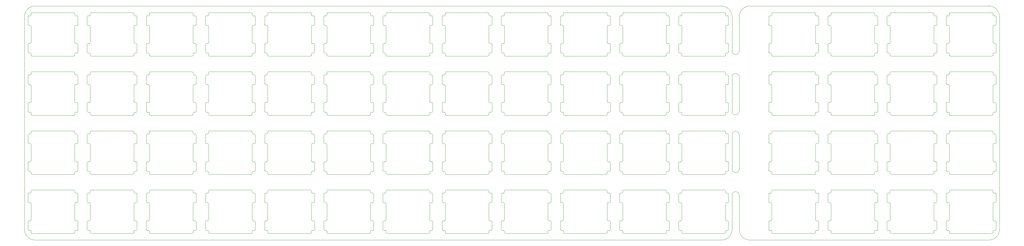
<source format=gbr>
G04 #@! TF.GenerationSoftware,KiCad,Pcbnew,(5.1.2-1)-1*
G04 #@! TF.CreationDate,2020-02-22T12:26:48-06:00*
G04 #@! TF.ProjectId,therick64BA_top_plate,74686572-6963-46b3-9634-42415f746f70,rev?*
G04 #@! TF.SameCoordinates,Original*
G04 #@! TF.FileFunction,Profile,NP*
%FSLAX46Y46*%
G04 Gerber Fmt 4.6, Leading zero omitted, Abs format (unit mm)*
G04 Created by KiCad (PCBNEW (5.1.2-1)-1) date 2020-02-22 12:26:48*
%MOMM*%
%LPD*%
G04 APERTURE LIST*
%ADD10C,0.050000*%
%ADD11C,0.100000*%
G04 APERTURE END LIST*
D10*
X275880000Y-49400000D02*
G75*
G02X273600000Y-49400000I-1140000J0D01*
G01*
X273600000Y-57760000D02*
G75*
G02X275880000Y-57760000I1140000J0D01*
G01*
X275880000Y-68780000D02*
G75*
G02X273600000Y-68780000I-1140000J0D01*
G01*
X273600000Y-76380000D02*
G75*
G02X275880000Y-76380000I1140000J0D01*
G01*
X275880000Y-87400000D02*
G75*
G02X273600000Y-87400000I-1140000J0D01*
G01*
X273600000Y-95760000D02*
G75*
G02X275880000Y-95760000I1140000J0D01*
G01*
X275880000Y-57760000D02*
X275880000Y-68780000D01*
X275880000Y-95760000D02*
X275880000Y-106780000D01*
X273600000Y-95760000D02*
X273600000Y-106780000D01*
X275880000Y-76380000D02*
X275880000Y-87400000D01*
X273600000Y-76380000D02*
X273600000Y-87400000D01*
X273600000Y-57760000D02*
X273600000Y-68780000D01*
X273600000Y-38380000D02*
X273600000Y-49400000D01*
X275880000Y-38380000D02*
X275880000Y-49400000D01*
X356060000Y-34960000D02*
X279300000Y-34960000D01*
X359480000Y-106780000D02*
X359480000Y-38380000D01*
X279300000Y-110200000D02*
X356060000Y-110200000D01*
X279300000Y-110200000D02*
G75*
G02X275880000Y-106780000I0J3420000D01*
G01*
X275880000Y-38380000D02*
G75*
G02X279300000Y-34960000I3420000J0D01*
G01*
X356060000Y-34960000D02*
G75*
G02X359480000Y-38380000I0J-3420000D01*
G01*
X359480000Y-106780000D02*
G75*
G02X356060000Y-110200000I-3420000J0D01*
G01*
X270180000Y-110200000D02*
X49780000Y-110200000D01*
X49780000Y-34960000D02*
X270180000Y-34960000D01*
X46360000Y-106780000D02*
X46360000Y-38380000D01*
X49780000Y-110200000D02*
G75*
G02X46360000Y-106780000I0J3420000D01*
G01*
X46360000Y-38380000D02*
G75*
G02X49780000Y-34960000I3420000J0D01*
G01*
X270180000Y-34960000D02*
G75*
G02X273600000Y-38380000I0J-3420000D01*
G01*
X273600000Y-106780000D02*
G75*
G02X270180000Y-110200000I-3420000J0D01*
G01*
D11*
X357059078Y-108079734D02*
X343659078Y-108079734D01*
X343659078Y-108079734D02*
G75*
G02X343359078Y-107779734I0J300000D01*
G01*
X343359078Y-107779734D02*
X343359078Y-107379734D01*
X343359078Y-94379734D02*
G75*
G02X343659078Y-94079734I300000J0D01*
G01*
X357059078Y-94079734D02*
X343659078Y-94079734D01*
X343359078Y-98479734D02*
X343359078Y-103679734D01*
X343359078Y-94779734D02*
X343359078Y-94379734D01*
X357359078Y-107379734D02*
X357359078Y-107779734D01*
X357059078Y-94079734D02*
G75*
G02X357359078Y-94379734I0J-300000D01*
G01*
X358359078Y-97979734D02*
G75*
G02X358159078Y-98179734I-200000J0D01*
G01*
X357359078Y-98479734D02*
G75*
G02X357659078Y-98179734I300000J0D01*
G01*
X357659078Y-95079734D02*
X358059078Y-95079734D01*
X358359078Y-97979734D02*
X358359078Y-95379734D01*
X358159078Y-98179734D02*
X357659078Y-98179734D01*
X357359078Y-103679734D02*
X357359078Y-98479734D01*
X357359078Y-107779734D02*
G75*
G02X357059078Y-108079734I-300000J0D01*
G01*
X357659078Y-95079734D02*
G75*
G02X357359078Y-94779734I0J300000D01*
G01*
X358059078Y-95079734D02*
G75*
G02X358359078Y-95379734I0J-300000D01*
G01*
X357359078Y-94379734D02*
X357359078Y-94779734D01*
X357659078Y-103979734D02*
G75*
G02X357359078Y-103679734I0J300000D01*
G01*
X358059078Y-103979734D02*
G75*
G02X358359078Y-104279734I0J-300000D01*
G01*
X358159078Y-107079734D02*
X357659078Y-107079734D01*
X358359078Y-106879734D02*
X358359078Y-104279734D01*
X357659078Y-103979734D02*
X358059078Y-103979734D01*
X357359078Y-107379734D02*
G75*
G02X357659078Y-107079734I300000J0D01*
G01*
X358359078Y-106879734D02*
G75*
G02X358159078Y-107079734I-200000J0D01*
G01*
X342359078Y-104179734D02*
G75*
G02X342559078Y-103979734I200000J0D01*
G01*
X343359078Y-103679734D02*
G75*
G02X343059078Y-103979734I-300000J0D01*
G01*
X343059078Y-107079734D02*
X342659078Y-107079734D01*
X342359078Y-104179734D02*
X342359078Y-106779734D01*
X342559078Y-103979734D02*
X343059078Y-103979734D01*
X342659078Y-107079734D02*
G75*
G02X342359078Y-106779734I0J300000D01*
G01*
X343059078Y-107079734D02*
G75*
G02X343359078Y-107379734I0J-300000D01*
G01*
X342559078Y-95079734D02*
X343059078Y-95079734D01*
X343059078Y-98179734D02*
X342659078Y-98179734D01*
X342359078Y-95279734D02*
X342359078Y-97879734D01*
X343359078Y-94779734D02*
G75*
G02X343059078Y-95079734I-300000J0D01*
G01*
X343059078Y-98179734D02*
G75*
G02X343359078Y-98479734I0J-300000D01*
G01*
X342659078Y-98179734D02*
G75*
G02X342359078Y-97879734I0J300000D01*
G01*
X342359078Y-95279734D02*
G75*
G02X342559078Y-95079734I200000J0D01*
G01*
X338059128Y-108079734D02*
X324659128Y-108079734D01*
X324659128Y-108079734D02*
G75*
G02X324359128Y-107779734I0J300000D01*
G01*
X324359128Y-107779734D02*
X324359128Y-107379734D01*
X324359128Y-94379734D02*
G75*
G02X324659128Y-94079734I300000J0D01*
G01*
X338059128Y-94079734D02*
X324659128Y-94079734D01*
X324359128Y-98479734D02*
X324359128Y-103679734D01*
X324359128Y-94779734D02*
X324359128Y-94379734D01*
X338359128Y-107379734D02*
X338359128Y-107779734D01*
X338059128Y-94079734D02*
G75*
G02X338359128Y-94379734I0J-300000D01*
G01*
X339359128Y-97979734D02*
G75*
G02X339159128Y-98179734I-200000J0D01*
G01*
X338359128Y-98479734D02*
G75*
G02X338659128Y-98179734I300000J0D01*
G01*
X338659128Y-95079734D02*
X339059128Y-95079734D01*
X339359128Y-97979734D02*
X339359128Y-95379734D01*
X339159128Y-98179734D02*
X338659128Y-98179734D01*
X338359128Y-103679734D02*
X338359128Y-98479734D01*
X338359128Y-107779734D02*
G75*
G02X338059128Y-108079734I-300000J0D01*
G01*
X338659128Y-95079734D02*
G75*
G02X338359128Y-94779734I0J300000D01*
G01*
X339059128Y-95079734D02*
G75*
G02X339359128Y-95379734I0J-300000D01*
G01*
X338359128Y-94379734D02*
X338359128Y-94779734D01*
X338659128Y-103979734D02*
G75*
G02X338359128Y-103679734I0J300000D01*
G01*
X339059128Y-103979734D02*
G75*
G02X339359128Y-104279734I0J-300000D01*
G01*
X339159128Y-107079734D02*
X338659128Y-107079734D01*
X339359128Y-106879734D02*
X339359128Y-104279734D01*
X338659128Y-103979734D02*
X339059128Y-103979734D01*
X338359128Y-107379734D02*
G75*
G02X338659128Y-107079734I300000J0D01*
G01*
X339359128Y-106879734D02*
G75*
G02X339159128Y-107079734I-200000J0D01*
G01*
X323359128Y-104179734D02*
G75*
G02X323559128Y-103979734I200000J0D01*
G01*
X324359128Y-103679734D02*
G75*
G02X324059128Y-103979734I-300000J0D01*
G01*
X324059128Y-107079734D02*
X323659128Y-107079734D01*
X323359128Y-104179734D02*
X323359128Y-106779734D01*
X323559128Y-103979734D02*
X324059128Y-103979734D01*
X323659128Y-107079734D02*
G75*
G02X323359128Y-106779734I0J300000D01*
G01*
X324059128Y-107079734D02*
G75*
G02X324359128Y-107379734I0J-300000D01*
G01*
X323559128Y-95079734D02*
X324059128Y-95079734D01*
X324059128Y-98179734D02*
X323659128Y-98179734D01*
X323359128Y-95279734D02*
X323359128Y-97879734D01*
X324359128Y-94779734D02*
G75*
G02X324059128Y-95079734I-300000J0D01*
G01*
X324059128Y-98179734D02*
G75*
G02X324359128Y-98479734I0J-300000D01*
G01*
X323659128Y-98179734D02*
G75*
G02X323359128Y-97879734I0J300000D01*
G01*
X323359128Y-95279734D02*
G75*
G02X323559128Y-95079734I200000J0D01*
G01*
X319059178Y-108079734D02*
X305659178Y-108079734D01*
X305659178Y-108079734D02*
G75*
G02X305359178Y-107779734I0J300000D01*
G01*
X305359178Y-107779734D02*
X305359178Y-107379734D01*
X305359178Y-94379734D02*
G75*
G02X305659178Y-94079734I300000J0D01*
G01*
X319059178Y-94079734D02*
X305659178Y-94079734D01*
X305359178Y-98479734D02*
X305359178Y-103679734D01*
X305359178Y-94779734D02*
X305359178Y-94379734D01*
X319359178Y-107379734D02*
X319359178Y-107779734D01*
X319059178Y-94079734D02*
G75*
G02X319359178Y-94379734I0J-300000D01*
G01*
X320359178Y-97979734D02*
G75*
G02X320159178Y-98179734I-200000J0D01*
G01*
X319359178Y-98479734D02*
G75*
G02X319659178Y-98179734I300000J0D01*
G01*
X319659178Y-95079734D02*
X320059178Y-95079734D01*
X320359178Y-97979734D02*
X320359178Y-95379734D01*
X320159178Y-98179734D02*
X319659178Y-98179734D01*
X319359178Y-103679734D02*
X319359178Y-98479734D01*
X319359178Y-107779734D02*
G75*
G02X319059178Y-108079734I-300000J0D01*
G01*
X319659178Y-95079734D02*
G75*
G02X319359178Y-94779734I0J300000D01*
G01*
X320059178Y-95079734D02*
G75*
G02X320359178Y-95379734I0J-300000D01*
G01*
X319359178Y-94379734D02*
X319359178Y-94779734D01*
X319659178Y-103979734D02*
G75*
G02X319359178Y-103679734I0J300000D01*
G01*
X320059178Y-103979734D02*
G75*
G02X320359178Y-104279734I0J-300000D01*
G01*
X320159178Y-107079734D02*
X319659178Y-107079734D01*
X320359178Y-106879734D02*
X320359178Y-104279734D01*
X319659178Y-103979734D02*
X320059178Y-103979734D01*
X319359178Y-107379734D02*
G75*
G02X319659178Y-107079734I300000J0D01*
G01*
X320359178Y-106879734D02*
G75*
G02X320159178Y-107079734I-200000J0D01*
G01*
X304359178Y-104179734D02*
G75*
G02X304559178Y-103979734I200000J0D01*
G01*
X305359178Y-103679734D02*
G75*
G02X305059178Y-103979734I-300000J0D01*
G01*
X305059178Y-107079734D02*
X304659178Y-107079734D01*
X304359178Y-104179734D02*
X304359178Y-106779734D01*
X304559178Y-103979734D02*
X305059178Y-103979734D01*
X304659178Y-107079734D02*
G75*
G02X304359178Y-106779734I0J300000D01*
G01*
X305059178Y-107079734D02*
G75*
G02X305359178Y-107379734I0J-300000D01*
G01*
X304559178Y-95079734D02*
X305059178Y-95079734D01*
X305059178Y-98179734D02*
X304659178Y-98179734D01*
X304359178Y-95279734D02*
X304359178Y-97879734D01*
X305359178Y-94779734D02*
G75*
G02X305059178Y-95079734I-300000J0D01*
G01*
X305059178Y-98179734D02*
G75*
G02X305359178Y-98479734I0J-300000D01*
G01*
X304659178Y-98179734D02*
G75*
G02X304359178Y-97879734I0J300000D01*
G01*
X304359178Y-95279734D02*
G75*
G02X304559178Y-95079734I200000J0D01*
G01*
X300059228Y-108079734D02*
X286659228Y-108079734D01*
X286659228Y-108079734D02*
G75*
G02X286359228Y-107779734I0J300000D01*
G01*
X286359228Y-107779734D02*
X286359228Y-107379734D01*
X286359228Y-94379734D02*
G75*
G02X286659228Y-94079734I300000J0D01*
G01*
X300059228Y-94079734D02*
X286659228Y-94079734D01*
X286359228Y-98479734D02*
X286359228Y-103679734D01*
X286359228Y-94779734D02*
X286359228Y-94379734D01*
X300359228Y-107379734D02*
X300359228Y-107779734D01*
X300059228Y-94079734D02*
G75*
G02X300359228Y-94379734I0J-300000D01*
G01*
X301359228Y-97979734D02*
G75*
G02X301159228Y-98179734I-200000J0D01*
G01*
X300359228Y-98479734D02*
G75*
G02X300659228Y-98179734I300000J0D01*
G01*
X300659228Y-95079734D02*
X301059228Y-95079734D01*
X301359228Y-97979734D02*
X301359228Y-95379734D01*
X301159228Y-98179734D02*
X300659228Y-98179734D01*
X300359228Y-103679734D02*
X300359228Y-98479734D01*
X300359228Y-107779734D02*
G75*
G02X300059228Y-108079734I-300000J0D01*
G01*
X300659228Y-95079734D02*
G75*
G02X300359228Y-94779734I0J300000D01*
G01*
X301059228Y-95079734D02*
G75*
G02X301359228Y-95379734I0J-300000D01*
G01*
X300359228Y-94379734D02*
X300359228Y-94779734D01*
X300659228Y-103979734D02*
G75*
G02X300359228Y-103679734I0J300000D01*
G01*
X301059228Y-103979734D02*
G75*
G02X301359228Y-104279734I0J-300000D01*
G01*
X301159228Y-107079734D02*
X300659228Y-107079734D01*
X301359228Y-106879734D02*
X301359228Y-104279734D01*
X300659228Y-103979734D02*
X301059228Y-103979734D01*
X300359228Y-107379734D02*
G75*
G02X300659228Y-107079734I300000J0D01*
G01*
X301359228Y-106879734D02*
G75*
G02X301159228Y-107079734I-200000J0D01*
G01*
X285359228Y-104179734D02*
G75*
G02X285559228Y-103979734I200000J0D01*
G01*
X286359228Y-103679734D02*
G75*
G02X286059228Y-103979734I-300000J0D01*
G01*
X286059228Y-107079734D02*
X285659228Y-107079734D01*
X285359228Y-104179734D02*
X285359228Y-106779734D01*
X285559228Y-103979734D02*
X286059228Y-103979734D01*
X285659228Y-107079734D02*
G75*
G02X285359228Y-106779734I0J300000D01*
G01*
X286059228Y-107079734D02*
G75*
G02X286359228Y-107379734I0J-300000D01*
G01*
X285559228Y-95079734D02*
X286059228Y-95079734D01*
X286059228Y-98179734D02*
X285659228Y-98179734D01*
X285359228Y-95279734D02*
X285359228Y-97879734D01*
X286359228Y-94779734D02*
G75*
G02X286059228Y-95079734I-300000J0D01*
G01*
X286059228Y-98179734D02*
G75*
G02X286359228Y-98479734I0J-300000D01*
G01*
X285659228Y-98179734D02*
G75*
G02X285359228Y-97879734I0J300000D01*
G01*
X285359228Y-95279734D02*
G75*
G02X285559228Y-95079734I200000J0D01*
G01*
X357059078Y-89079784D02*
X343659078Y-89079784D01*
X343659078Y-89079784D02*
G75*
G02X343359078Y-88779784I0J300000D01*
G01*
X343359078Y-88779784D02*
X343359078Y-88379784D01*
X343359078Y-75379784D02*
G75*
G02X343659078Y-75079784I300000J0D01*
G01*
X357059078Y-75079784D02*
X343659078Y-75079784D01*
X343359078Y-79479784D02*
X343359078Y-84679784D01*
X343359078Y-75779784D02*
X343359078Y-75379784D01*
X357359078Y-88379784D02*
X357359078Y-88779784D01*
X357059078Y-75079784D02*
G75*
G02X357359078Y-75379784I0J-300000D01*
G01*
X358359078Y-78979784D02*
G75*
G02X358159078Y-79179784I-200000J0D01*
G01*
X357359078Y-79479784D02*
G75*
G02X357659078Y-79179784I300000J0D01*
G01*
X357659078Y-76079784D02*
X358059078Y-76079784D01*
X358359078Y-78979784D02*
X358359078Y-76379784D01*
X358159078Y-79179784D02*
X357659078Y-79179784D01*
X357359078Y-84679784D02*
X357359078Y-79479784D01*
X357359078Y-88779784D02*
G75*
G02X357059078Y-89079784I-300000J0D01*
G01*
X357659078Y-76079784D02*
G75*
G02X357359078Y-75779784I0J300000D01*
G01*
X358059078Y-76079784D02*
G75*
G02X358359078Y-76379784I0J-300000D01*
G01*
X357359078Y-75379784D02*
X357359078Y-75779784D01*
X357659078Y-84979784D02*
G75*
G02X357359078Y-84679784I0J300000D01*
G01*
X358059078Y-84979784D02*
G75*
G02X358359078Y-85279784I0J-300000D01*
G01*
X358159078Y-88079784D02*
X357659078Y-88079784D01*
X358359078Y-87879784D02*
X358359078Y-85279784D01*
X357659078Y-84979784D02*
X358059078Y-84979784D01*
X357359078Y-88379784D02*
G75*
G02X357659078Y-88079784I300000J0D01*
G01*
X358359078Y-87879784D02*
G75*
G02X358159078Y-88079784I-200000J0D01*
G01*
X342359078Y-85179784D02*
G75*
G02X342559078Y-84979784I200000J0D01*
G01*
X343359078Y-84679784D02*
G75*
G02X343059078Y-84979784I-300000J0D01*
G01*
X343059078Y-88079784D02*
X342659078Y-88079784D01*
X342359078Y-85179784D02*
X342359078Y-87779784D01*
X342559078Y-84979784D02*
X343059078Y-84979784D01*
X342659078Y-88079784D02*
G75*
G02X342359078Y-87779784I0J300000D01*
G01*
X343059078Y-88079784D02*
G75*
G02X343359078Y-88379784I0J-300000D01*
G01*
X342559078Y-76079784D02*
X343059078Y-76079784D01*
X343059078Y-79179784D02*
X342659078Y-79179784D01*
X342359078Y-76279784D02*
X342359078Y-78879784D01*
X343359078Y-75779784D02*
G75*
G02X343059078Y-76079784I-300000J0D01*
G01*
X343059078Y-79179784D02*
G75*
G02X343359078Y-79479784I0J-300000D01*
G01*
X342659078Y-79179784D02*
G75*
G02X342359078Y-78879784I0J300000D01*
G01*
X342359078Y-76279784D02*
G75*
G02X342559078Y-76079784I200000J0D01*
G01*
X338059128Y-89079784D02*
X324659128Y-89079784D01*
X324659128Y-89079784D02*
G75*
G02X324359128Y-88779784I0J300000D01*
G01*
X324359128Y-88779784D02*
X324359128Y-88379784D01*
X324359128Y-75379784D02*
G75*
G02X324659128Y-75079784I300000J0D01*
G01*
X338059128Y-75079784D02*
X324659128Y-75079784D01*
X324359128Y-79479784D02*
X324359128Y-84679784D01*
X324359128Y-75779784D02*
X324359128Y-75379784D01*
X338359128Y-88379784D02*
X338359128Y-88779784D01*
X338059128Y-75079784D02*
G75*
G02X338359128Y-75379784I0J-300000D01*
G01*
X339359128Y-78979784D02*
G75*
G02X339159128Y-79179784I-200000J0D01*
G01*
X338359128Y-79479784D02*
G75*
G02X338659128Y-79179784I300000J0D01*
G01*
X338659128Y-76079784D02*
X339059128Y-76079784D01*
X339359128Y-78979784D02*
X339359128Y-76379784D01*
X339159128Y-79179784D02*
X338659128Y-79179784D01*
X338359128Y-84679784D02*
X338359128Y-79479784D01*
X338359128Y-88779784D02*
G75*
G02X338059128Y-89079784I-300000J0D01*
G01*
X338659128Y-76079784D02*
G75*
G02X338359128Y-75779784I0J300000D01*
G01*
X339059128Y-76079784D02*
G75*
G02X339359128Y-76379784I0J-300000D01*
G01*
X338359128Y-75379784D02*
X338359128Y-75779784D01*
X338659128Y-84979784D02*
G75*
G02X338359128Y-84679784I0J300000D01*
G01*
X339059128Y-84979784D02*
G75*
G02X339359128Y-85279784I0J-300000D01*
G01*
X339159128Y-88079784D02*
X338659128Y-88079784D01*
X339359128Y-87879784D02*
X339359128Y-85279784D01*
X338659128Y-84979784D02*
X339059128Y-84979784D01*
X338359128Y-88379784D02*
G75*
G02X338659128Y-88079784I300000J0D01*
G01*
X339359128Y-87879784D02*
G75*
G02X339159128Y-88079784I-200000J0D01*
G01*
X323359128Y-85179784D02*
G75*
G02X323559128Y-84979784I200000J0D01*
G01*
X324359128Y-84679784D02*
G75*
G02X324059128Y-84979784I-300000J0D01*
G01*
X324059128Y-88079784D02*
X323659128Y-88079784D01*
X323359128Y-85179784D02*
X323359128Y-87779784D01*
X323559128Y-84979784D02*
X324059128Y-84979784D01*
X323659128Y-88079784D02*
G75*
G02X323359128Y-87779784I0J300000D01*
G01*
X324059128Y-88079784D02*
G75*
G02X324359128Y-88379784I0J-300000D01*
G01*
X323559128Y-76079784D02*
X324059128Y-76079784D01*
X324059128Y-79179784D02*
X323659128Y-79179784D01*
X323359128Y-76279784D02*
X323359128Y-78879784D01*
X324359128Y-75779784D02*
G75*
G02X324059128Y-76079784I-300000J0D01*
G01*
X324059128Y-79179784D02*
G75*
G02X324359128Y-79479784I0J-300000D01*
G01*
X323659128Y-79179784D02*
G75*
G02X323359128Y-78879784I0J300000D01*
G01*
X323359128Y-76279784D02*
G75*
G02X323559128Y-76079784I200000J0D01*
G01*
X319059178Y-89079784D02*
X305659178Y-89079784D01*
X305659178Y-89079784D02*
G75*
G02X305359178Y-88779784I0J300000D01*
G01*
X305359178Y-88779784D02*
X305359178Y-88379784D01*
X305359178Y-75379784D02*
G75*
G02X305659178Y-75079784I300000J0D01*
G01*
X319059178Y-75079784D02*
X305659178Y-75079784D01*
X305359178Y-79479784D02*
X305359178Y-84679784D01*
X305359178Y-75779784D02*
X305359178Y-75379784D01*
X319359178Y-88379784D02*
X319359178Y-88779784D01*
X319059178Y-75079784D02*
G75*
G02X319359178Y-75379784I0J-300000D01*
G01*
X320359178Y-78979784D02*
G75*
G02X320159178Y-79179784I-200000J0D01*
G01*
X319359178Y-79479784D02*
G75*
G02X319659178Y-79179784I300000J0D01*
G01*
X319659178Y-76079784D02*
X320059178Y-76079784D01*
X320359178Y-78979784D02*
X320359178Y-76379784D01*
X320159178Y-79179784D02*
X319659178Y-79179784D01*
X319359178Y-84679784D02*
X319359178Y-79479784D01*
X319359178Y-88779784D02*
G75*
G02X319059178Y-89079784I-300000J0D01*
G01*
X319659178Y-76079784D02*
G75*
G02X319359178Y-75779784I0J300000D01*
G01*
X320059178Y-76079784D02*
G75*
G02X320359178Y-76379784I0J-300000D01*
G01*
X319359178Y-75379784D02*
X319359178Y-75779784D01*
X319659178Y-84979784D02*
G75*
G02X319359178Y-84679784I0J300000D01*
G01*
X320059178Y-84979784D02*
G75*
G02X320359178Y-85279784I0J-300000D01*
G01*
X320159178Y-88079784D02*
X319659178Y-88079784D01*
X320359178Y-87879784D02*
X320359178Y-85279784D01*
X319659178Y-84979784D02*
X320059178Y-84979784D01*
X319359178Y-88379784D02*
G75*
G02X319659178Y-88079784I300000J0D01*
G01*
X320359178Y-87879784D02*
G75*
G02X320159178Y-88079784I-200000J0D01*
G01*
X304359178Y-85179784D02*
G75*
G02X304559178Y-84979784I200000J0D01*
G01*
X305359178Y-84679784D02*
G75*
G02X305059178Y-84979784I-300000J0D01*
G01*
X305059178Y-88079784D02*
X304659178Y-88079784D01*
X304359178Y-85179784D02*
X304359178Y-87779784D01*
X304559178Y-84979784D02*
X305059178Y-84979784D01*
X304659178Y-88079784D02*
G75*
G02X304359178Y-87779784I0J300000D01*
G01*
X305059178Y-88079784D02*
G75*
G02X305359178Y-88379784I0J-300000D01*
G01*
X304559178Y-76079784D02*
X305059178Y-76079784D01*
X305059178Y-79179784D02*
X304659178Y-79179784D01*
X304359178Y-76279784D02*
X304359178Y-78879784D01*
X305359178Y-75779784D02*
G75*
G02X305059178Y-76079784I-300000J0D01*
G01*
X305059178Y-79179784D02*
G75*
G02X305359178Y-79479784I0J-300000D01*
G01*
X304659178Y-79179784D02*
G75*
G02X304359178Y-78879784I0J300000D01*
G01*
X304359178Y-76279784D02*
G75*
G02X304559178Y-76079784I200000J0D01*
G01*
X300059228Y-89079784D02*
X286659228Y-89079784D01*
X286659228Y-89079784D02*
G75*
G02X286359228Y-88779784I0J300000D01*
G01*
X286359228Y-88779784D02*
X286359228Y-88379784D01*
X286359228Y-75379784D02*
G75*
G02X286659228Y-75079784I300000J0D01*
G01*
X300059228Y-75079784D02*
X286659228Y-75079784D01*
X286359228Y-79479784D02*
X286359228Y-84679784D01*
X286359228Y-75779784D02*
X286359228Y-75379784D01*
X300359228Y-88379784D02*
X300359228Y-88779784D01*
X300059228Y-75079784D02*
G75*
G02X300359228Y-75379784I0J-300000D01*
G01*
X301359228Y-78979784D02*
G75*
G02X301159228Y-79179784I-200000J0D01*
G01*
X300359228Y-79479784D02*
G75*
G02X300659228Y-79179784I300000J0D01*
G01*
X300659228Y-76079784D02*
X301059228Y-76079784D01*
X301359228Y-78979784D02*
X301359228Y-76379784D01*
X301159228Y-79179784D02*
X300659228Y-79179784D01*
X300359228Y-84679784D02*
X300359228Y-79479784D01*
X300359228Y-88779784D02*
G75*
G02X300059228Y-89079784I-300000J0D01*
G01*
X300659228Y-76079784D02*
G75*
G02X300359228Y-75779784I0J300000D01*
G01*
X301059228Y-76079784D02*
G75*
G02X301359228Y-76379784I0J-300000D01*
G01*
X300359228Y-75379784D02*
X300359228Y-75779784D01*
X300659228Y-84979784D02*
G75*
G02X300359228Y-84679784I0J300000D01*
G01*
X301059228Y-84979784D02*
G75*
G02X301359228Y-85279784I0J-300000D01*
G01*
X301159228Y-88079784D02*
X300659228Y-88079784D01*
X301359228Y-87879784D02*
X301359228Y-85279784D01*
X300659228Y-84979784D02*
X301059228Y-84979784D01*
X300359228Y-88379784D02*
G75*
G02X300659228Y-88079784I300000J0D01*
G01*
X301359228Y-87879784D02*
G75*
G02X301159228Y-88079784I-200000J0D01*
G01*
X285359228Y-85179784D02*
G75*
G02X285559228Y-84979784I200000J0D01*
G01*
X286359228Y-84679784D02*
G75*
G02X286059228Y-84979784I-300000J0D01*
G01*
X286059228Y-88079784D02*
X285659228Y-88079784D01*
X285359228Y-85179784D02*
X285359228Y-87779784D01*
X285559228Y-84979784D02*
X286059228Y-84979784D01*
X285659228Y-88079784D02*
G75*
G02X285359228Y-87779784I0J300000D01*
G01*
X286059228Y-88079784D02*
G75*
G02X286359228Y-88379784I0J-300000D01*
G01*
X285559228Y-76079784D02*
X286059228Y-76079784D01*
X286059228Y-79179784D02*
X285659228Y-79179784D01*
X285359228Y-76279784D02*
X285359228Y-78879784D01*
X286359228Y-75779784D02*
G75*
G02X286059228Y-76079784I-300000J0D01*
G01*
X286059228Y-79179784D02*
G75*
G02X286359228Y-79479784I0J-300000D01*
G01*
X285659228Y-79179784D02*
G75*
G02X285359228Y-78879784I0J300000D01*
G01*
X285359228Y-76279784D02*
G75*
G02X285559228Y-76079784I200000J0D01*
G01*
X357059078Y-70079834D02*
X343659078Y-70079834D01*
X343659078Y-70079834D02*
G75*
G02X343359078Y-69779834I0J300000D01*
G01*
X343359078Y-69779834D02*
X343359078Y-69379834D01*
X343359078Y-56379834D02*
G75*
G02X343659078Y-56079834I300000J0D01*
G01*
X357059078Y-56079834D02*
X343659078Y-56079834D01*
X343359078Y-60479834D02*
X343359078Y-65679834D01*
X343359078Y-56779834D02*
X343359078Y-56379834D01*
X357359078Y-69379834D02*
X357359078Y-69779834D01*
X357059078Y-56079834D02*
G75*
G02X357359078Y-56379834I0J-300000D01*
G01*
X358359078Y-59979834D02*
G75*
G02X358159078Y-60179834I-200000J0D01*
G01*
X357359078Y-60479834D02*
G75*
G02X357659078Y-60179834I300000J0D01*
G01*
X357659078Y-57079834D02*
X358059078Y-57079834D01*
X358359078Y-59979834D02*
X358359078Y-57379834D01*
X358159078Y-60179834D02*
X357659078Y-60179834D01*
X357359078Y-65679834D02*
X357359078Y-60479834D01*
X357359078Y-69779834D02*
G75*
G02X357059078Y-70079834I-300000J0D01*
G01*
X357659078Y-57079834D02*
G75*
G02X357359078Y-56779834I0J300000D01*
G01*
X358059078Y-57079834D02*
G75*
G02X358359078Y-57379834I0J-300000D01*
G01*
X357359078Y-56379834D02*
X357359078Y-56779834D01*
X357659078Y-65979834D02*
G75*
G02X357359078Y-65679834I0J300000D01*
G01*
X358059078Y-65979834D02*
G75*
G02X358359078Y-66279834I0J-300000D01*
G01*
X358159078Y-69079834D02*
X357659078Y-69079834D01*
X358359078Y-68879834D02*
X358359078Y-66279834D01*
X357659078Y-65979834D02*
X358059078Y-65979834D01*
X357359078Y-69379834D02*
G75*
G02X357659078Y-69079834I300000J0D01*
G01*
X358359078Y-68879834D02*
G75*
G02X358159078Y-69079834I-200000J0D01*
G01*
X342359078Y-66179834D02*
G75*
G02X342559078Y-65979834I200000J0D01*
G01*
X343359078Y-65679834D02*
G75*
G02X343059078Y-65979834I-300000J0D01*
G01*
X343059078Y-69079834D02*
X342659078Y-69079834D01*
X342359078Y-66179834D02*
X342359078Y-68779834D01*
X342559078Y-65979834D02*
X343059078Y-65979834D01*
X342659078Y-69079834D02*
G75*
G02X342359078Y-68779834I0J300000D01*
G01*
X343059078Y-69079834D02*
G75*
G02X343359078Y-69379834I0J-300000D01*
G01*
X342559078Y-57079834D02*
X343059078Y-57079834D01*
X343059078Y-60179834D02*
X342659078Y-60179834D01*
X342359078Y-57279834D02*
X342359078Y-59879834D01*
X343359078Y-56779834D02*
G75*
G02X343059078Y-57079834I-300000J0D01*
G01*
X343059078Y-60179834D02*
G75*
G02X343359078Y-60479834I0J-300000D01*
G01*
X342659078Y-60179834D02*
G75*
G02X342359078Y-59879834I0J300000D01*
G01*
X342359078Y-57279834D02*
G75*
G02X342559078Y-57079834I200000J0D01*
G01*
X338059128Y-70079834D02*
X324659128Y-70079834D01*
X324659128Y-70079834D02*
G75*
G02X324359128Y-69779834I0J300000D01*
G01*
X324359128Y-69779834D02*
X324359128Y-69379834D01*
X324359128Y-56379834D02*
G75*
G02X324659128Y-56079834I300000J0D01*
G01*
X338059128Y-56079834D02*
X324659128Y-56079834D01*
X324359128Y-60479834D02*
X324359128Y-65679834D01*
X324359128Y-56779834D02*
X324359128Y-56379834D01*
X338359128Y-69379834D02*
X338359128Y-69779834D01*
X338059128Y-56079834D02*
G75*
G02X338359128Y-56379834I0J-300000D01*
G01*
X339359128Y-59979834D02*
G75*
G02X339159128Y-60179834I-200000J0D01*
G01*
X338359128Y-60479834D02*
G75*
G02X338659128Y-60179834I300000J0D01*
G01*
X338659128Y-57079834D02*
X339059128Y-57079834D01*
X339359128Y-59979834D02*
X339359128Y-57379834D01*
X339159128Y-60179834D02*
X338659128Y-60179834D01*
X338359128Y-65679834D02*
X338359128Y-60479834D01*
X338359128Y-69779834D02*
G75*
G02X338059128Y-70079834I-300000J0D01*
G01*
X338659128Y-57079834D02*
G75*
G02X338359128Y-56779834I0J300000D01*
G01*
X339059128Y-57079834D02*
G75*
G02X339359128Y-57379834I0J-300000D01*
G01*
X338359128Y-56379834D02*
X338359128Y-56779834D01*
X338659128Y-65979834D02*
G75*
G02X338359128Y-65679834I0J300000D01*
G01*
X339059128Y-65979834D02*
G75*
G02X339359128Y-66279834I0J-300000D01*
G01*
X339159128Y-69079834D02*
X338659128Y-69079834D01*
X339359128Y-68879834D02*
X339359128Y-66279834D01*
X338659128Y-65979834D02*
X339059128Y-65979834D01*
X338359128Y-69379834D02*
G75*
G02X338659128Y-69079834I300000J0D01*
G01*
X339359128Y-68879834D02*
G75*
G02X339159128Y-69079834I-200000J0D01*
G01*
X323359128Y-66179834D02*
G75*
G02X323559128Y-65979834I200000J0D01*
G01*
X324359128Y-65679834D02*
G75*
G02X324059128Y-65979834I-300000J0D01*
G01*
X324059128Y-69079834D02*
X323659128Y-69079834D01*
X323359128Y-66179834D02*
X323359128Y-68779834D01*
X323559128Y-65979834D02*
X324059128Y-65979834D01*
X323659128Y-69079834D02*
G75*
G02X323359128Y-68779834I0J300000D01*
G01*
X324059128Y-69079834D02*
G75*
G02X324359128Y-69379834I0J-300000D01*
G01*
X323559128Y-57079834D02*
X324059128Y-57079834D01*
X324059128Y-60179834D02*
X323659128Y-60179834D01*
X323359128Y-57279834D02*
X323359128Y-59879834D01*
X324359128Y-56779834D02*
G75*
G02X324059128Y-57079834I-300000J0D01*
G01*
X324059128Y-60179834D02*
G75*
G02X324359128Y-60479834I0J-300000D01*
G01*
X323659128Y-60179834D02*
G75*
G02X323359128Y-59879834I0J300000D01*
G01*
X323359128Y-57279834D02*
G75*
G02X323559128Y-57079834I200000J0D01*
G01*
X319059178Y-70079834D02*
X305659178Y-70079834D01*
X305659178Y-70079834D02*
G75*
G02X305359178Y-69779834I0J300000D01*
G01*
X305359178Y-69779834D02*
X305359178Y-69379834D01*
X305359178Y-56379834D02*
G75*
G02X305659178Y-56079834I300000J0D01*
G01*
X319059178Y-56079834D02*
X305659178Y-56079834D01*
X305359178Y-60479834D02*
X305359178Y-65679834D01*
X305359178Y-56779834D02*
X305359178Y-56379834D01*
X319359178Y-69379834D02*
X319359178Y-69779834D01*
X319059178Y-56079834D02*
G75*
G02X319359178Y-56379834I0J-300000D01*
G01*
X320359178Y-59979834D02*
G75*
G02X320159178Y-60179834I-200000J0D01*
G01*
X319359178Y-60479834D02*
G75*
G02X319659178Y-60179834I300000J0D01*
G01*
X319659178Y-57079834D02*
X320059178Y-57079834D01*
X320359178Y-59979834D02*
X320359178Y-57379834D01*
X320159178Y-60179834D02*
X319659178Y-60179834D01*
X319359178Y-65679834D02*
X319359178Y-60479834D01*
X319359178Y-69779834D02*
G75*
G02X319059178Y-70079834I-300000J0D01*
G01*
X319659178Y-57079834D02*
G75*
G02X319359178Y-56779834I0J300000D01*
G01*
X320059178Y-57079834D02*
G75*
G02X320359178Y-57379834I0J-300000D01*
G01*
X319359178Y-56379834D02*
X319359178Y-56779834D01*
X319659178Y-65979834D02*
G75*
G02X319359178Y-65679834I0J300000D01*
G01*
X320059178Y-65979834D02*
G75*
G02X320359178Y-66279834I0J-300000D01*
G01*
X320159178Y-69079834D02*
X319659178Y-69079834D01*
X320359178Y-68879834D02*
X320359178Y-66279834D01*
X319659178Y-65979834D02*
X320059178Y-65979834D01*
X319359178Y-69379834D02*
G75*
G02X319659178Y-69079834I300000J0D01*
G01*
X320359178Y-68879834D02*
G75*
G02X320159178Y-69079834I-200000J0D01*
G01*
X304359178Y-66179834D02*
G75*
G02X304559178Y-65979834I200000J0D01*
G01*
X305359178Y-65679834D02*
G75*
G02X305059178Y-65979834I-300000J0D01*
G01*
X305059178Y-69079834D02*
X304659178Y-69079834D01*
X304359178Y-66179834D02*
X304359178Y-68779834D01*
X304559178Y-65979834D02*
X305059178Y-65979834D01*
X304659178Y-69079834D02*
G75*
G02X304359178Y-68779834I0J300000D01*
G01*
X305059178Y-69079834D02*
G75*
G02X305359178Y-69379834I0J-300000D01*
G01*
X304559178Y-57079834D02*
X305059178Y-57079834D01*
X305059178Y-60179834D02*
X304659178Y-60179834D01*
X304359178Y-57279834D02*
X304359178Y-59879834D01*
X305359178Y-56779834D02*
G75*
G02X305059178Y-57079834I-300000J0D01*
G01*
X305059178Y-60179834D02*
G75*
G02X305359178Y-60479834I0J-300000D01*
G01*
X304659178Y-60179834D02*
G75*
G02X304359178Y-59879834I0J300000D01*
G01*
X304359178Y-57279834D02*
G75*
G02X304559178Y-57079834I200000J0D01*
G01*
X300059228Y-70079834D02*
X286659228Y-70079834D01*
X286659228Y-70079834D02*
G75*
G02X286359228Y-69779834I0J300000D01*
G01*
X286359228Y-69779834D02*
X286359228Y-69379834D01*
X286359228Y-56379834D02*
G75*
G02X286659228Y-56079834I300000J0D01*
G01*
X300059228Y-56079834D02*
X286659228Y-56079834D01*
X286359228Y-60479834D02*
X286359228Y-65679834D01*
X286359228Y-56779834D02*
X286359228Y-56379834D01*
X300359228Y-69379834D02*
X300359228Y-69779834D01*
X300059228Y-56079834D02*
G75*
G02X300359228Y-56379834I0J-300000D01*
G01*
X301359228Y-59979834D02*
G75*
G02X301159228Y-60179834I-200000J0D01*
G01*
X300359228Y-60479834D02*
G75*
G02X300659228Y-60179834I300000J0D01*
G01*
X300659228Y-57079834D02*
X301059228Y-57079834D01*
X301359228Y-59979834D02*
X301359228Y-57379834D01*
X301159228Y-60179834D02*
X300659228Y-60179834D01*
X300359228Y-65679834D02*
X300359228Y-60479834D01*
X300359228Y-69779834D02*
G75*
G02X300059228Y-70079834I-300000J0D01*
G01*
X300659228Y-57079834D02*
G75*
G02X300359228Y-56779834I0J300000D01*
G01*
X301059228Y-57079834D02*
G75*
G02X301359228Y-57379834I0J-300000D01*
G01*
X300359228Y-56379834D02*
X300359228Y-56779834D01*
X300659228Y-65979834D02*
G75*
G02X300359228Y-65679834I0J300000D01*
G01*
X301059228Y-65979834D02*
G75*
G02X301359228Y-66279834I0J-300000D01*
G01*
X301159228Y-69079834D02*
X300659228Y-69079834D01*
X301359228Y-68879834D02*
X301359228Y-66279834D01*
X300659228Y-65979834D02*
X301059228Y-65979834D01*
X300359228Y-69379834D02*
G75*
G02X300659228Y-69079834I300000J0D01*
G01*
X301359228Y-68879834D02*
G75*
G02X301159228Y-69079834I-200000J0D01*
G01*
X285359228Y-66179834D02*
G75*
G02X285559228Y-65979834I200000J0D01*
G01*
X286359228Y-65679834D02*
G75*
G02X286059228Y-65979834I-300000J0D01*
G01*
X286059228Y-69079834D02*
X285659228Y-69079834D01*
X285359228Y-66179834D02*
X285359228Y-68779834D01*
X285559228Y-65979834D02*
X286059228Y-65979834D01*
X285659228Y-69079834D02*
G75*
G02X285359228Y-68779834I0J300000D01*
G01*
X286059228Y-69079834D02*
G75*
G02X286359228Y-69379834I0J-300000D01*
G01*
X285559228Y-57079834D02*
X286059228Y-57079834D01*
X286059228Y-60179834D02*
X285659228Y-60179834D01*
X285359228Y-57279834D02*
X285359228Y-59879834D01*
X286359228Y-56779834D02*
G75*
G02X286059228Y-57079834I-300000J0D01*
G01*
X286059228Y-60179834D02*
G75*
G02X286359228Y-60479834I0J-300000D01*
G01*
X285659228Y-60179834D02*
G75*
G02X285359228Y-59879834I0J300000D01*
G01*
X285359228Y-57279834D02*
G75*
G02X285559228Y-57079834I200000J0D01*
G01*
X357059078Y-51079884D02*
X343659078Y-51079884D01*
X343659078Y-51079884D02*
G75*
G02X343359078Y-50779884I0J300000D01*
G01*
X343359078Y-50779884D02*
X343359078Y-50379884D01*
X343359078Y-37379884D02*
G75*
G02X343659078Y-37079884I300000J0D01*
G01*
X357059078Y-37079884D02*
X343659078Y-37079884D01*
X343359078Y-41479884D02*
X343359078Y-46679884D01*
X343359078Y-37779884D02*
X343359078Y-37379884D01*
X357359078Y-50379884D02*
X357359078Y-50779884D01*
X357059078Y-37079884D02*
G75*
G02X357359078Y-37379884I0J-300000D01*
G01*
X358359078Y-40979884D02*
G75*
G02X358159078Y-41179884I-200000J0D01*
G01*
X357359078Y-41479884D02*
G75*
G02X357659078Y-41179884I300000J0D01*
G01*
X357659078Y-38079884D02*
X358059078Y-38079884D01*
X358359078Y-40979884D02*
X358359078Y-38379884D01*
X358159078Y-41179884D02*
X357659078Y-41179884D01*
X357359078Y-46679884D02*
X357359078Y-41479884D01*
X357359078Y-50779884D02*
G75*
G02X357059078Y-51079884I-300000J0D01*
G01*
X357659078Y-38079884D02*
G75*
G02X357359078Y-37779884I0J300000D01*
G01*
X358059078Y-38079884D02*
G75*
G02X358359078Y-38379884I0J-300000D01*
G01*
X357359078Y-37379884D02*
X357359078Y-37779884D01*
X357659078Y-46979884D02*
G75*
G02X357359078Y-46679884I0J300000D01*
G01*
X358059078Y-46979884D02*
G75*
G02X358359078Y-47279884I0J-300000D01*
G01*
X358159078Y-50079884D02*
X357659078Y-50079884D01*
X358359078Y-49879884D02*
X358359078Y-47279884D01*
X357659078Y-46979884D02*
X358059078Y-46979884D01*
X357359078Y-50379884D02*
G75*
G02X357659078Y-50079884I300000J0D01*
G01*
X358359078Y-49879884D02*
G75*
G02X358159078Y-50079884I-200000J0D01*
G01*
X342359078Y-47179884D02*
G75*
G02X342559078Y-46979884I200000J0D01*
G01*
X343359078Y-46679884D02*
G75*
G02X343059078Y-46979884I-300000J0D01*
G01*
X343059078Y-50079884D02*
X342659078Y-50079884D01*
X342359078Y-47179884D02*
X342359078Y-49779884D01*
X342559078Y-46979884D02*
X343059078Y-46979884D01*
X342659078Y-50079884D02*
G75*
G02X342359078Y-49779884I0J300000D01*
G01*
X343059078Y-50079884D02*
G75*
G02X343359078Y-50379884I0J-300000D01*
G01*
X342559078Y-38079884D02*
X343059078Y-38079884D01*
X343059078Y-41179884D02*
X342659078Y-41179884D01*
X342359078Y-38279884D02*
X342359078Y-40879884D01*
X343359078Y-37779884D02*
G75*
G02X343059078Y-38079884I-300000J0D01*
G01*
X343059078Y-41179884D02*
G75*
G02X343359078Y-41479884I0J-300000D01*
G01*
X342659078Y-41179884D02*
G75*
G02X342359078Y-40879884I0J300000D01*
G01*
X342359078Y-38279884D02*
G75*
G02X342559078Y-38079884I200000J0D01*
G01*
X338059128Y-51079884D02*
X324659128Y-51079884D01*
X324659128Y-51079884D02*
G75*
G02X324359128Y-50779884I0J300000D01*
G01*
X324359128Y-50779884D02*
X324359128Y-50379884D01*
X324359128Y-37379884D02*
G75*
G02X324659128Y-37079884I300000J0D01*
G01*
X338059128Y-37079884D02*
X324659128Y-37079884D01*
X324359128Y-41479884D02*
X324359128Y-46679884D01*
X324359128Y-37779884D02*
X324359128Y-37379884D01*
X338359128Y-50379884D02*
X338359128Y-50779884D01*
X338059128Y-37079884D02*
G75*
G02X338359128Y-37379884I0J-300000D01*
G01*
X339359128Y-40979884D02*
G75*
G02X339159128Y-41179884I-200000J0D01*
G01*
X338359128Y-41479884D02*
G75*
G02X338659128Y-41179884I300000J0D01*
G01*
X338659128Y-38079884D02*
X339059128Y-38079884D01*
X339359128Y-40979884D02*
X339359128Y-38379884D01*
X339159128Y-41179884D02*
X338659128Y-41179884D01*
X338359128Y-46679884D02*
X338359128Y-41479884D01*
X338359128Y-50779884D02*
G75*
G02X338059128Y-51079884I-300000J0D01*
G01*
X338659128Y-38079884D02*
G75*
G02X338359128Y-37779884I0J300000D01*
G01*
X339059128Y-38079884D02*
G75*
G02X339359128Y-38379884I0J-300000D01*
G01*
X338359128Y-37379884D02*
X338359128Y-37779884D01*
X338659128Y-46979884D02*
G75*
G02X338359128Y-46679884I0J300000D01*
G01*
X339059128Y-46979884D02*
G75*
G02X339359128Y-47279884I0J-300000D01*
G01*
X339159128Y-50079884D02*
X338659128Y-50079884D01*
X339359128Y-49879884D02*
X339359128Y-47279884D01*
X338659128Y-46979884D02*
X339059128Y-46979884D01*
X338359128Y-50379884D02*
G75*
G02X338659128Y-50079884I300000J0D01*
G01*
X339359128Y-49879884D02*
G75*
G02X339159128Y-50079884I-200000J0D01*
G01*
X323359128Y-47179884D02*
G75*
G02X323559128Y-46979884I200000J0D01*
G01*
X324359128Y-46679884D02*
G75*
G02X324059128Y-46979884I-300000J0D01*
G01*
X324059128Y-50079884D02*
X323659128Y-50079884D01*
X323359128Y-47179884D02*
X323359128Y-49779884D01*
X323559128Y-46979884D02*
X324059128Y-46979884D01*
X323659128Y-50079884D02*
G75*
G02X323359128Y-49779884I0J300000D01*
G01*
X324059128Y-50079884D02*
G75*
G02X324359128Y-50379884I0J-300000D01*
G01*
X323559128Y-38079884D02*
X324059128Y-38079884D01*
X324059128Y-41179884D02*
X323659128Y-41179884D01*
X323359128Y-38279884D02*
X323359128Y-40879884D01*
X324359128Y-37779884D02*
G75*
G02X324059128Y-38079884I-300000J0D01*
G01*
X324059128Y-41179884D02*
G75*
G02X324359128Y-41479884I0J-300000D01*
G01*
X323659128Y-41179884D02*
G75*
G02X323359128Y-40879884I0J300000D01*
G01*
X323359128Y-38279884D02*
G75*
G02X323559128Y-38079884I200000J0D01*
G01*
X319059178Y-51079884D02*
X305659178Y-51079884D01*
X305659178Y-51079884D02*
G75*
G02X305359178Y-50779884I0J300000D01*
G01*
X305359178Y-50779884D02*
X305359178Y-50379884D01*
X305359178Y-37379884D02*
G75*
G02X305659178Y-37079884I300000J0D01*
G01*
X319059178Y-37079884D02*
X305659178Y-37079884D01*
X305359178Y-41479884D02*
X305359178Y-46679884D01*
X305359178Y-37779884D02*
X305359178Y-37379884D01*
X319359178Y-50379884D02*
X319359178Y-50779884D01*
X319059178Y-37079884D02*
G75*
G02X319359178Y-37379884I0J-300000D01*
G01*
X320359178Y-40979884D02*
G75*
G02X320159178Y-41179884I-200000J0D01*
G01*
X319359178Y-41479884D02*
G75*
G02X319659178Y-41179884I300000J0D01*
G01*
X319659178Y-38079884D02*
X320059178Y-38079884D01*
X320359178Y-40979884D02*
X320359178Y-38379884D01*
X320159178Y-41179884D02*
X319659178Y-41179884D01*
X319359178Y-46679884D02*
X319359178Y-41479884D01*
X319359178Y-50779884D02*
G75*
G02X319059178Y-51079884I-300000J0D01*
G01*
X319659178Y-38079884D02*
G75*
G02X319359178Y-37779884I0J300000D01*
G01*
X320059178Y-38079884D02*
G75*
G02X320359178Y-38379884I0J-300000D01*
G01*
X319359178Y-37379884D02*
X319359178Y-37779884D01*
X319659178Y-46979884D02*
G75*
G02X319359178Y-46679884I0J300000D01*
G01*
X320059178Y-46979884D02*
G75*
G02X320359178Y-47279884I0J-300000D01*
G01*
X320159178Y-50079884D02*
X319659178Y-50079884D01*
X320359178Y-49879884D02*
X320359178Y-47279884D01*
X319659178Y-46979884D02*
X320059178Y-46979884D01*
X319359178Y-50379884D02*
G75*
G02X319659178Y-50079884I300000J0D01*
G01*
X320359178Y-49879884D02*
G75*
G02X320159178Y-50079884I-200000J0D01*
G01*
X304359178Y-47179884D02*
G75*
G02X304559178Y-46979884I200000J0D01*
G01*
X305359178Y-46679884D02*
G75*
G02X305059178Y-46979884I-300000J0D01*
G01*
X305059178Y-50079884D02*
X304659178Y-50079884D01*
X304359178Y-47179884D02*
X304359178Y-49779884D01*
X304559178Y-46979884D02*
X305059178Y-46979884D01*
X304659178Y-50079884D02*
G75*
G02X304359178Y-49779884I0J300000D01*
G01*
X305059178Y-50079884D02*
G75*
G02X305359178Y-50379884I0J-300000D01*
G01*
X304559178Y-38079884D02*
X305059178Y-38079884D01*
X305059178Y-41179884D02*
X304659178Y-41179884D01*
X304359178Y-38279884D02*
X304359178Y-40879884D01*
X305359178Y-37779884D02*
G75*
G02X305059178Y-38079884I-300000J0D01*
G01*
X305059178Y-41179884D02*
G75*
G02X305359178Y-41479884I0J-300000D01*
G01*
X304659178Y-41179884D02*
G75*
G02X304359178Y-40879884I0J300000D01*
G01*
X304359178Y-38279884D02*
G75*
G02X304559178Y-38079884I200000J0D01*
G01*
X300059228Y-51079884D02*
X286659228Y-51079884D01*
X286659228Y-51079884D02*
G75*
G02X286359228Y-50779884I0J300000D01*
G01*
X286359228Y-50779884D02*
X286359228Y-50379884D01*
X286359228Y-37379884D02*
G75*
G02X286659228Y-37079884I300000J0D01*
G01*
X300059228Y-37079884D02*
X286659228Y-37079884D01*
X286359228Y-41479884D02*
X286359228Y-46679884D01*
X286359228Y-37779884D02*
X286359228Y-37379884D01*
X300359228Y-50379884D02*
X300359228Y-50779884D01*
X300059228Y-37079884D02*
G75*
G02X300359228Y-37379884I0J-300000D01*
G01*
X301359228Y-40979884D02*
G75*
G02X301159228Y-41179884I-200000J0D01*
G01*
X300359228Y-41479884D02*
G75*
G02X300659228Y-41179884I300000J0D01*
G01*
X300659228Y-38079884D02*
X301059228Y-38079884D01*
X301359228Y-40979884D02*
X301359228Y-38379884D01*
X301159228Y-41179884D02*
X300659228Y-41179884D01*
X300359228Y-46679884D02*
X300359228Y-41479884D01*
X300359228Y-50779884D02*
G75*
G02X300059228Y-51079884I-300000J0D01*
G01*
X300659228Y-38079884D02*
G75*
G02X300359228Y-37779884I0J300000D01*
G01*
X301059228Y-38079884D02*
G75*
G02X301359228Y-38379884I0J-300000D01*
G01*
X300359228Y-37379884D02*
X300359228Y-37779884D01*
X300659228Y-46979884D02*
G75*
G02X300359228Y-46679884I0J300000D01*
G01*
X301059228Y-46979884D02*
G75*
G02X301359228Y-47279884I0J-300000D01*
G01*
X301159228Y-50079884D02*
X300659228Y-50079884D01*
X301359228Y-49879884D02*
X301359228Y-47279884D01*
X300659228Y-46979884D02*
X301059228Y-46979884D01*
X300359228Y-50379884D02*
G75*
G02X300659228Y-50079884I300000J0D01*
G01*
X301359228Y-49879884D02*
G75*
G02X301159228Y-50079884I-200000J0D01*
G01*
X285359228Y-47179884D02*
G75*
G02X285559228Y-46979884I200000J0D01*
G01*
X286359228Y-46679884D02*
G75*
G02X286059228Y-46979884I-300000J0D01*
G01*
X286059228Y-50079884D02*
X285659228Y-50079884D01*
X285359228Y-47179884D02*
X285359228Y-49779884D01*
X285559228Y-46979884D02*
X286059228Y-46979884D01*
X285659228Y-50079884D02*
G75*
G02X285359228Y-49779884I0J300000D01*
G01*
X286059228Y-50079884D02*
G75*
G02X286359228Y-50379884I0J-300000D01*
G01*
X285559228Y-38079884D02*
X286059228Y-38079884D01*
X286059228Y-41179884D02*
X285659228Y-41179884D01*
X285359228Y-38279884D02*
X285359228Y-40879884D01*
X286359228Y-37779884D02*
G75*
G02X286059228Y-38079884I-300000J0D01*
G01*
X286059228Y-41179884D02*
G75*
G02X286359228Y-41479884I0J-300000D01*
G01*
X285659228Y-41179884D02*
G75*
G02X285359228Y-40879884I0J300000D01*
G01*
X285359228Y-38279884D02*
G75*
G02X285559228Y-38079884I200000J0D01*
G01*
X62179854Y-51080000D02*
X48779854Y-51080000D01*
X48779854Y-51080000D02*
G75*
G02X48479854Y-50780000I0J300000D01*
G01*
X48479854Y-50780000D02*
X48479854Y-50380000D01*
X48479854Y-37380000D02*
G75*
G02X48779854Y-37080000I300000J0D01*
G01*
X62179854Y-37080000D02*
X48779854Y-37080000D01*
X48479854Y-41480000D02*
X48479854Y-46680000D01*
X48479854Y-37780000D02*
X48479854Y-37380000D01*
X62479854Y-50380000D02*
X62479854Y-50780000D01*
X62179854Y-37080000D02*
G75*
G02X62479854Y-37380000I0J-300000D01*
G01*
X63479854Y-40980000D02*
G75*
G02X63279854Y-41180000I-200000J0D01*
G01*
X62479854Y-41480000D02*
G75*
G02X62779854Y-41180000I300000J0D01*
G01*
X62779854Y-38080000D02*
X63179854Y-38080000D01*
X63479854Y-40980000D02*
X63479854Y-38380000D01*
X63279854Y-41180000D02*
X62779854Y-41180000D01*
X62479854Y-46680000D02*
X62479854Y-41480000D01*
X62479854Y-50780000D02*
G75*
G02X62179854Y-51080000I-300000J0D01*
G01*
X62779854Y-38080000D02*
G75*
G02X62479854Y-37780000I0J300000D01*
G01*
X63179854Y-38080000D02*
G75*
G02X63479854Y-38380000I0J-300000D01*
G01*
X62479854Y-37380000D02*
X62479854Y-37780000D01*
X62779854Y-46980000D02*
G75*
G02X62479854Y-46680000I0J300000D01*
G01*
X63179854Y-46980000D02*
G75*
G02X63479854Y-47280000I0J-300000D01*
G01*
X63279854Y-50080000D02*
X62779854Y-50080000D01*
X63479854Y-49880000D02*
X63479854Y-47280000D01*
X62779854Y-46980000D02*
X63179854Y-46980000D01*
X62479854Y-50380000D02*
G75*
G02X62779854Y-50080000I300000J0D01*
G01*
X63479854Y-49880000D02*
G75*
G02X63279854Y-50080000I-200000J0D01*
G01*
X47479854Y-47180000D02*
G75*
G02X47679854Y-46980000I200000J0D01*
G01*
X48479854Y-46680000D02*
G75*
G02X48179854Y-46980000I-300000J0D01*
G01*
X48179854Y-50080000D02*
X47779854Y-50080000D01*
X47479854Y-47180000D02*
X47479854Y-49780000D01*
X47679854Y-46980000D02*
X48179854Y-46980000D01*
X47779854Y-50080000D02*
G75*
G02X47479854Y-49780000I0J300000D01*
G01*
X48179854Y-50080000D02*
G75*
G02X48479854Y-50380000I0J-300000D01*
G01*
X47679854Y-38080000D02*
X48179854Y-38080000D01*
X48179854Y-41180000D02*
X47779854Y-41180000D01*
X47479854Y-38280000D02*
X47479854Y-40880000D01*
X48479854Y-37780000D02*
G75*
G02X48179854Y-38080000I-300000J0D01*
G01*
X48179854Y-41180000D02*
G75*
G02X48479854Y-41480000I0J-300000D01*
G01*
X47779854Y-41180000D02*
G75*
G02X47479854Y-40880000I0J300000D01*
G01*
X47479854Y-38280000D02*
G75*
G02X47679854Y-38080000I200000J0D01*
G01*
X81179804Y-51079884D02*
X67779804Y-51079884D01*
X67779804Y-51079884D02*
G75*
G02X67479804Y-50779884I0J300000D01*
G01*
X67479804Y-50779884D02*
X67479804Y-50379884D01*
X67479804Y-37379884D02*
G75*
G02X67779804Y-37079884I300000J0D01*
G01*
X81179804Y-37079884D02*
X67779804Y-37079884D01*
X67479804Y-41479884D02*
X67479804Y-46679884D01*
X67479804Y-37779884D02*
X67479804Y-37379884D01*
X81479804Y-50379884D02*
X81479804Y-50779884D01*
X81179804Y-37079884D02*
G75*
G02X81479804Y-37379884I0J-300000D01*
G01*
X82479804Y-40979884D02*
G75*
G02X82279804Y-41179884I-200000J0D01*
G01*
X81479804Y-41479884D02*
G75*
G02X81779804Y-41179884I300000J0D01*
G01*
X81779804Y-38079884D02*
X82179804Y-38079884D01*
X82479804Y-40979884D02*
X82479804Y-38379884D01*
X82279804Y-41179884D02*
X81779804Y-41179884D01*
X81479804Y-46679884D02*
X81479804Y-41479884D01*
X81479804Y-50779884D02*
G75*
G02X81179804Y-51079884I-300000J0D01*
G01*
X81779804Y-38079884D02*
G75*
G02X81479804Y-37779884I0J300000D01*
G01*
X82179804Y-38079884D02*
G75*
G02X82479804Y-38379884I0J-300000D01*
G01*
X81479804Y-37379884D02*
X81479804Y-37779884D01*
X81779804Y-46979884D02*
G75*
G02X81479804Y-46679884I0J300000D01*
G01*
X82179804Y-46979884D02*
G75*
G02X82479804Y-47279884I0J-300000D01*
G01*
X82279804Y-50079884D02*
X81779804Y-50079884D01*
X82479804Y-49879884D02*
X82479804Y-47279884D01*
X81779804Y-46979884D02*
X82179804Y-46979884D01*
X81479804Y-50379884D02*
G75*
G02X81779804Y-50079884I300000J0D01*
G01*
X82479804Y-49879884D02*
G75*
G02X82279804Y-50079884I-200000J0D01*
G01*
X66479804Y-47179884D02*
G75*
G02X66679804Y-46979884I200000J0D01*
G01*
X67479804Y-46679884D02*
G75*
G02X67179804Y-46979884I-300000J0D01*
G01*
X67179804Y-50079884D02*
X66779804Y-50079884D01*
X66479804Y-47179884D02*
X66479804Y-49779884D01*
X66679804Y-46979884D02*
X67179804Y-46979884D01*
X66779804Y-50079884D02*
G75*
G02X66479804Y-49779884I0J300000D01*
G01*
X67179804Y-50079884D02*
G75*
G02X67479804Y-50379884I0J-300000D01*
G01*
X66679804Y-38079884D02*
X67179804Y-38079884D01*
X67179804Y-41179884D02*
X66779804Y-41179884D01*
X66479804Y-38279884D02*
X66479804Y-40879884D01*
X67479804Y-37779884D02*
G75*
G02X67179804Y-38079884I-300000J0D01*
G01*
X67179804Y-41179884D02*
G75*
G02X67479804Y-41479884I0J-300000D01*
G01*
X66779804Y-41179884D02*
G75*
G02X66479804Y-40879884I0J300000D01*
G01*
X66479804Y-38279884D02*
G75*
G02X66679804Y-38079884I200000J0D01*
G01*
X100179754Y-51079884D02*
X86779754Y-51079884D01*
X86779754Y-51079884D02*
G75*
G02X86479754Y-50779884I0J300000D01*
G01*
X86479754Y-50779884D02*
X86479754Y-50379884D01*
X86479754Y-37379884D02*
G75*
G02X86779754Y-37079884I300000J0D01*
G01*
X100179754Y-37079884D02*
X86779754Y-37079884D01*
X86479754Y-41479884D02*
X86479754Y-46679884D01*
X86479754Y-37779884D02*
X86479754Y-37379884D01*
X100479754Y-50379884D02*
X100479754Y-50779884D01*
X100179754Y-37079884D02*
G75*
G02X100479754Y-37379884I0J-300000D01*
G01*
X101479754Y-40979884D02*
G75*
G02X101279754Y-41179884I-200000J0D01*
G01*
X100479754Y-41479884D02*
G75*
G02X100779754Y-41179884I300000J0D01*
G01*
X100779754Y-38079884D02*
X101179754Y-38079884D01*
X101479754Y-40979884D02*
X101479754Y-38379884D01*
X101279754Y-41179884D02*
X100779754Y-41179884D01*
X100479754Y-46679884D02*
X100479754Y-41479884D01*
X100479754Y-50779884D02*
G75*
G02X100179754Y-51079884I-300000J0D01*
G01*
X100779754Y-38079884D02*
G75*
G02X100479754Y-37779884I0J300000D01*
G01*
X101179754Y-38079884D02*
G75*
G02X101479754Y-38379884I0J-300000D01*
G01*
X100479754Y-37379884D02*
X100479754Y-37779884D01*
X100779754Y-46979884D02*
G75*
G02X100479754Y-46679884I0J300000D01*
G01*
X101179754Y-46979884D02*
G75*
G02X101479754Y-47279884I0J-300000D01*
G01*
X101279754Y-50079884D02*
X100779754Y-50079884D01*
X101479754Y-49879884D02*
X101479754Y-47279884D01*
X100779754Y-46979884D02*
X101179754Y-46979884D01*
X100479754Y-50379884D02*
G75*
G02X100779754Y-50079884I300000J0D01*
G01*
X101479754Y-49879884D02*
G75*
G02X101279754Y-50079884I-200000J0D01*
G01*
X85479754Y-47179884D02*
G75*
G02X85679754Y-46979884I200000J0D01*
G01*
X86479754Y-46679884D02*
G75*
G02X86179754Y-46979884I-300000J0D01*
G01*
X86179754Y-50079884D02*
X85779754Y-50079884D01*
X85479754Y-47179884D02*
X85479754Y-49779884D01*
X85679754Y-46979884D02*
X86179754Y-46979884D01*
X85779754Y-50079884D02*
G75*
G02X85479754Y-49779884I0J300000D01*
G01*
X86179754Y-50079884D02*
G75*
G02X86479754Y-50379884I0J-300000D01*
G01*
X85679754Y-38079884D02*
X86179754Y-38079884D01*
X86179754Y-41179884D02*
X85779754Y-41179884D01*
X85479754Y-38279884D02*
X85479754Y-40879884D01*
X86479754Y-37779884D02*
G75*
G02X86179754Y-38079884I-300000J0D01*
G01*
X86179754Y-41179884D02*
G75*
G02X86479754Y-41479884I0J-300000D01*
G01*
X85779754Y-41179884D02*
G75*
G02X85479754Y-40879884I0J300000D01*
G01*
X85479754Y-38279884D02*
G75*
G02X85679754Y-38079884I200000J0D01*
G01*
X119179704Y-51079884D02*
X105779704Y-51079884D01*
X105779704Y-51079884D02*
G75*
G02X105479704Y-50779884I0J300000D01*
G01*
X105479704Y-50779884D02*
X105479704Y-50379884D01*
X105479704Y-37379884D02*
G75*
G02X105779704Y-37079884I300000J0D01*
G01*
X119179704Y-37079884D02*
X105779704Y-37079884D01*
X105479704Y-41479884D02*
X105479704Y-46679884D01*
X105479704Y-37779884D02*
X105479704Y-37379884D01*
X119479704Y-50379884D02*
X119479704Y-50779884D01*
X119179704Y-37079884D02*
G75*
G02X119479704Y-37379884I0J-300000D01*
G01*
X120479704Y-40979884D02*
G75*
G02X120279704Y-41179884I-200000J0D01*
G01*
X119479704Y-41479884D02*
G75*
G02X119779704Y-41179884I300000J0D01*
G01*
X119779704Y-38079884D02*
X120179704Y-38079884D01*
X120479704Y-40979884D02*
X120479704Y-38379884D01*
X120279704Y-41179884D02*
X119779704Y-41179884D01*
X119479704Y-46679884D02*
X119479704Y-41479884D01*
X119479704Y-50779884D02*
G75*
G02X119179704Y-51079884I-300000J0D01*
G01*
X119779704Y-38079884D02*
G75*
G02X119479704Y-37779884I0J300000D01*
G01*
X120179704Y-38079884D02*
G75*
G02X120479704Y-38379884I0J-300000D01*
G01*
X119479704Y-37379884D02*
X119479704Y-37779884D01*
X119779704Y-46979884D02*
G75*
G02X119479704Y-46679884I0J300000D01*
G01*
X120179704Y-46979884D02*
G75*
G02X120479704Y-47279884I0J-300000D01*
G01*
X120279704Y-50079884D02*
X119779704Y-50079884D01*
X120479704Y-49879884D02*
X120479704Y-47279884D01*
X119779704Y-46979884D02*
X120179704Y-46979884D01*
X119479704Y-50379884D02*
G75*
G02X119779704Y-50079884I300000J0D01*
G01*
X120479704Y-49879884D02*
G75*
G02X120279704Y-50079884I-200000J0D01*
G01*
X104479704Y-47179884D02*
G75*
G02X104679704Y-46979884I200000J0D01*
G01*
X105479704Y-46679884D02*
G75*
G02X105179704Y-46979884I-300000J0D01*
G01*
X105179704Y-50079884D02*
X104779704Y-50079884D01*
X104479704Y-47179884D02*
X104479704Y-49779884D01*
X104679704Y-46979884D02*
X105179704Y-46979884D01*
X104779704Y-50079884D02*
G75*
G02X104479704Y-49779884I0J300000D01*
G01*
X105179704Y-50079884D02*
G75*
G02X105479704Y-50379884I0J-300000D01*
G01*
X104679704Y-38079884D02*
X105179704Y-38079884D01*
X105179704Y-41179884D02*
X104779704Y-41179884D01*
X104479704Y-38279884D02*
X104479704Y-40879884D01*
X105479704Y-37779884D02*
G75*
G02X105179704Y-38079884I-300000J0D01*
G01*
X105179704Y-41179884D02*
G75*
G02X105479704Y-41479884I0J-300000D01*
G01*
X104779704Y-41179884D02*
G75*
G02X104479704Y-40879884I0J300000D01*
G01*
X104479704Y-38279884D02*
G75*
G02X104679704Y-38079884I200000J0D01*
G01*
X138179654Y-51079884D02*
X124779654Y-51079884D01*
X124779654Y-51079884D02*
G75*
G02X124479654Y-50779884I0J300000D01*
G01*
X124479654Y-50779884D02*
X124479654Y-50379884D01*
X124479654Y-37379884D02*
G75*
G02X124779654Y-37079884I300000J0D01*
G01*
X138179654Y-37079884D02*
X124779654Y-37079884D01*
X124479654Y-41479884D02*
X124479654Y-46679884D01*
X124479654Y-37779884D02*
X124479654Y-37379884D01*
X138479654Y-50379884D02*
X138479654Y-50779884D01*
X138179654Y-37079884D02*
G75*
G02X138479654Y-37379884I0J-300000D01*
G01*
X139479654Y-40979884D02*
G75*
G02X139279654Y-41179884I-200000J0D01*
G01*
X138479654Y-41479884D02*
G75*
G02X138779654Y-41179884I300000J0D01*
G01*
X138779654Y-38079884D02*
X139179654Y-38079884D01*
X139479654Y-40979884D02*
X139479654Y-38379884D01*
X139279654Y-41179884D02*
X138779654Y-41179884D01*
X138479654Y-46679884D02*
X138479654Y-41479884D01*
X138479654Y-50779884D02*
G75*
G02X138179654Y-51079884I-300000J0D01*
G01*
X138779654Y-38079884D02*
G75*
G02X138479654Y-37779884I0J300000D01*
G01*
X139179654Y-38079884D02*
G75*
G02X139479654Y-38379884I0J-300000D01*
G01*
X138479654Y-37379884D02*
X138479654Y-37779884D01*
X138779654Y-46979884D02*
G75*
G02X138479654Y-46679884I0J300000D01*
G01*
X139179654Y-46979884D02*
G75*
G02X139479654Y-47279884I0J-300000D01*
G01*
X139279654Y-50079884D02*
X138779654Y-50079884D01*
X139479654Y-49879884D02*
X139479654Y-47279884D01*
X138779654Y-46979884D02*
X139179654Y-46979884D01*
X138479654Y-50379884D02*
G75*
G02X138779654Y-50079884I300000J0D01*
G01*
X139479654Y-49879884D02*
G75*
G02X139279654Y-50079884I-200000J0D01*
G01*
X123479654Y-47179884D02*
G75*
G02X123679654Y-46979884I200000J0D01*
G01*
X124479654Y-46679884D02*
G75*
G02X124179654Y-46979884I-300000J0D01*
G01*
X124179654Y-50079884D02*
X123779654Y-50079884D01*
X123479654Y-47179884D02*
X123479654Y-49779884D01*
X123679654Y-46979884D02*
X124179654Y-46979884D01*
X123779654Y-50079884D02*
G75*
G02X123479654Y-49779884I0J300000D01*
G01*
X124179654Y-50079884D02*
G75*
G02X124479654Y-50379884I0J-300000D01*
G01*
X123679654Y-38079884D02*
X124179654Y-38079884D01*
X124179654Y-41179884D02*
X123779654Y-41179884D01*
X123479654Y-38279884D02*
X123479654Y-40879884D01*
X124479654Y-37779884D02*
G75*
G02X124179654Y-38079884I-300000J0D01*
G01*
X124179654Y-41179884D02*
G75*
G02X124479654Y-41479884I0J-300000D01*
G01*
X123779654Y-41179884D02*
G75*
G02X123479654Y-40879884I0J300000D01*
G01*
X123479654Y-38279884D02*
G75*
G02X123679654Y-38079884I200000J0D01*
G01*
X157179604Y-51079884D02*
X143779604Y-51079884D01*
X143779604Y-51079884D02*
G75*
G02X143479604Y-50779884I0J300000D01*
G01*
X143479604Y-50779884D02*
X143479604Y-50379884D01*
X143479604Y-37379884D02*
G75*
G02X143779604Y-37079884I300000J0D01*
G01*
X157179604Y-37079884D02*
X143779604Y-37079884D01*
X143479604Y-41479884D02*
X143479604Y-46679884D01*
X143479604Y-37779884D02*
X143479604Y-37379884D01*
X157479604Y-50379884D02*
X157479604Y-50779884D01*
X157179604Y-37079884D02*
G75*
G02X157479604Y-37379884I0J-300000D01*
G01*
X158479604Y-40979884D02*
G75*
G02X158279604Y-41179884I-200000J0D01*
G01*
X157479604Y-41479884D02*
G75*
G02X157779604Y-41179884I300000J0D01*
G01*
X157779604Y-38079884D02*
X158179604Y-38079884D01*
X158479604Y-40979884D02*
X158479604Y-38379884D01*
X158279604Y-41179884D02*
X157779604Y-41179884D01*
X157479604Y-46679884D02*
X157479604Y-41479884D01*
X157479604Y-50779884D02*
G75*
G02X157179604Y-51079884I-300000J0D01*
G01*
X157779604Y-38079884D02*
G75*
G02X157479604Y-37779884I0J300000D01*
G01*
X158179604Y-38079884D02*
G75*
G02X158479604Y-38379884I0J-300000D01*
G01*
X157479604Y-37379884D02*
X157479604Y-37779884D01*
X157779604Y-46979884D02*
G75*
G02X157479604Y-46679884I0J300000D01*
G01*
X158179604Y-46979884D02*
G75*
G02X158479604Y-47279884I0J-300000D01*
G01*
X158279604Y-50079884D02*
X157779604Y-50079884D01*
X158479604Y-49879884D02*
X158479604Y-47279884D01*
X157779604Y-46979884D02*
X158179604Y-46979884D01*
X157479604Y-50379884D02*
G75*
G02X157779604Y-50079884I300000J0D01*
G01*
X158479604Y-49879884D02*
G75*
G02X158279604Y-50079884I-200000J0D01*
G01*
X142479604Y-47179884D02*
G75*
G02X142679604Y-46979884I200000J0D01*
G01*
X143479604Y-46679884D02*
G75*
G02X143179604Y-46979884I-300000J0D01*
G01*
X143179604Y-50079884D02*
X142779604Y-50079884D01*
X142479604Y-47179884D02*
X142479604Y-49779884D01*
X142679604Y-46979884D02*
X143179604Y-46979884D01*
X142779604Y-50079884D02*
G75*
G02X142479604Y-49779884I0J300000D01*
G01*
X143179604Y-50079884D02*
G75*
G02X143479604Y-50379884I0J-300000D01*
G01*
X142679604Y-38079884D02*
X143179604Y-38079884D01*
X143179604Y-41179884D02*
X142779604Y-41179884D01*
X142479604Y-38279884D02*
X142479604Y-40879884D01*
X143479604Y-37779884D02*
G75*
G02X143179604Y-38079884I-300000J0D01*
G01*
X143179604Y-41179884D02*
G75*
G02X143479604Y-41479884I0J-300000D01*
G01*
X142779604Y-41179884D02*
G75*
G02X142479604Y-40879884I0J300000D01*
G01*
X142479604Y-38279884D02*
G75*
G02X142679604Y-38079884I200000J0D01*
G01*
X176179554Y-51079884D02*
X162779554Y-51079884D01*
X162779554Y-51079884D02*
G75*
G02X162479554Y-50779884I0J300000D01*
G01*
X162479554Y-50779884D02*
X162479554Y-50379884D01*
X162479554Y-37379884D02*
G75*
G02X162779554Y-37079884I300000J0D01*
G01*
X176179554Y-37079884D02*
X162779554Y-37079884D01*
X162479554Y-41479884D02*
X162479554Y-46679884D01*
X162479554Y-37779884D02*
X162479554Y-37379884D01*
X176479554Y-50379884D02*
X176479554Y-50779884D01*
X176179554Y-37079884D02*
G75*
G02X176479554Y-37379884I0J-300000D01*
G01*
X177479554Y-40979884D02*
G75*
G02X177279554Y-41179884I-200000J0D01*
G01*
X176479554Y-41479884D02*
G75*
G02X176779554Y-41179884I300000J0D01*
G01*
X176779554Y-38079884D02*
X177179554Y-38079884D01*
X177479554Y-40979884D02*
X177479554Y-38379884D01*
X177279554Y-41179884D02*
X176779554Y-41179884D01*
X176479554Y-46679884D02*
X176479554Y-41479884D01*
X176479554Y-50779884D02*
G75*
G02X176179554Y-51079884I-300000J0D01*
G01*
X176779554Y-38079884D02*
G75*
G02X176479554Y-37779884I0J300000D01*
G01*
X177179554Y-38079884D02*
G75*
G02X177479554Y-38379884I0J-300000D01*
G01*
X176479554Y-37379884D02*
X176479554Y-37779884D01*
X176779554Y-46979884D02*
G75*
G02X176479554Y-46679884I0J300000D01*
G01*
X177179554Y-46979884D02*
G75*
G02X177479554Y-47279884I0J-300000D01*
G01*
X177279554Y-50079884D02*
X176779554Y-50079884D01*
X177479554Y-49879884D02*
X177479554Y-47279884D01*
X176779554Y-46979884D02*
X177179554Y-46979884D01*
X176479554Y-50379884D02*
G75*
G02X176779554Y-50079884I300000J0D01*
G01*
X177479554Y-49879884D02*
G75*
G02X177279554Y-50079884I-200000J0D01*
G01*
X161479554Y-47179884D02*
G75*
G02X161679554Y-46979884I200000J0D01*
G01*
X162479554Y-46679884D02*
G75*
G02X162179554Y-46979884I-300000J0D01*
G01*
X162179554Y-50079884D02*
X161779554Y-50079884D01*
X161479554Y-47179884D02*
X161479554Y-49779884D01*
X161679554Y-46979884D02*
X162179554Y-46979884D01*
X161779554Y-50079884D02*
G75*
G02X161479554Y-49779884I0J300000D01*
G01*
X162179554Y-50079884D02*
G75*
G02X162479554Y-50379884I0J-300000D01*
G01*
X161679554Y-38079884D02*
X162179554Y-38079884D01*
X162179554Y-41179884D02*
X161779554Y-41179884D01*
X161479554Y-38279884D02*
X161479554Y-40879884D01*
X162479554Y-37779884D02*
G75*
G02X162179554Y-38079884I-300000J0D01*
G01*
X162179554Y-41179884D02*
G75*
G02X162479554Y-41479884I0J-300000D01*
G01*
X161779554Y-41179884D02*
G75*
G02X161479554Y-40879884I0J300000D01*
G01*
X161479554Y-38279884D02*
G75*
G02X161679554Y-38079884I200000J0D01*
G01*
X195179504Y-51079884D02*
X181779504Y-51079884D01*
X181779504Y-51079884D02*
G75*
G02X181479504Y-50779884I0J300000D01*
G01*
X181479504Y-50779884D02*
X181479504Y-50379884D01*
X181479504Y-37379884D02*
G75*
G02X181779504Y-37079884I300000J0D01*
G01*
X195179504Y-37079884D02*
X181779504Y-37079884D01*
X181479504Y-41479884D02*
X181479504Y-46679884D01*
X181479504Y-37779884D02*
X181479504Y-37379884D01*
X195479504Y-50379884D02*
X195479504Y-50779884D01*
X195179504Y-37079884D02*
G75*
G02X195479504Y-37379884I0J-300000D01*
G01*
X196479504Y-40979884D02*
G75*
G02X196279504Y-41179884I-200000J0D01*
G01*
X195479504Y-41479884D02*
G75*
G02X195779504Y-41179884I300000J0D01*
G01*
X195779504Y-38079884D02*
X196179504Y-38079884D01*
X196479504Y-40979884D02*
X196479504Y-38379884D01*
X196279504Y-41179884D02*
X195779504Y-41179884D01*
X195479504Y-46679884D02*
X195479504Y-41479884D01*
X195479504Y-50779884D02*
G75*
G02X195179504Y-51079884I-300000J0D01*
G01*
X195779504Y-38079884D02*
G75*
G02X195479504Y-37779884I0J300000D01*
G01*
X196179504Y-38079884D02*
G75*
G02X196479504Y-38379884I0J-300000D01*
G01*
X195479504Y-37379884D02*
X195479504Y-37779884D01*
X195779504Y-46979884D02*
G75*
G02X195479504Y-46679884I0J300000D01*
G01*
X196179504Y-46979884D02*
G75*
G02X196479504Y-47279884I0J-300000D01*
G01*
X196279504Y-50079884D02*
X195779504Y-50079884D01*
X196479504Y-49879884D02*
X196479504Y-47279884D01*
X195779504Y-46979884D02*
X196179504Y-46979884D01*
X195479504Y-50379884D02*
G75*
G02X195779504Y-50079884I300000J0D01*
G01*
X196479504Y-49879884D02*
G75*
G02X196279504Y-50079884I-200000J0D01*
G01*
X180479504Y-47179884D02*
G75*
G02X180679504Y-46979884I200000J0D01*
G01*
X181479504Y-46679884D02*
G75*
G02X181179504Y-46979884I-300000J0D01*
G01*
X181179504Y-50079884D02*
X180779504Y-50079884D01*
X180479504Y-47179884D02*
X180479504Y-49779884D01*
X180679504Y-46979884D02*
X181179504Y-46979884D01*
X180779504Y-50079884D02*
G75*
G02X180479504Y-49779884I0J300000D01*
G01*
X181179504Y-50079884D02*
G75*
G02X181479504Y-50379884I0J-300000D01*
G01*
X180679504Y-38079884D02*
X181179504Y-38079884D01*
X181179504Y-41179884D02*
X180779504Y-41179884D01*
X180479504Y-38279884D02*
X180479504Y-40879884D01*
X181479504Y-37779884D02*
G75*
G02X181179504Y-38079884I-300000J0D01*
G01*
X181179504Y-41179884D02*
G75*
G02X181479504Y-41479884I0J-300000D01*
G01*
X180779504Y-41179884D02*
G75*
G02X180479504Y-40879884I0J300000D01*
G01*
X180479504Y-38279884D02*
G75*
G02X180679504Y-38079884I200000J0D01*
G01*
X214179454Y-51079884D02*
X200779454Y-51079884D01*
X200779454Y-51079884D02*
G75*
G02X200479454Y-50779884I0J300000D01*
G01*
X200479454Y-50779884D02*
X200479454Y-50379884D01*
X200479454Y-37379884D02*
G75*
G02X200779454Y-37079884I300000J0D01*
G01*
X214179454Y-37079884D02*
X200779454Y-37079884D01*
X200479454Y-41479884D02*
X200479454Y-46679884D01*
X200479454Y-37779884D02*
X200479454Y-37379884D01*
X214479454Y-50379884D02*
X214479454Y-50779884D01*
X214179454Y-37079884D02*
G75*
G02X214479454Y-37379884I0J-300000D01*
G01*
X215479454Y-40979884D02*
G75*
G02X215279454Y-41179884I-200000J0D01*
G01*
X214479454Y-41479884D02*
G75*
G02X214779454Y-41179884I300000J0D01*
G01*
X214779454Y-38079884D02*
X215179454Y-38079884D01*
X215479454Y-40979884D02*
X215479454Y-38379884D01*
X215279454Y-41179884D02*
X214779454Y-41179884D01*
X214479454Y-46679884D02*
X214479454Y-41479884D01*
X214479454Y-50779884D02*
G75*
G02X214179454Y-51079884I-300000J0D01*
G01*
X214779454Y-38079884D02*
G75*
G02X214479454Y-37779884I0J300000D01*
G01*
X215179454Y-38079884D02*
G75*
G02X215479454Y-38379884I0J-300000D01*
G01*
X214479454Y-37379884D02*
X214479454Y-37779884D01*
X214779454Y-46979884D02*
G75*
G02X214479454Y-46679884I0J300000D01*
G01*
X215179454Y-46979884D02*
G75*
G02X215479454Y-47279884I0J-300000D01*
G01*
X215279454Y-50079884D02*
X214779454Y-50079884D01*
X215479454Y-49879884D02*
X215479454Y-47279884D01*
X214779454Y-46979884D02*
X215179454Y-46979884D01*
X214479454Y-50379884D02*
G75*
G02X214779454Y-50079884I300000J0D01*
G01*
X215479454Y-49879884D02*
G75*
G02X215279454Y-50079884I-200000J0D01*
G01*
X199479454Y-47179884D02*
G75*
G02X199679454Y-46979884I200000J0D01*
G01*
X200479454Y-46679884D02*
G75*
G02X200179454Y-46979884I-300000J0D01*
G01*
X200179454Y-50079884D02*
X199779454Y-50079884D01*
X199479454Y-47179884D02*
X199479454Y-49779884D01*
X199679454Y-46979884D02*
X200179454Y-46979884D01*
X199779454Y-50079884D02*
G75*
G02X199479454Y-49779884I0J300000D01*
G01*
X200179454Y-50079884D02*
G75*
G02X200479454Y-50379884I0J-300000D01*
G01*
X199679454Y-38079884D02*
X200179454Y-38079884D01*
X200179454Y-41179884D02*
X199779454Y-41179884D01*
X199479454Y-38279884D02*
X199479454Y-40879884D01*
X200479454Y-37779884D02*
G75*
G02X200179454Y-38079884I-300000J0D01*
G01*
X200179454Y-41179884D02*
G75*
G02X200479454Y-41479884I0J-300000D01*
G01*
X199779454Y-41179884D02*
G75*
G02X199479454Y-40879884I0J300000D01*
G01*
X199479454Y-38279884D02*
G75*
G02X199679454Y-38079884I200000J0D01*
G01*
X233179404Y-51079884D02*
X219779404Y-51079884D01*
X219779404Y-51079884D02*
G75*
G02X219479404Y-50779884I0J300000D01*
G01*
X219479404Y-50779884D02*
X219479404Y-50379884D01*
X219479404Y-37379884D02*
G75*
G02X219779404Y-37079884I300000J0D01*
G01*
X233179404Y-37079884D02*
X219779404Y-37079884D01*
X219479404Y-41479884D02*
X219479404Y-46679884D01*
X219479404Y-37779884D02*
X219479404Y-37379884D01*
X233479404Y-50379884D02*
X233479404Y-50779884D01*
X233179404Y-37079884D02*
G75*
G02X233479404Y-37379884I0J-300000D01*
G01*
X234479404Y-40979884D02*
G75*
G02X234279404Y-41179884I-200000J0D01*
G01*
X233479404Y-41479884D02*
G75*
G02X233779404Y-41179884I300000J0D01*
G01*
X233779404Y-38079884D02*
X234179404Y-38079884D01*
X234479404Y-40979884D02*
X234479404Y-38379884D01*
X234279404Y-41179884D02*
X233779404Y-41179884D01*
X233479404Y-46679884D02*
X233479404Y-41479884D01*
X233479404Y-50779884D02*
G75*
G02X233179404Y-51079884I-300000J0D01*
G01*
X233779404Y-38079884D02*
G75*
G02X233479404Y-37779884I0J300000D01*
G01*
X234179404Y-38079884D02*
G75*
G02X234479404Y-38379884I0J-300000D01*
G01*
X233479404Y-37379884D02*
X233479404Y-37779884D01*
X233779404Y-46979884D02*
G75*
G02X233479404Y-46679884I0J300000D01*
G01*
X234179404Y-46979884D02*
G75*
G02X234479404Y-47279884I0J-300000D01*
G01*
X234279404Y-50079884D02*
X233779404Y-50079884D01*
X234479404Y-49879884D02*
X234479404Y-47279884D01*
X233779404Y-46979884D02*
X234179404Y-46979884D01*
X233479404Y-50379884D02*
G75*
G02X233779404Y-50079884I300000J0D01*
G01*
X234479404Y-49879884D02*
G75*
G02X234279404Y-50079884I-200000J0D01*
G01*
X218479404Y-47179884D02*
G75*
G02X218679404Y-46979884I200000J0D01*
G01*
X219479404Y-46679884D02*
G75*
G02X219179404Y-46979884I-300000J0D01*
G01*
X219179404Y-50079884D02*
X218779404Y-50079884D01*
X218479404Y-47179884D02*
X218479404Y-49779884D01*
X218679404Y-46979884D02*
X219179404Y-46979884D01*
X218779404Y-50079884D02*
G75*
G02X218479404Y-49779884I0J300000D01*
G01*
X219179404Y-50079884D02*
G75*
G02X219479404Y-50379884I0J-300000D01*
G01*
X218679404Y-38079884D02*
X219179404Y-38079884D01*
X219179404Y-41179884D02*
X218779404Y-41179884D01*
X218479404Y-38279884D02*
X218479404Y-40879884D01*
X219479404Y-37779884D02*
G75*
G02X219179404Y-38079884I-300000J0D01*
G01*
X219179404Y-41179884D02*
G75*
G02X219479404Y-41479884I0J-300000D01*
G01*
X218779404Y-41179884D02*
G75*
G02X218479404Y-40879884I0J300000D01*
G01*
X218479404Y-38279884D02*
G75*
G02X218679404Y-38079884I200000J0D01*
G01*
X252179354Y-51079884D02*
X238779354Y-51079884D01*
X238779354Y-51079884D02*
G75*
G02X238479354Y-50779884I0J300000D01*
G01*
X238479354Y-50779884D02*
X238479354Y-50379884D01*
X238479354Y-37379884D02*
G75*
G02X238779354Y-37079884I300000J0D01*
G01*
X252179354Y-37079884D02*
X238779354Y-37079884D01*
X238479354Y-41479884D02*
X238479354Y-46679884D01*
X238479354Y-37779884D02*
X238479354Y-37379884D01*
X252479354Y-50379884D02*
X252479354Y-50779884D01*
X252179354Y-37079884D02*
G75*
G02X252479354Y-37379884I0J-300000D01*
G01*
X253479354Y-40979884D02*
G75*
G02X253279354Y-41179884I-200000J0D01*
G01*
X252479354Y-41479884D02*
G75*
G02X252779354Y-41179884I300000J0D01*
G01*
X252779354Y-38079884D02*
X253179354Y-38079884D01*
X253479354Y-40979884D02*
X253479354Y-38379884D01*
X253279354Y-41179884D02*
X252779354Y-41179884D01*
X252479354Y-46679884D02*
X252479354Y-41479884D01*
X252479354Y-50779884D02*
G75*
G02X252179354Y-51079884I-300000J0D01*
G01*
X252779354Y-38079884D02*
G75*
G02X252479354Y-37779884I0J300000D01*
G01*
X253179354Y-38079884D02*
G75*
G02X253479354Y-38379884I0J-300000D01*
G01*
X252479354Y-37379884D02*
X252479354Y-37779884D01*
X252779354Y-46979884D02*
G75*
G02X252479354Y-46679884I0J300000D01*
G01*
X253179354Y-46979884D02*
G75*
G02X253479354Y-47279884I0J-300000D01*
G01*
X253279354Y-50079884D02*
X252779354Y-50079884D01*
X253479354Y-49879884D02*
X253479354Y-47279884D01*
X252779354Y-46979884D02*
X253179354Y-46979884D01*
X252479354Y-50379884D02*
G75*
G02X252779354Y-50079884I300000J0D01*
G01*
X253479354Y-49879884D02*
G75*
G02X253279354Y-50079884I-200000J0D01*
G01*
X237479354Y-47179884D02*
G75*
G02X237679354Y-46979884I200000J0D01*
G01*
X238479354Y-46679884D02*
G75*
G02X238179354Y-46979884I-300000J0D01*
G01*
X238179354Y-50079884D02*
X237779354Y-50079884D01*
X237479354Y-47179884D02*
X237479354Y-49779884D01*
X237679354Y-46979884D02*
X238179354Y-46979884D01*
X237779354Y-50079884D02*
G75*
G02X237479354Y-49779884I0J300000D01*
G01*
X238179354Y-50079884D02*
G75*
G02X238479354Y-50379884I0J-300000D01*
G01*
X237679354Y-38079884D02*
X238179354Y-38079884D01*
X238179354Y-41179884D02*
X237779354Y-41179884D01*
X237479354Y-38279884D02*
X237479354Y-40879884D01*
X238479354Y-37779884D02*
G75*
G02X238179354Y-38079884I-300000J0D01*
G01*
X238179354Y-41179884D02*
G75*
G02X238479354Y-41479884I0J-300000D01*
G01*
X237779354Y-41179884D02*
G75*
G02X237479354Y-40879884I0J300000D01*
G01*
X237479354Y-38279884D02*
G75*
G02X237679354Y-38079884I200000J0D01*
G01*
X271179304Y-51079884D02*
X257779304Y-51079884D01*
X257779304Y-51079884D02*
G75*
G02X257479304Y-50779884I0J300000D01*
G01*
X257479304Y-50779884D02*
X257479304Y-50379884D01*
X257479304Y-37379884D02*
G75*
G02X257779304Y-37079884I300000J0D01*
G01*
X271179304Y-37079884D02*
X257779304Y-37079884D01*
X257479304Y-41479884D02*
X257479304Y-46679884D01*
X257479304Y-37779884D02*
X257479304Y-37379884D01*
X271479304Y-50379884D02*
X271479304Y-50779884D01*
X271179304Y-37079884D02*
G75*
G02X271479304Y-37379884I0J-300000D01*
G01*
X272479304Y-40979884D02*
G75*
G02X272279304Y-41179884I-200000J0D01*
G01*
X271479304Y-41479884D02*
G75*
G02X271779304Y-41179884I300000J0D01*
G01*
X271779304Y-38079884D02*
X272179304Y-38079884D01*
X272479304Y-40979884D02*
X272479304Y-38379884D01*
X272279304Y-41179884D02*
X271779304Y-41179884D01*
X271479304Y-46679884D02*
X271479304Y-41479884D01*
X271479304Y-50779884D02*
G75*
G02X271179304Y-51079884I-300000J0D01*
G01*
X271779304Y-38079884D02*
G75*
G02X271479304Y-37779884I0J300000D01*
G01*
X272179304Y-38079884D02*
G75*
G02X272479304Y-38379884I0J-300000D01*
G01*
X271479304Y-37379884D02*
X271479304Y-37779884D01*
X271779304Y-46979884D02*
G75*
G02X271479304Y-46679884I0J300000D01*
G01*
X272179304Y-46979884D02*
G75*
G02X272479304Y-47279884I0J-300000D01*
G01*
X272279304Y-50079884D02*
X271779304Y-50079884D01*
X272479304Y-49879884D02*
X272479304Y-47279884D01*
X271779304Y-46979884D02*
X272179304Y-46979884D01*
X271479304Y-50379884D02*
G75*
G02X271779304Y-50079884I300000J0D01*
G01*
X272479304Y-49879884D02*
G75*
G02X272279304Y-50079884I-200000J0D01*
G01*
X256479304Y-47179884D02*
G75*
G02X256679304Y-46979884I200000J0D01*
G01*
X257479304Y-46679884D02*
G75*
G02X257179304Y-46979884I-300000J0D01*
G01*
X257179304Y-50079884D02*
X256779304Y-50079884D01*
X256479304Y-47179884D02*
X256479304Y-49779884D01*
X256679304Y-46979884D02*
X257179304Y-46979884D01*
X256779304Y-50079884D02*
G75*
G02X256479304Y-49779884I0J300000D01*
G01*
X257179304Y-50079884D02*
G75*
G02X257479304Y-50379884I0J-300000D01*
G01*
X256679304Y-38079884D02*
X257179304Y-38079884D01*
X257179304Y-41179884D02*
X256779304Y-41179884D01*
X256479304Y-38279884D02*
X256479304Y-40879884D01*
X257479304Y-37779884D02*
G75*
G02X257179304Y-38079884I-300000J0D01*
G01*
X257179304Y-41179884D02*
G75*
G02X257479304Y-41479884I0J-300000D01*
G01*
X256779304Y-41179884D02*
G75*
G02X256479304Y-40879884I0J300000D01*
G01*
X256479304Y-38279884D02*
G75*
G02X256679304Y-38079884I200000J0D01*
G01*
X62179854Y-70079834D02*
X48779854Y-70079834D01*
X48779854Y-70079834D02*
G75*
G02X48479854Y-69779834I0J300000D01*
G01*
X48479854Y-69779834D02*
X48479854Y-69379834D01*
X48479854Y-56379834D02*
G75*
G02X48779854Y-56079834I300000J0D01*
G01*
X62179854Y-56079834D02*
X48779854Y-56079834D01*
X48479854Y-60479834D02*
X48479854Y-65679834D01*
X48479854Y-56779834D02*
X48479854Y-56379834D01*
X62479854Y-69379834D02*
X62479854Y-69779834D01*
X62179854Y-56079834D02*
G75*
G02X62479854Y-56379834I0J-300000D01*
G01*
X63479854Y-59979834D02*
G75*
G02X63279854Y-60179834I-200000J0D01*
G01*
X62479854Y-60479834D02*
G75*
G02X62779854Y-60179834I300000J0D01*
G01*
X62779854Y-57079834D02*
X63179854Y-57079834D01*
X63479854Y-59979834D02*
X63479854Y-57379834D01*
X63279854Y-60179834D02*
X62779854Y-60179834D01*
X62479854Y-65679834D02*
X62479854Y-60479834D01*
X62479854Y-69779834D02*
G75*
G02X62179854Y-70079834I-300000J0D01*
G01*
X62779854Y-57079834D02*
G75*
G02X62479854Y-56779834I0J300000D01*
G01*
X63179854Y-57079834D02*
G75*
G02X63479854Y-57379834I0J-300000D01*
G01*
X62479854Y-56379834D02*
X62479854Y-56779834D01*
X62779854Y-65979834D02*
G75*
G02X62479854Y-65679834I0J300000D01*
G01*
X63179854Y-65979834D02*
G75*
G02X63479854Y-66279834I0J-300000D01*
G01*
X63279854Y-69079834D02*
X62779854Y-69079834D01*
X63479854Y-68879834D02*
X63479854Y-66279834D01*
X62779854Y-65979834D02*
X63179854Y-65979834D01*
X62479854Y-69379834D02*
G75*
G02X62779854Y-69079834I300000J0D01*
G01*
X63479854Y-68879834D02*
G75*
G02X63279854Y-69079834I-200000J0D01*
G01*
X47479854Y-66179834D02*
G75*
G02X47679854Y-65979834I200000J0D01*
G01*
X48479854Y-65679834D02*
G75*
G02X48179854Y-65979834I-300000J0D01*
G01*
X48179854Y-69079834D02*
X47779854Y-69079834D01*
X47479854Y-66179834D02*
X47479854Y-68779834D01*
X47679854Y-65979834D02*
X48179854Y-65979834D01*
X47779854Y-69079834D02*
G75*
G02X47479854Y-68779834I0J300000D01*
G01*
X48179854Y-69079834D02*
G75*
G02X48479854Y-69379834I0J-300000D01*
G01*
X47679854Y-57079834D02*
X48179854Y-57079834D01*
X48179854Y-60179834D02*
X47779854Y-60179834D01*
X47479854Y-57279834D02*
X47479854Y-59879834D01*
X48479854Y-56779834D02*
G75*
G02X48179854Y-57079834I-300000J0D01*
G01*
X48179854Y-60179834D02*
G75*
G02X48479854Y-60479834I0J-300000D01*
G01*
X47779854Y-60179834D02*
G75*
G02X47479854Y-59879834I0J300000D01*
G01*
X47479854Y-57279834D02*
G75*
G02X47679854Y-57079834I200000J0D01*
G01*
X81179804Y-70079834D02*
X67779804Y-70079834D01*
X67779804Y-70079834D02*
G75*
G02X67479804Y-69779834I0J300000D01*
G01*
X67479804Y-69779834D02*
X67479804Y-69379834D01*
X67479804Y-56379834D02*
G75*
G02X67779804Y-56079834I300000J0D01*
G01*
X81179804Y-56079834D02*
X67779804Y-56079834D01*
X67479804Y-60479834D02*
X67479804Y-65679834D01*
X67479804Y-56779834D02*
X67479804Y-56379834D01*
X81479804Y-69379834D02*
X81479804Y-69779834D01*
X81179804Y-56079834D02*
G75*
G02X81479804Y-56379834I0J-300000D01*
G01*
X82479804Y-59979834D02*
G75*
G02X82279804Y-60179834I-200000J0D01*
G01*
X81479804Y-60479834D02*
G75*
G02X81779804Y-60179834I300000J0D01*
G01*
X81779804Y-57079834D02*
X82179804Y-57079834D01*
X82479804Y-59979834D02*
X82479804Y-57379834D01*
X82279804Y-60179834D02*
X81779804Y-60179834D01*
X81479804Y-65679834D02*
X81479804Y-60479834D01*
X81479804Y-69779834D02*
G75*
G02X81179804Y-70079834I-300000J0D01*
G01*
X81779804Y-57079834D02*
G75*
G02X81479804Y-56779834I0J300000D01*
G01*
X82179804Y-57079834D02*
G75*
G02X82479804Y-57379834I0J-300000D01*
G01*
X81479804Y-56379834D02*
X81479804Y-56779834D01*
X81779804Y-65979834D02*
G75*
G02X81479804Y-65679834I0J300000D01*
G01*
X82179804Y-65979834D02*
G75*
G02X82479804Y-66279834I0J-300000D01*
G01*
X82279804Y-69079834D02*
X81779804Y-69079834D01*
X82479804Y-68879834D02*
X82479804Y-66279834D01*
X81779804Y-65979834D02*
X82179804Y-65979834D01*
X81479804Y-69379834D02*
G75*
G02X81779804Y-69079834I300000J0D01*
G01*
X82479804Y-68879834D02*
G75*
G02X82279804Y-69079834I-200000J0D01*
G01*
X66479804Y-66179834D02*
G75*
G02X66679804Y-65979834I200000J0D01*
G01*
X67479804Y-65679834D02*
G75*
G02X67179804Y-65979834I-300000J0D01*
G01*
X67179804Y-69079834D02*
X66779804Y-69079834D01*
X66479804Y-66179834D02*
X66479804Y-68779834D01*
X66679804Y-65979834D02*
X67179804Y-65979834D01*
X66779804Y-69079834D02*
G75*
G02X66479804Y-68779834I0J300000D01*
G01*
X67179804Y-69079834D02*
G75*
G02X67479804Y-69379834I0J-300000D01*
G01*
X66679804Y-57079834D02*
X67179804Y-57079834D01*
X67179804Y-60179834D02*
X66779804Y-60179834D01*
X66479804Y-57279834D02*
X66479804Y-59879834D01*
X67479804Y-56779834D02*
G75*
G02X67179804Y-57079834I-300000J0D01*
G01*
X67179804Y-60179834D02*
G75*
G02X67479804Y-60479834I0J-300000D01*
G01*
X66779804Y-60179834D02*
G75*
G02X66479804Y-59879834I0J300000D01*
G01*
X66479804Y-57279834D02*
G75*
G02X66679804Y-57079834I200000J0D01*
G01*
X100179754Y-70079834D02*
X86779754Y-70079834D01*
X86779754Y-70079834D02*
G75*
G02X86479754Y-69779834I0J300000D01*
G01*
X86479754Y-69779834D02*
X86479754Y-69379834D01*
X86479754Y-56379834D02*
G75*
G02X86779754Y-56079834I300000J0D01*
G01*
X100179754Y-56079834D02*
X86779754Y-56079834D01*
X86479754Y-60479834D02*
X86479754Y-65679834D01*
X86479754Y-56779834D02*
X86479754Y-56379834D01*
X100479754Y-69379834D02*
X100479754Y-69779834D01*
X100179754Y-56079834D02*
G75*
G02X100479754Y-56379834I0J-300000D01*
G01*
X101479754Y-59979834D02*
G75*
G02X101279754Y-60179834I-200000J0D01*
G01*
X100479754Y-60479834D02*
G75*
G02X100779754Y-60179834I300000J0D01*
G01*
X100779754Y-57079834D02*
X101179754Y-57079834D01*
X101479754Y-59979834D02*
X101479754Y-57379834D01*
X101279754Y-60179834D02*
X100779754Y-60179834D01*
X100479754Y-65679834D02*
X100479754Y-60479834D01*
X100479754Y-69779834D02*
G75*
G02X100179754Y-70079834I-300000J0D01*
G01*
X100779754Y-57079834D02*
G75*
G02X100479754Y-56779834I0J300000D01*
G01*
X101179754Y-57079834D02*
G75*
G02X101479754Y-57379834I0J-300000D01*
G01*
X100479754Y-56379834D02*
X100479754Y-56779834D01*
X100779754Y-65979834D02*
G75*
G02X100479754Y-65679834I0J300000D01*
G01*
X101179754Y-65979834D02*
G75*
G02X101479754Y-66279834I0J-300000D01*
G01*
X101279754Y-69079834D02*
X100779754Y-69079834D01*
X101479754Y-68879834D02*
X101479754Y-66279834D01*
X100779754Y-65979834D02*
X101179754Y-65979834D01*
X100479754Y-69379834D02*
G75*
G02X100779754Y-69079834I300000J0D01*
G01*
X101479754Y-68879834D02*
G75*
G02X101279754Y-69079834I-200000J0D01*
G01*
X85479754Y-66179834D02*
G75*
G02X85679754Y-65979834I200000J0D01*
G01*
X86479754Y-65679834D02*
G75*
G02X86179754Y-65979834I-300000J0D01*
G01*
X86179754Y-69079834D02*
X85779754Y-69079834D01*
X85479754Y-66179834D02*
X85479754Y-68779834D01*
X85679754Y-65979834D02*
X86179754Y-65979834D01*
X85779754Y-69079834D02*
G75*
G02X85479754Y-68779834I0J300000D01*
G01*
X86179754Y-69079834D02*
G75*
G02X86479754Y-69379834I0J-300000D01*
G01*
X85679754Y-57079834D02*
X86179754Y-57079834D01*
X86179754Y-60179834D02*
X85779754Y-60179834D01*
X85479754Y-57279834D02*
X85479754Y-59879834D01*
X86479754Y-56779834D02*
G75*
G02X86179754Y-57079834I-300000J0D01*
G01*
X86179754Y-60179834D02*
G75*
G02X86479754Y-60479834I0J-300000D01*
G01*
X85779754Y-60179834D02*
G75*
G02X85479754Y-59879834I0J300000D01*
G01*
X85479754Y-57279834D02*
G75*
G02X85679754Y-57079834I200000J0D01*
G01*
X119179704Y-70079834D02*
X105779704Y-70079834D01*
X105779704Y-70079834D02*
G75*
G02X105479704Y-69779834I0J300000D01*
G01*
X105479704Y-69779834D02*
X105479704Y-69379834D01*
X105479704Y-56379834D02*
G75*
G02X105779704Y-56079834I300000J0D01*
G01*
X119179704Y-56079834D02*
X105779704Y-56079834D01*
X105479704Y-60479834D02*
X105479704Y-65679834D01*
X105479704Y-56779834D02*
X105479704Y-56379834D01*
X119479704Y-69379834D02*
X119479704Y-69779834D01*
X119179704Y-56079834D02*
G75*
G02X119479704Y-56379834I0J-300000D01*
G01*
X120479704Y-59979834D02*
G75*
G02X120279704Y-60179834I-200000J0D01*
G01*
X119479704Y-60479834D02*
G75*
G02X119779704Y-60179834I300000J0D01*
G01*
X119779704Y-57079834D02*
X120179704Y-57079834D01*
X120479704Y-59979834D02*
X120479704Y-57379834D01*
X120279704Y-60179834D02*
X119779704Y-60179834D01*
X119479704Y-65679834D02*
X119479704Y-60479834D01*
X119479704Y-69779834D02*
G75*
G02X119179704Y-70079834I-300000J0D01*
G01*
X119779704Y-57079834D02*
G75*
G02X119479704Y-56779834I0J300000D01*
G01*
X120179704Y-57079834D02*
G75*
G02X120479704Y-57379834I0J-300000D01*
G01*
X119479704Y-56379834D02*
X119479704Y-56779834D01*
X119779704Y-65979834D02*
G75*
G02X119479704Y-65679834I0J300000D01*
G01*
X120179704Y-65979834D02*
G75*
G02X120479704Y-66279834I0J-300000D01*
G01*
X120279704Y-69079834D02*
X119779704Y-69079834D01*
X120479704Y-68879834D02*
X120479704Y-66279834D01*
X119779704Y-65979834D02*
X120179704Y-65979834D01*
X119479704Y-69379834D02*
G75*
G02X119779704Y-69079834I300000J0D01*
G01*
X120479704Y-68879834D02*
G75*
G02X120279704Y-69079834I-200000J0D01*
G01*
X104479704Y-66179834D02*
G75*
G02X104679704Y-65979834I200000J0D01*
G01*
X105479704Y-65679834D02*
G75*
G02X105179704Y-65979834I-300000J0D01*
G01*
X105179704Y-69079834D02*
X104779704Y-69079834D01*
X104479704Y-66179834D02*
X104479704Y-68779834D01*
X104679704Y-65979834D02*
X105179704Y-65979834D01*
X104779704Y-69079834D02*
G75*
G02X104479704Y-68779834I0J300000D01*
G01*
X105179704Y-69079834D02*
G75*
G02X105479704Y-69379834I0J-300000D01*
G01*
X104679704Y-57079834D02*
X105179704Y-57079834D01*
X105179704Y-60179834D02*
X104779704Y-60179834D01*
X104479704Y-57279834D02*
X104479704Y-59879834D01*
X105479704Y-56779834D02*
G75*
G02X105179704Y-57079834I-300000J0D01*
G01*
X105179704Y-60179834D02*
G75*
G02X105479704Y-60479834I0J-300000D01*
G01*
X104779704Y-60179834D02*
G75*
G02X104479704Y-59879834I0J300000D01*
G01*
X104479704Y-57279834D02*
G75*
G02X104679704Y-57079834I200000J0D01*
G01*
X138179654Y-70079834D02*
X124779654Y-70079834D01*
X124779654Y-70079834D02*
G75*
G02X124479654Y-69779834I0J300000D01*
G01*
X124479654Y-69779834D02*
X124479654Y-69379834D01*
X124479654Y-56379834D02*
G75*
G02X124779654Y-56079834I300000J0D01*
G01*
X138179654Y-56079834D02*
X124779654Y-56079834D01*
X124479654Y-60479834D02*
X124479654Y-65679834D01*
X124479654Y-56779834D02*
X124479654Y-56379834D01*
X138479654Y-69379834D02*
X138479654Y-69779834D01*
X138179654Y-56079834D02*
G75*
G02X138479654Y-56379834I0J-300000D01*
G01*
X139479654Y-59979834D02*
G75*
G02X139279654Y-60179834I-200000J0D01*
G01*
X138479654Y-60479834D02*
G75*
G02X138779654Y-60179834I300000J0D01*
G01*
X138779654Y-57079834D02*
X139179654Y-57079834D01*
X139479654Y-59979834D02*
X139479654Y-57379834D01*
X139279654Y-60179834D02*
X138779654Y-60179834D01*
X138479654Y-65679834D02*
X138479654Y-60479834D01*
X138479654Y-69779834D02*
G75*
G02X138179654Y-70079834I-300000J0D01*
G01*
X138779654Y-57079834D02*
G75*
G02X138479654Y-56779834I0J300000D01*
G01*
X139179654Y-57079834D02*
G75*
G02X139479654Y-57379834I0J-300000D01*
G01*
X138479654Y-56379834D02*
X138479654Y-56779834D01*
X138779654Y-65979834D02*
G75*
G02X138479654Y-65679834I0J300000D01*
G01*
X139179654Y-65979834D02*
G75*
G02X139479654Y-66279834I0J-300000D01*
G01*
X139279654Y-69079834D02*
X138779654Y-69079834D01*
X139479654Y-68879834D02*
X139479654Y-66279834D01*
X138779654Y-65979834D02*
X139179654Y-65979834D01*
X138479654Y-69379834D02*
G75*
G02X138779654Y-69079834I300000J0D01*
G01*
X139479654Y-68879834D02*
G75*
G02X139279654Y-69079834I-200000J0D01*
G01*
X123479654Y-66179834D02*
G75*
G02X123679654Y-65979834I200000J0D01*
G01*
X124479654Y-65679834D02*
G75*
G02X124179654Y-65979834I-300000J0D01*
G01*
X124179654Y-69079834D02*
X123779654Y-69079834D01*
X123479654Y-66179834D02*
X123479654Y-68779834D01*
X123679654Y-65979834D02*
X124179654Y-65979834D01*
X123779654Y-69079834D02*
G75*
G02X123479654Y-68779834I0J300000D01*
G01*
X124179654Y-69079834D02*
G75*
G02X124479654Y-69379834I0J-300000D01*
G01*
X123679654Y-57079834D02*
X124179654Y-57079834D01*
X124179654Y-60179834D02*
X123779654Y-60179834D01*
X123479654Y-57279834D02*
X123479654Y-59879834D01*
X124479654Y-56779834D02*
G75*
G02X124179654Y-57079834I-300000J0D01*
G01*
X124179654Y-60179834D02*
G75*
G02X124479654Y-60479834I0J-300000D01*
G01*
X123779654Y-60179834D02*
G75*
G02X123479654Y-59879834I0J300000D01*
G01*
X123479654Y-57279834D02*
G75*
G02X123679654Y-57079834I200000J0D01*
G01*
X157179604Y-70079834D02*
X143779604Y-70079834D01*
X143779604Y-70079834D02*
G75*
G02X143479604Y-69779834I0J300000D01*
G01*
X143479604Y-69779834D02*
X143479604Y-69379834D01*
X143479604Y-56379834D02*
G75*
G02X143779604Y-56079834I300000J0D01*
G01*
X157179604Y-56079834D02*
X143779604Y-56079834D01*
X143479604Y-60479834D02*
X143479604Y-65679834D01*
X143479604Y-56779834D02*
X143479604Y-56379834D01*
X157479604Y-69379834D02*
X157479604Y-69779834D01*
X157179604Y-56079834D02*
G75*
G02X157479604Y-56379834I0J-300000D01*
G01*
X158479604Y-59979834D02*
G75*
G02X158279604Y-60179834I-200000J0D01*
G01*
X157479604Y-60479834D02*
G75*
G02X157779604Y-60179834I300000J0D01*
G01*
X157779604Y-57079834D02*
X158179604Y-57079834D01*
X158479604Y-59979834D02*
X158479604Y-57379834D01*
X158279604Y-60179834D02*
X157779604Y-60179834D01*
X157479604Y-65679834D02*
X157479604Y-60479834D01*
X157479604Y-69779834D02*
G75*
G02X157179604Y-70079834I-300000J0D01*
G01*
X157779604Y-57079834D02*
G75*
G02X157479604Y-56779834I0J300000D01*
G01*
X158179604Y-57079834D02*
G75*
G02X158479604Y-57379834I0J-300000D01*
G01*
X157479604Y-56379834D02*
X157479604Y-56779834D01*
X157779604Y-65979834D02*
G75*
G02X157479604Y-65679834I0J300000D01*
G01*
X158179604Y-65979834D02*
G75*
G02X158479604Y-66279834I0J-300000D01*
G01*
X158279604Y-69079834D02*
X157779604Y-69079834D01*
X158479604Y-68879834D02*
X158479604Y-66279834D01*
X157779604Y-65979834D02*
X158179604Y-65979834D01*
X157479604Y-69379834D02*
G75*
G02X157779604Y-69079834I300000J0D01*
G01*
X158479604Y-68879834D02*
G75*
G02X158279604Y-69079834I-200000J0D01*
G01*
X142479604Y-66179834D02*
G75*
G02X142679604Y-65979834I200000J0D01*
G01*
X143479604Y-65679834D02*
G75*
G02X143179604Y-65979834I-300000J0D01*
G01*
X143179604Y-69079834D02*
X142779604Y-69079834D01*
X142479604Y-66179834D02*
X142479604Y-68779834D01*
X142679604Y-65979834D02*
X143179604Y-65979834D01*
X142779604Y-69079834D02*
G75*
G02X142479604Y-68779834I0J300000D01*
G01*
X143179604Y-69079834D02*
G75*
G02X143479604Y-69379834I0J-300000D01*
G01*
X142679604Y-57079834D02*
X143179604Y-57079834D01*
X143179604Y-60179834D02*
X142779604Y-60179834D01*
X142479604Y-57279834D02*
X142479604Y-59879834D01*
X143479604Y-56779834D02*
G75*
G02X143179604Y-57079834I-300000J0D01*
G01*
X143179604Y-60179834D02*
G75*
G02X143479604Y-60479834I0J-300000D01*
G01*
X142779604Y-60179834D02*
G75*
G02X142479604Y-59879834I0J300000D01*
G01*
X142479604Y-57279834D02*
G75*
G02X142679604Y-57079834I200000J0D01*
G01*
X176179554Y-70079834D02*
X162779554Y-70079834D01*
X162779554Y-70079834D02*
G75*
G02X162479554Y-69779834I0J300000D01*
G01*
X162479554Y-69779834D02*
X162479554Y-69379834D01*
X162479554Y-56379834D02*
G75*
G02X162779554Y-56079834I300000J0D01*
G01*
X176179554Y-56079834D02*
X162779554Y-56079834D01*
X162479554Y-60479834D02*
X162479554Y-65679834D01*
X162479554Y-56779834D02*
X162479554Y-56379834D01*
X176479554Y-69379834D02*
X176479554Y-69779834D01*
X176179554Y-56079834D02*
G75*
G02X176479554Y-56379834I0J-300000D01*
G01*
X177479554Y-59979834D02*
G75*
G02X177279554Y-60179834I-200000J0D01*
G01*
X176479554Y-60479834D02*
G75*
G02X176779554Y-60179834I300000J0D01*
G01*
X176779554Y-57079834D02*
X177179554Y-57079834D01*
X177479554Y-59979834D02*
X177479554Y-57379834D01*
X177279554Y-60179834D02*
X176779554Y-60179834D01*
X176479554Y-65679834D02*
X176479554Y-60479834D01*
X176479554Y-69779834D02*
G75*
G02X176179554Y-70079834I-300000J0D01*
G01*
X176779554Y-57079834D02*
G75*
G02X176479554Y-56779834I0J300000D01*
G01*
X177179554Y-57079834D02*
G75*
G02X177479554Y-57379834I0J-300000D01*
G01*
X176479554Y-56379834D02*
X176479554Y-56779834D01*
X176779554Y-65979834D02*
G75*
G02X176479554Y-65679834I0J300000D01*
G01*
X177179554Y-65979834D02*
G75*
G02X177479554Y-66279834I0J-300000D01*
G01*
X177279554Y-69079834D02*
X176779554Y-69079834D01*
X177479554Y-68879834D02*
X177479554Y-66279834D01*
X176779554Y-65979834D02*
X177179554Y-65979834D01*
X176479554Y-69379834D02*
G75*
G02X176779554Y-69079834I300000J0D01*
G01*
X177479554Y-68879834D02*
G75*
G02X177279554Y-69079834I-200000J0D01*
G01*
X161479554Y-66179834D02*
G75*
G02X161679554Y-65979834I200000J0D01*
G01*
X162479554Y-65679834D02*
G75*
G02X162179554Y-65979834I-300000J0D01*
G01*
X162179554Y-69079834D02*
X161779554Y-69079834D01*
X161479554Y-66179834D02*
X161479554Y-68779834D01*
X161679554Y-65979834D02*
X162179554Y-65979834D01*
X161779554Y-69079834D02*
G75*
G02X161479554Y-68779834I0J300000D01*
G01*
X162179554Y-69079834D02*
G75*
G02X162479554Y-69379834I0J-300000D01*
G01*
X161679554Y-57079834D02*
X162179554Y-57079834D01*
X162179554Y-60179834D02*
X161779554Y-60179834D01*
X161479554Y-57279834D02*
X161479554Y-59879834D01*
X162479554Y-56779834D02*
G75*
G02X162179554Y-57079834I-300000J0D01*
G01*
X162179554Y-60179834D02*
G75*
G02X162479554Y-60479834I0J-300000D01*
G01*
X161779554Y-60179834D02*
G75*
G02X161479554Y-59879834I0J300000D01*
G01*
X161479554Y-57279834D02*
G75*
G02X161679554Y-57079834I200000J0D01*
G01*
X195179504Y-70079834D02*
X181779504Y-70079834D01*
X181779504Y-70079834D02*
G75*
G02X181479504Y-69779834I0J300000D01*
G01*
X181479504Y-69779834D02*
X181479504Y-69379834D01*
X181479504Y-56379834D02*
G75*
G02X181779504Y-56079834I300000J0D01*
G01*
X195179504Y-56079834D02*
X181779504Y-56079834D01*
X181479504Y-60479834D02*
X181479504Y-65679834D01*
X181479504Y-56779834D02*
X181479504Y-56379834D01*
X195479504Y-69379834D02*
X195479504Y-69779834D01*
X195179504Y-56079834D02*
G75*
G02X195479504Y-56379834I0J-300000D01*
G01*
X196479504Y-59979834D02*
G75*
G02X196279504Y-60179834I-200000J0D01*
G01*
X195479504Y-60479834D02*
G75*
G02X195779504Y-60179834I300000J0D01*
G01*
X195779504Y-57079834D02*
X196179504Y-57079834D01*
X196479504Y-59979834D02*
X196479504Y-57379834D01*
X196279504Y-60179834D02*
X195779504Y-60179834D01*
X195479504Y-65679834D02*
X195479504Y-60479834D01*
X195479504Y-69779834D02*
G75*
G02X195179504Y-70079834I-300000J0D01*
G01*
X195779504Y-57079834D02*
G75*
G02X195479504Y-56779834I0J300000D01*
G01*
X196179504Y-57079834D02*
G75*
G02X196479504Y-57379834I0J-300000D01*
G01*
X195479504Y-56379834D02*
X195479504Y-56779834D01*
X195779504Y-65979834D02*
G75*
G02X195479504Y-65679834I0J300000D01*
G01*
X196179504Y-65979834D02*
G75*
G02X196479504Y-66279834I0J-300000D01*
G01*
X196279504Y-69079834D02*
X195779504Y-69079834D01*
X196479504Y-68879834D02*
X196479504Y-66279834D01*
X195779504Y-65979834D02*
X196179504Y-65979834D01*
X195479504Y-69379834D02*
G75*
G02X195779504Y-69079834I300000J0D01*
G01*
X196479504Y-68879834D02*
G75*
G02X196279504Y-69079834I-200000J0D01*
G01*
X180479504Y-66179834D02*
G75*
G02X180679504Y-65979834I200000J0D01*
G01*
X181479504Y-65679834D02*
G75*
G02X181179504Y-65979834I-300000J0D01*
G01*
X181179504Y-69079834D02*
X180779504Y-69079834D01*
X180479504Y-66179834D02*
X180479504Y-68779834D01*
X180679504Y-65979834D02*
X181179504Y-65979834D01*
X180779504Y-69079834D02*
G75*
G02X180479504Y-68779834I0J300000D01*
G01*
X181179504Y-69079834D02*
G75*
G02X181479504Y-69379834I0J-300000D01*
G01*
X180679504Y-57079834D02*
X181179504Y-57079834D01*
X181179504Y-60179834D02*
X180779504Y-60179834D01*
X180479504Y-57279834D02*
X180479504Y-59879834D01*
X181479504Y-56779834D02*
G75*
G02X181179504Y-57079834I-300000J0D01*
G01*
X181179504Y-60179834D02*
G75*
G02X181479504Y-60479834I0J-300000D01*
G01*
X180779504Y-60179834D02*
G75*
G02X180479504Y-59879834I0J300000D01*
G01*
X180479504Y-57279834D02*
G75*
G02X180679504Y-57079834I200000J0D01*
G01*
X214179454Y-70079834D02*
X200779454Y-70079834D01*
X200779454Y-70079834D02*
G75*
G02X200479454Y-69779834I0J300000D01*
G01*
X200479454Y-69779834D02*
X200479454Y-69379834D01*
X200479454Y-56379834D02*
G75*
G02X200779454Y-56079834I300000J0D01*
G01*
X214179454Y-56079834D02*
X200779454Y-56079834D01*
X200479454Y-60479834D02*
X200479454Y-65679834D01*
X200479454Y-56779834D02*
X200479454Y-56379834D01*
X214479454Y-69379834D02*
X214479454Y-69779834D01*
X214179454Y-56079834D02*
G75*
G02X214479454Y-56379834I0J-300000D01*
G01*
X215479454Y-59979834D02*
G75*
G02X215279454Y-60179834I-200000J0D01*
G01*
X214479454Y-60479834D02*
G75*
G02X214779454Y-60179834I300000J0D01*
G01*
X214779454Y-57079834D02*
X215179454Y-57079834D01*
X215479454Y-59979834D02*
X215479454Y-57379834D01*
X215279454Y-60179834D02*
X214779454Y-60179834D01*
X214479454Y-65679834D02*
X214479454Y-60479834D01*
X214479454Y-69779834D02*
G75*
G02X214179454Y-70079834I-300000J0D01*
G01*
X214779454Y-57079834D02*
G75*
G02X214479454Y-56779834I0J300000D01*
G01*
X215179454Y-57079834D02*
G75*
G02X215479454Y-57379834I0J-300000D01*
G01*
X214479454Y-56379834D02*
X214479454Y-56779834D01*
X214779454Y-65979834D02*
G75*
G02X214479454Y-65679834I0J300000D01*
G01*
X215179454Y-65979834D02*
G75*
G02X215479454Y-66279834I0J-300000D01*
G01*
X215279454Y-69079834D02*
X214779454Y-69079834D01*
X215479454Y-68879834D02*
X215479454Y-66279834D01*
X214779454Y-65979834D02*
X215179454Y-65979834D01*
X214479454Y-69379834D02*
G75*
G02X214779454Y-69079834I300000J0D01*
G01*
X215479454Y-68879834D02*
G75*
G02X215279454Y-69079834I-200000J0D01*
G01*
X199479454Y-66179834D02*
G75*
G02X199679454Y-65979834I200000J0D01*
G01*
X200479454Y-65679834D02*
G75*
G02X200179454Y-65979834I-300000J0D01*
G01*
X200179454Y-69079834D02*
X199779454Y-69079834D01*
X199479454Y-66179834D02*
X199479454Y-68779834D01*
X199679454Y-65979834D02*
X200179454Y-65979834D01*
X199779454Y-69079834D02*
G75*
G02X199479454Y-68779834I0J300000D01*
G01*
X200179454Y-69079834D02*
G75*
G02X200479454Y-69379834I0J-300000D01*
G01*
X199679454Y-57079834D02*
X200179454Y-57079834D01*
X200179454Y-60179834D02*
X199779454Y-60179834D01*
X199479454Y-57279834D02*
X199479454Y-59879834D01*
X200479454Y-56779834D02*
G75*
G02X200179454Y-57079834I-300000J0D01*
G01*
X200179454Y-60179834D02*
G75*
G02X200479454Y-60479834I0J-300000D01*
G01*
X199779454Y-60179834D02*
G75*
G02X199479454Y-59879834I0J300000D01*
G01*
X199479454Y-57279834D02*
G75*
G02X199679454Y-57079834I200000J0D01*
G01*
X233179404Y-70079834D02*
X219779404Y-70079834D01*
X219779404Y-70079834D02*
G75*
G02X219479404Y-69779834I0J300000D01*
G01*
X219479404Y-69779834D02*
X219479404Y-69379834D01*
X219479404Y-56379834D02*
G75*
G02X219779404Y-56079834I300000J0D01*
G01*
X233179404Y-56079834D02*
X219779404Y-56079834D01*
X219479404Y-60479834D02*
X219479404Y-65679834D01*
X219479404Y-56779834D02*
X219479404Y-56379834D01*
X233479404Y-69379834D02*
X233479404Y-69779834D01*
X233179404Y-56079834D02*
G75*
G02X233479404Y-56379834I0J-300000D01*
G01*
X234479404Y-59979834D02*
G75*
G02X234279404Y-60179834I-200000J0D01*
G01*
X233479404Y-60479834D02*
G75*
G02X233779404Y-60179834I300000J0D01*
G01*
X233779404Y-57079834D02*
X234179404Y-57079834D01*
X234479404Y-59979834D02*
X234479404Y-57379834D01*
X234279404Y-60179834D02*
X233779404Y-60179834D01*
X233479404Y-65679834D02*
X233479404Y-60479834D01*
X233479404Y-69779834D02*
G75*
G02X233179404Y-70079834I-300000J0D01*
G01*
X233779404Y-57079834D02*
G75*
G02X233479404Y-56779834I0J300000D01*
G01*
X234179404Y-57079834D02*
G75*
G02X234479404Y-57379834I0J-300000D01*
G01*
X233479404Y-56379834D02*
X233479404Y-56779834D01*
X233779404Y-65979834D02*
G75*
G02X233479404Y-65679834I0J300000D01*
G01*
X234179404Y-65979834D02*
G75*
G02X234479404Y-66279834I0J-300000D01*
G01*
X234279404Y-69079834D02*
X233779404Y-69079834D01*
X234479404Y-68879834D02*
X234479404Y-66279834D01*
X233779404Y-65979834D02*
X234179404Y-65979834D01*
X233479404Y-69379834D02*
G75*
G02X233779404Y-69079834I300000J0D01*
G01*
X234479404Y-68879834D02*
G75*
G02X234279404Y-69079834I-200000J0D01*
G01*
X218479404Y-66179834D02*
G75*
G02X218679404Y-65979834I200000J0D01*
G01*
X219479404Y-65679834D02*
G75*
G02X219179404Y-65979834I-300000J0D01*
G01*
X219179404Y-69079834D02*
X218779404Y-69079834D01*
X218479404Y-66179834D02*
X218479404Y-68779834D01*
X218679404Y-65979834D02*
X219179404Y-65979834D01*
X218779404Y-69079834D02*
G75*
G02X218479404Y-68779834I0J300000D01*
G01*
X219179404Y-69079834D02*
G75*
G02X219479404Y-69379834I0J-300000D01*
G01*
X218679404Y-57079834D02*
X219179404Y-57079834D01*
X219179404Y-60179834D02*
X218779404Y-60179834D01*
X218479404Y-57279834D02*
X218479404Y-59879834D01*
X219479404Y-56779834D02*
G75*
G02X219179404Y-57079834I-300000J0D01*
G01*
X219179404Y-60179834D02*
G75*
G02X219479404Y-60479834I0J-300000D01*
G01*
X218779404Y-60179834D02*
G75*
G02X218479404Y-59879834I0J300000D01*
G01*
X218479404Y-57279834D02*
G75*
G02X218679404Y-57079834I200000J0D01*
G01*
X252179354Y-70079834D02*
X238779354Y-70079834D01*
X238779354Y-70079834D02*
G75*
G02X238479354Y-69779834I0J300000D01*
G01*
X238479354Y-69779834D02*
X238479354Y-69379834D01*
X238479354Y-56379834D02*
G75*
G02X238779354Y-56079834I300000J0D01*
G01*
X252179354Y-56079834D02*
X238779354Y-56079834D01*
X238479354Y-60479834D02*
X238479354Y-65679834D01*
X238479354Y-56779834D02*
X238479354Y-56379834D01*
X252479354Y-69379834D02*
X252479354Y-69779834D01*
X252179354Y-56079834D02*
G75*
G02X252479354Y-56379834I0J-300000D01*
G01*
X253479354Y-59979834D02*
G75*
G02X253279354Y-60179834I-200000J0D01*
G01*
X252479354Y-60479834D02*
G75*
G02X252779354Y-60179834I300000J0D01*
G01*
X252779354Y-57079834D02*
X253179354Y-57079834D01*
X253479354Y-59979834D02*
X253479354Y-57379834D01*
X253279354Y-60179834D02*
X252779354Y-60179834D01*
X252479354Y-65679834D02*
X252479354Y-60479834D01*
X252479354Y-69779834D02*
G75*
G02X252179354Y-70079834I-300000J0D01*
G01*
X252779354Y-57079834D02*
G75*
G02X252479354Y-56779834I0J300000D01*
G01*
X253179354Y-57079834D02*
G75*
G02X253479354Y-57379834I0J-300000D01*
G01*
X252479354Y-56379834D02*
X252479354Y-56779834D01*
X252779354Y-65979834D02*
G75*
G02X252479354Y-65679834I0J300000D01*
G01*
X253179354Y-65979834D02*
G75*
G02X253479354Y-66279834I0J-300000D01*
G01*
X253279354Y-69079834D02*
X252779354Y-69079834D01*
X253479354Y-68879834D02*
X253479354Y-66279834D01*
X252779354Y-65979834D02*
X253179354Y-65979834D01*
X252479354Y-69379834D02*
G75*
G02X252779354Y-69079834I300000J0D01*
G01*
X253479354Y-68879834D02*
G75*
G02X253279354Y-69079834I-200000J0D01*
G01*
X237479354Y-66179834D02*
G75*
G02X237679354Y-65979834I200000J0D01*
G01*
X238479354Y-65679834D02*
G75*
G02X238179354Y-65979834I-300000J0D01*
G01*
X238179354Y-69079834D02*
X237779354Y-69079834D01*
X237479354Y-66179834D02*
X237479354Y-68779834D01*
X237679354Y-65979834D02*
X238179354Y-65979834D01*
X237779354Y-69079834D02*
G75*
G02X237479354Y-68779834I0J300000D01*
G01*
X238179354Y-69079834D02*
G75*
G02X238479354Y-69379834I0J-300000D01*
G01*
X237679354Y-57079834D02*
X238179354Y-57079834D01*
X238179354Y-60179834D02*
X237779354Y-60179834D01*
X237479354Y-57279834D02*
X237479354Y-59879834D01*
X238479354Y-56779834D02*
G75*
G02X238179354Y-57079834I-300000J0D01*
G01*
X238179354Y-60179834D02*
G75*
G02X238479354Y-60479834I0J-300000D01*
G01*
X237779354Y-60179834D02*
G75*
G02X237479354Y-59879834I0J300000D01*
G01*
X237479354Y-57279834D02*
G75*
G02X237679354Y-57079834I200000J0D01*
G01*
X271179304Y-70079834D02*
X257779304Y-70079834D01*
X257779304Y-70079834D02*
G75*
G02X257479304Y-69779834I0J300000D01*
G01*
X257479304Y-69779834D02*
X257479304Y-69379834D01*
X257479304Y-56379834D02*
G75*
G02X257779304Y-56079834I300000J0D01*
G01*
X271179304Y-56079834D02*
X257779304Y-56079834D01*
X257479304Y-60479834D02*
X257479304Y-65679834D01*
X257479304Y-56779834D02*
X257479304Y-56379834D01*
X271479304Y-69379834D02*
X271479304Y-69779834D01*
X271179304Y-56079834D02*
G75*
G02X271479304Y-56379834I0J-300000D01*
G01*
X272479304Y-59979834D02*
G75*
G02X272279304Y-60179834I-200000J0D01*
G01*
X271479304Y-60479834D02*
G75*
G02X271779304Y-60179834I300000J0D01*
G01*
X271779304Y-57079834D02*
X272179304Y-57079834D01*
X272479304Y-59979834D02*
X272479304Y-57379834D01*
X272279304Y-60179834D02*
X271779304Y-60179834D01*
X271479304Y-65679834D02*
X271479304Y-60479834D01*
X271479304Y-69779834D02*
G75*
G02X271179304Y-70079834I-300000J0D01*
G01*
X271779304Y-57079834D02*
G75*
G02X271479304Y-56779834I0J300000D01*
G01*
X272179304Y-57079834D02*
G75*
G02X272479304Y-57379834I0J-300000D01*
G01*
X271479304Y-56379834D02*
X271479304Y-56779834D01*
X271779304Y-65979834D02*
G75*
G02X271479304Y-65679834I0J300000D01*
G01*
X272179304Y-65979834D02*
G75*
G02X272479304Y-66279834I0J-300000D01*
G01*
X272279304Y-69079834D02*
X271779304Y-69079834D01*
X272479304Y-68879834D02*
X272479304Y-66279834D01*
X271779304Y-65979834D02*
X272179304Y-65979834D01*
X271479304Y-69379834D02*
G75*
G02X271779304Y-69079834I300000J0D01*
G01*
X272479304Y-68879834D02*
G75*
G02X272279304Y-69079834I-200000J0D01*
G01*
X256479304Y-66179834D02*
G75*
G02X256679304Y-65979834I200000J0D01*
G01*
X257479304Y-65679834D02*
G75*
G02X257179304Y-65979834I-300000J0D01*
G01*
X257179304Y-69079834D02*
X256779304Y-69079834D01*
X256479304Y-66179834D02*
X256479304Y-68779834D01*
X256679304Y-65979834D02*
X257179304Y-65979834D01*
X256779304Y-69079834D02*
G75*
G02X256479304Y-68779834I0J300000D01*
G01*
X257179304Y-69079834D02*
G75*
G02X257479304Y-69379834I0J-300000D01*
G01*
X256679304Y-57079834D02*
X257179304Y-57079834D01*
X257179304Y-60179834D02*
X256779304Y-60179834D01*
X256479304Y-57279834D02*
X256479304Y-59879834D01*
X257479304Y-56779834D02*
G75*
G02X257179304Y-57079834I-300000J0D01*
G01*
X257179304Y-60179834D02*
G75*
G02X257479304Y-60479834I0J-300000D01*
G01*
X256779304Y-60179834D02*
G75*
G02X256479304Y-59879834I0J300000D01*
G01*
X256479304Y-57279834D02*
G75*
G02X256679304Y-57079834I200000J0D01*
G01*
X62179854Y-89079784D02*
X48779854Y-89079784D01*
X48779854Y-89079784D02*
G75*
G02X48479854Y-88779784I0J300000D01*
G01*
X48479854Y-88779784D02*
X48479854Y-88379784D01*
X48479854Y-75379784D02*
G75*
G02X48779854Y-75079784I300000J0D01*
G01*
X62179854Y-75079784D02*
X48779854Y-75079784D01*
X48479854Y-79479784D02*
X48479854Y-84679784D01*
X48479854Y-75779784D02*
X48479854Y-75379784D01*
X62479854Y-88379784D02*
X62479854Y-88779784D01*
X62179854Y-75079784D02*
G75*
G02X62479854Y-75379784I0J-300000D01*
G01*
X63479854Y-78979784D02*
G75*
G02X63279854Y-79179784I-200000J0D01*
G01*
X62479854Y-79479784D02*
G75*
G02X62779854Y-79179784I300000J0D01*
G01*
X62779854Y-76079784D02*
X63179854Y-76079784D01*
X63479854Y-78979784D02*
X63479854Y-76379784D01*
X63279854Y-79179784D02*
X62779854Y-79179784D01*
X62479854Y-84679784D02*
X62479854Y-79479784D01*
X62479854Y-88779784D02*
G75*
G02X62179854Y-89079784I-300000J0D01*
G01*
X62779854Y-76079784D02*
G75*
G02X62479854Y-75779784I0J300000D01*
G01*
X63179854Y-76079784D02*
G75*
G02X63479854Y-76379784I0J-300000D01*
G01*
X62479854Y-75379784D02*
X62479854Y-75779784D01*
X62779854Y-84979784D02*
G75*
G02X62479854Y-84679784I0J300000D01*
G01*
X63179854Y-84979784D02*
G75*
G02X63479854Y-85279784I0J-300000D01*
G01*
X63279854Y-88079784D02*
X62779854Y-88079784D01*
X63479854Y-87879784D02*
X63479854Y-85279784D01*
X62779854Y-84979784D02*
X63179854Y-84979784D01*
X62479854Y-88379784D02*
G75*
G02X62779854Y-88079784I300000J0D01*
G01*
X63479854Y-87879784D02*
G75*
G02X63279854Y-88079784I-200000J0D01*
G01*
X47479854Y-85179784D02*
G75*
G02X47679854Y-84979784I200000J0D01*
G01*
X48479854Y-84679784D02*
G75*
G02X48179854Y-84979784I-300000J0D01*
G01*
X48179854Y-88079784D02*
X47779854Y-88079784D01*
X47479854Y-85179784D02*
X47479854Y-87779784D01*
X47679854Y-84979784D02*
X48179854Y-84979784D01*
X47779854Y-88079784D02*
G75*
G02X47479854Y-87779784I0J300000D01*
G01*
X48179854Y-88079784D02*
G75*
G02X48479854Y-88379784I0J-300000D01*
G01*
X47679854Y-76079784D02*
X48179854Y-76079784D01*
X48179854Y-79179784D02*
X47779854Y-79179784D01*
X47479854Y-76279784D02*
X47479854Y-78879784D01*
X48479854Y-75779784D02*
G75*
G02X48179854Y-76079784I-300000J0D01*
G01*
X48179854Y-79179784D02*
G75*
G02X48479854Y-79479784I0J-300000D01*
G01*
X47779854Y-79179784D02*
G75*
G02X47479854Y-78879784I0J300000D01*
G01*
X47479854Y-76279784D02*
G75*
G02X47679854Y-76079784I200000J0D01*
G01*
X81179804Y-89079784D02*
X67779804Y-89079784D01*
X67779804Y-89079784D02*
G75*
G02X67479804Y-88779784I0J300000D01*
G01*
X67479804Y-88779784D02*
X67479804Y-88379784D01*
X67479804Y-75379784D02*
G75*
G02X67779804Y-75079784I300000J0D01*
G01*
X81179804Y-75079784D02*
X67779804Y-75079784D01*
X67479804Y-79479784D02*
X67479804Y-84679784D01*
X67479804Y-75779784D02*
X67479804Y-75379784D01*
X81479804Y-88379784D02*
X81479804Y-88779784D01*
X81179804Y-75079784D02*
G75*
G02X81479804Y-75379784I0J-300000D01*
G01*
X82479804Y-78979784D02*
G75*
G02X82279804Y-79179784I-200000J0D01*
G01*
X81479804Y-79479784D02*
G75*
G02X81779804Y-79179784I300000J0D01*
G01*
X81779804Y-76079784D02*
X82179804Y-76079784D01*
X82479804Y-78979784D02*
X82479804Y-76379784D01*
X82279804Y-79179784D02*
X81779804Y-79179784D01*
X81479804Y-84679784D02*
X81479804Y-79479784D01*
X81479804Y-88779784D02*
G75*
G02X81179804Y-89079784I-300000J0D01*
G01*
X81779804Y-76079784D02*
G75*
G02X81479804Y-75779784I0J300000D01*
G01*
X82179804Y-76079784D02*
G75*
G02X82479804Y-76379784I0J-300000D01*
G01*
X81479804Y-75379784D02*
X81479804Y-75779784D01*
X81779804Y-84979784D02*
G75*
G02X81479804Y-84679784I0J300000D01*
G01*
X82179804Y-84979784D02*
G75*
G02X82479804Y-85279784I0J-300000D01*
G01*
X82279804Y-88079784D02*
X81779804Y-88079784D01*
X82479804Y-87879784D02*
X82479804Y-85279784D01*
X81779804Y-84979784D02*
X82179804Y-84979784D01*
X81479804Y-88379784D02*
G75*
G02X81779804Y-88079784I300000J0D01*
G01*
X82479804Y-87879784D02*
G75*
G02X82279804Y-88079784I-200000J0D01*
G01*
X66479804Y-85179784D02*
G75*
G02X66679804Y-84979784I200000J0D01*
G01*
X67479804Y-84679784D02*
G75*
G02X67179804Y-84979784I-300000J0D01*
G01*
X67179804Y-88079784D02*
X66779804Y-88079784D01*
X66479804Y-85179784D02*
X66479804Y-87779784D01*
X66679804Y-84979784D02*
X67179804Y-84979784D01*
X66779804Y-88079784D02*
G75*
G02X66479804Y-87779784I0J300000D01*
G01*
X67179804Y-88079784D02*
G75*
G02X67479804Y-88379784I0J-300000D01*
G01*
X66679804Y-76079784D02*
X67179804Y-76079784D01*
X67179804Y-79179784D02*
X66779804Y-79179784D01*
X66479804Y-76279784D02*
X66479804Y-78879784D01*
X67479804Y-75779784D02*
G75*
G02X67179804Y-76079784I-300000J0D01*
G01*
X67179804Y-79179784D02*
G75*
G02X67479804Y-79479784I0J-300000D01*
G01*
X66779804Y-79179784D02*
G75*
G02X66479804Y-78879784I0J300000D01*
G01*
X66479804Y-76279784D02*
G75*
G02X66679804Y-76079784I200000J0D01*
G01*
X100179754Y-89079784D02*
X86779754Y-89079784D01*
X86779754Y-89079784D02*
G75*
G02X86479754Y-88779784I0J300000D01*
G01*
X86479754Y-88779784D02*
X86479754Y-88379784D01*
X86479754Y-75379784D02*
G75*
G02X86779754Y-75079784I300000J0D01*
G01*
X100179754Y-75079784D02*
X86779754Y-75079784D01*
X86479754Y-79479784D02*
X86479754Y-84679784D01*
X86479754Y-75779784D02*
X86479754Y-75379784D01*
X100479754Y-88379784D02*
X100479754Y-88779784D01*
X100179754Y-75079784D02*
G75*
G02X100479754Y-75379784I0J-300000D01*
G01*
X101479754Y-78979784D02*
G75*
G02X101279754Y-79179784I-200000J0D01*
G01*
X100479754Y-79479784D02*
G75*
G02X100779754Y-79179784I300000J0D01*
G01*
X100779754Y-76079784D02*
X101179754Y-76079784D01*
X101479754Y-78979784D02*
X101479754Y-76379784D01*
X101279754Y-79179784D02*
X100779754Y-79179784D01*
X100479754Y-84679784D02*
X100479754Y-79479784D01*
X100479754Y-88779784D02*
G75*
G02X100179754Y-89079784I-300000J0D01*
G01*
X100779754Y-76079784D02*
G75*
G02X100479754Y-75779784I0J300000D01*
G01*
X101179754Y-76079784D02*
G75*
G02X101479754Y-76379784I0J-300000D01*
G01*
X100479754Y-75379784D02*
X100479754Y-75779784D01*
X100779754Y-84979784D02*
G75*
G02X100479754Y-84679784I0J300000D01*
G01*
X101179754Y-84979784D02*
G75*
G02X101479754Y-85279784I0J-300000D01*
G01*
X101279754Y-88079784D02*
X100779754Y-88079784D01*
X101479754Y-87879784D02*
X101479754Y-85279784D01*
X100779754Y-84979784D02*
X101179754Y-84979784D01*
X100479754Y-88379784D02*
G75*
G02X100779754Y-88079784I300000J0D01*
G01*
X101479754Y-87879784D02*
G75*
G02X101279754Y-88079784I-200000J0D01*
G01*
X85479754Y-85179784D02*
G75*
G02X85679754Y-84979784I200000J0D01*
G01*
X86479754Y-84679784D02*
G75*
G02X86179754Y-84979784I-300000J0D01*
G01*
X86179754Y-88079784D02*
X85779754Y-88079784D01*
X85479754Y-85179784D02*
X85479754Y-87779784D01*
X85679754Y-84979784D02*
X86179754Y-84979784D01*
X85779754Y-88079784D02*
G75*
G02X85479754Y-87779784I0J300000D01*
G01*
X86179754Y-88079784D02*
G75*
G02X86479754Y-88379784I0J-300000D01*
G01*
X85679754Y-76079784D02*
X86179754Y-76079784D01*
X86179754Y-79179784D02*
X85779754Y-79179784D01*
X85479754Y-76279784D02*
X85479754Y-78879784D01*
X86479754Y-75779784D02*
G75*
G02X86179754Y-76079784I-300000J0D01*
G01*
X86179754Y-79179784D02*
G75*
G02X86479754Y-79479784I0J-300000D01*
G01*
X85779754Y-79179784D02*
G75*
G02X85479754Y-78879784I0J300000D01*
G01*
X85479754Y-76279784D02*
G75*
G02X85679754Y-76079784I200000J0D01*
G01*
X119179704Y-89079784D02*
X105779704Y-89079784D01*
X105779704Y-89079784D02*
G75*
G02X105479704Y-88779784I0J300000D01*
G01*
X105479704Y-88779784D02*
X105479704Y-88379784D01*
X105479704Y-75379784D02*
G75*
G02X105779704Y-75079784I300000J0D01*
G01*
X119179704Y-75079784D02*
X105779704Y-75079784D01*
X105479704Y-79479784D02*
X105479704Y-84679784D01*
X105479704Y-75779784D02*
X105479704Y-75379784D01*
X119479704Y-88379784D02*
X119479704Y-88779784D01*
X119179704Y-75079784D02*
G75*
G02X119479704Y-75379784I0J-300000D01*
G01*
X120479704Y-78979784D02*
G75*
G02X120279704Y-79179784I-200000J0D01*
G01*
X119479704Y-79479784D02*
G75*
G02X119779704Y-79179784I300000J0D01*
G01*
X119779704Y-76079784D02*
X120179704Y-76079784D01*
X120479704Y-78979784D02*
X120479704Y-76379784D01*
X120279704Y-79179784D02*
X119779704Y-79179784D01*
X119479704Y-84679784D02*
X119479704Y-79479784D01*
X119479704Y-88779784D02*
G75*
G02X119179704Y-89079784I-300000J0D01*
G01*
X119779704Y-76079784D02*
G75*
G02X119479704Y-75779784I0J300000D01*
G01*
X120179704Y-76079784D02*
G75*
G02X120479704Y-76379784I0J-300000D01*
G01*
X119479704Y-75379784D02*
X119479704Y-75779784D01*
X119779704Y-84979784D02*
G75*
G02X119479704Y-84679784I0J300000D01*
G01*
X120179704Y-84979784D02*
G75*
G02X120479704Y-85279784I0J-300000D01*
G01*
X120279704Y-88079784D02*
X119779704Y-88079784D01*
X120479704Y-87879784D02*
X120479704Y-85279784D01*
X119779704Y-84979784D02*
X120179704Y-84979784D01*
X119479704Y-88379784D02*
G75*
G02X119779704Y-88079784I300000J0D01*
G01*
X120479704Y-87879784D02*
G75*
G02X120279704Y-88079784I-200000J0D01*
G01*
X104479704Y-85179784D02*
G75*
G02X104679704Y-84979784I200000J0D01*
G01*
X105479704Y-84679784D02*
G75*
G02X105179704Y-84979784I-300000J0D01*
G01*
X105179704Y-88079784D02*
X104779704Y-88079784D01*
X104479704Y-85179784D02*
X104479704Y-87779784D01*
X104679704Y-84979784D02*
X105179704Y-84979784D01*
X104779704Y-88079784D02*
G75*
G02X104479704Y-87779784I0J300000D01*
G01*
X105179704Y-88079784D02*
G75*
G02X105479704Y-88379784I0J-300000D01*
G01*
X104679704Y-76079784D02*
X105179704Y-76079784D01*
X105179704Y-79179784D02*
X104779704Y-79179784D01*
X104479704Y-76279784D02*
X104479704Y-78879784D01*
X105479704Y-75779784D02*
G75*
G02X105179704Y-76079784I-300000J0D01*
G01*
X105179704Y-79179784D02*
G75*
G02X105479704Y-79479784I0J-300000D01*
G01*
X104779704Y-79179784D02*
G75*
G02X104479704Y-78879784I0J300000D01*
G01*
X104479704Y-76279784D02*
G75*
G02X104679704Y-76079784I200000J0D01*
G01*
X123479654Y-76279784D02*
G75*
G02X123679654Y-76079784I200000J0D01*
G01*
X123779654Y-79179784D02*
G75*
G02X123479654Y-78879784I0J300000D01*
G01*
X124179654Y-79179784D02*
G75*
G02X124479654Y-79479784I0J-300000D01*
G01*
X124479654Y-75779784D02*
G75*
G02X124179654Y-76079784I-300000J0D01*
G01*
X123479654Y-76279784D02*
X123479654Y-78879784D01*
X124179654Y-79179784D02*
X123779654Y-79179784D01*
X123679654Y-76079784D02*
X124179654Y-76079784D01*
X124179654Y-88079784D02*
G75*
G02X124479654Y-88379784I0J-300000D01*
G01*
X123779654Y-88079784D02*
G75*
G02X123479654Y-87779784I0J300000D01*
G01*
X123679654Y-84979784D02*
X124179654Y-84979784D01*
X123479654Y-85179784D02*
X123479654Y-87779784D01*
X124179654Y-88079784D02*
X123779654Y-88079784D01*
X124479654Y-84679784D02*
G75*
G02X124179654Y-84979784I-300000J0D01*
G01*
X123479654Y-85179784D02*
G75*
G02X123679654Y-84979784I200000J0D01*
G01*
X139479654Y-87879784D02*
G75*
G02X139279654Y-88079784I-200000J0D01*
G01*
X138479654Y-88379784D02*
G75*
G02X138779654Y-88079784I300000J0D01*
G01*
X138779654Y-84979784D02*
X139179654Y-84979784D01*
X139479654Y-87879784D02*
X139479654Y-85279784D01*
X139279654Y-88079784D02*
X138779654Y-88079784D01*
X139179654Y-84979784D02*
G75*
G02X139479654Y-85279784I0J-300000D01*
G01*
X138779654Y-84979784D02*
G75*
G02X138479654Y-84679784I0J300000D01*
G01*
X138479654Y-75379784D02*
X138479654Y-75779784D01*
X139179654Y-76079784D02*
G75*
G02X139479654Y-76379784I0J-300000D01*
G01*
X138779654Y-76079784D02*
G75*
G02X138479654Y-75779784I0J300000D01*
G01*
X138479654Y-88779784D02*
G75*
G02X138179654Y-89079784I-300000J0D01*
G01*
X138479654Y-84679784D02*
X138479654Y-79479784D01*
X139279654Y-79179784D02*
X138779654Y-79179784D01*
X139479654Y-78979784D02*
X139479654Y-76379784D01*
X138779654Y-76079784D02*
X139179654Y-76079784D01*
X138479654Y-79479784D02*
G75*
G02X138779654Y-79179784I300000J0D01*
G01*
X139479654Y-78979784D02*
G75*
G02X139279654Y-79179784I-200000J0D01*
G01*
X138179654Y-75079784D02*
G75*
G02X138479654Y-75379784I0J-300000D01*
G01*
X138479654Y-88379784D02*
X138479654Y-88779784D01*
X124479654Y-75779784D02*
X124479654Y-75379784D01*
X124479654Y-79479784D02*
X124479654Y-84679784D01*
X138179654Y-75079784D02*
X124779654Y-75079784D01*
X124479654Y-75379784D02*
G75*
G02X124779654Y-75079784I300000J0D01*
G01*
X124479654Y-88779784D02*
X124479654Y-88379784D01*
X124779654Y-89079784D02*
G75*
G02X124479654Y-88779784I0J300000D01*
G01*
X138179654Y-89079784D02*
X124779654Y-89079784D01*
X157179604Y-89079784D02*
X143779604Y-89079784D01*
X143779604Y-89079784D02*
G75*
G02X143479604Y-88779784I0J300000D01*
G01*
X143479604Y-88779784D02*
X143479604Y-88379784D01*
X143479604Y-75379784D02*
G75*
G02X143779604Y-75079784I300000J0D01*
G01*
X157179604Y-75079784D02*
X143779604Y-75079784D01*
X143479604Y-79479784D02*
X143479604Y-84679784D01*
X143479604Y-75779784D02*
X143479604Y-75379784D01*
X157479604Y-88379784D02*
X157479604Y-88779784D01*
X157179604Y-75079784D02*
G75*
G02X157479604Y-75379784I0J-300000D01*
G01*
X158479604Y-78979784D02*
G75*
G02X158279604Y-79179784I-200000J0D01*
G01*
X157479604Y-79479784D02*
G75*
G02X157779604Y-79179784I300000J0D01*
G01*
X157779604Y-76079784D02*
X158179604Y-76079784D01*
X158479604Y-78979784D02*
X158479604Y-76379784D01*
X158279604Y-79179784D02*
X157779604Y-79179784D01*
X157479604Y-84679784D02*
X157479604Y-79479784D01*
X157479604Y-88779784D02*
G75*
G02X157179604Y-89079784I-300000J0D01*
G01*
X157779604Y-76079784D02*
G75*
G02X157479604Y-75779784I0J300000D01*
G01*
X158179604Y-76079784D02*
G75*
G02X158479604Y-76379784I0J-300000D01*
G01*
X157479604Y-75379784D02*
X157479604Y-75779784D01*
X157779604Y-84979784D02*
G75*
G02X157479604Y-84679784I0J300000D01*
G01*
X158179604Y-84979784D02*
G75*
G02X158479604Y-85279784I0J-300000D01*
G01*
X158279604Y-88079784D02*
X157779604Y-88079784D01*
X158479604Y-87879784D02*
X158479604Y-85279784D01*
X157779604Y-84979784D02*
X158179604Y-84979784D01*
X157479604Y-88379784D02*
G75*
G02X157779604Y-88079784I300000J0D01*
G01*
X158479604Y-87879784D02*
G75*
G02X158279604Y-88079784I-200000J0D01*
G01*
X142479604Y-85179784D02*
G75*
G02X142679604Y-84979784I200000J0D01*
G01*
X143479604Y-84679784D02*
G75*
G02X143179604Y-84979784I-300000J0D01*
G01*
X143179604Y-88079784D02*
X142779604Y-88079784D01*
X142479604Y-85179784D02*
X142479604Y-87779784D01*
X142679604Y-84979784D02*
X143179604Y-84979784D01*
X142779604Y-88079784D02*
G75*
G02X142479604Y-87779784I0J300000D01*
G01*
X143179604Y-88079784D02*
G75*
G02X143479604Y-88379784I0J-300000D01*
G01*
X142679604Y-76079784D02*
X143179604Y-76079784D01*
X143179604Y-79179784D02*
X142779604Y-79179784D01*
X142479604Y-76279784D02*
X142479604Y-78879784D01*
X143479604Y-75779784D02*
G75*
G02X143179604Y-76079784I-300000J0D01*
G01*
X143179604Y-79179784D02*
G75*
G02X143479604Y-79479784I0J-300000D01*
G01*
X142779604Y-79179784D02*
G75*
G02X142479604Y-78879784I0J300000D01*
G01*
X142479604Y-76279784D02*
G75*
G02X142679604Y-76079784I200000J0D01*
G01*
X176179554Y-89079784D02*
X162779554Y-89079784D01*
X162779554Y-89079784D02*
G75*
G02X162479554Y-88779784I0J300000D01*
G01*
X162479554Y-88779784D02*
X162479554Y-88379784D01*
X162479554Y-75379784D02*
G75*
G02X162779554Y-75079784I300000J0D01*
G01*
X176179554Y-75079784D02*
X162779554Y-75079784D01*
X162479554Y-79479784D02*
X162479554Y-84679784D01*
X162479554Y-75779784D02*
X162479554Y-75379784D01*
X176479554Y-88379784D02*
X176479554Y-88779784D01*
X176179554Y-75079784D02*
G75*
G02X176479554Y-75379784I0J-300000D01*
G01*
X177479554Y-78979784D02*
G75*
G02X177279554Y-79179784I-200000J0D01*
G01*
X176479554Y-79479784D02*
G75*
G02X176779554Y-79179784I300000J0D01*
G01*
X176779554Y-76079784D02*
X177179554Y-76079784D01*
X177479554Y-78979784D02*
X177479554Y-76379784D01*
X177279554Y-79179784D02*
X176779554Y-79179784D01*
X176479554Y-84679784D02*
X176479554Y-79479784D01*
X176479554Y-88779784D02*
G75*
G02X176179554Y-89079784I-300000J0D01*
G01*
X176779554Y-76079784D02*
G75*
G02X176479554Y-75779784I0J300000D01*
G01*
X177179554Y-76079784D02*
G75*
G02X177479554Y-76379784I0J-300000D01*
G01*
X176479554Y-75379784D02*
X176479554Y-75779784D01*
X176779554Y-84979784D02*
G75*
G02X176479554Y-84679784I0J300000D01*
G01*
X177179554Y-84979784D02*
G75*
G02X177479554Y-85279784I0J-300000D01*
G01*
X177279554Y-88079784D02*
X176779554Y-88079784D01*
X177479554Y-87879784D02*
X177479554Y-85279784D01*
X176779554Y-84979784D02*
X177179554Y-84979784D01*
X176479554Y-88379784D02*
G75*
G02X176779554Y-88079784I300000J0D01*
G01*
X177479554Y-87879784D02*
G75*
G02X177279554Y-88079784I-200000J0D01*
G01*
X161479554Y-85179784D02*
G75*
G02X161679554Y-84979784I200000J0D01*
G01*
X162479554Y-84679784D02*
G75*
G02X162179554Y-84979784I-300000J0D01*
G01*
X162179554Y-88079784D02*
X161779554Y-88079784D01*
X161479554Y-85179784D02*
X161479554Y-87779784D01*
X161679554Y-84979784D02*
X162179554Y-84979784D01*
X161779554Y-88079784D02*
G75*
G02X161479554Y-87779784I0J300000D01*
G01*
X162179554Y-88079784D02*
G75*
G02X162479554Y-88379784I0J-300000D01*
G01*
X161679554Y-76079784D02*
X162179554Y-76079784D01*
X162179554Y-79179784D02*
X161779554Y-79179784D01*
X161479554Y-76279784D02*
X161479554Y-78879784D01*
X162479554Y-75779784D02*
G75*
G02X162179554Y-76079784I-300000J0D01*
G01*
X162179554Y-79179784D02*
G75*
G02X162479554Y-79479784I0J-300000D01*
G01*
X161779554Y-79179784D02*
G75*
G02X161479554Y-78879784I0J300000D01*
G01*
X161479554Y-76279784D02*
G75*
G02X161679554Y-76079784I200000J0D01*
G01*
X195179504Y-89079784D02*
X181779504Y-89079784D01*
X181779504Y-89079784D02*
G75*
G02X181479504Y-88779784I0J300000D01*
G01*
X181479504Y-88779784D02*
X181479504Y-88379784D01*
X181479504Y-75379784D02*
G75*
G02X181779504Y-75079784I300000J0D01*
G01*
X195179504Y-75079784D02*
X181779504Y-75079784D01*
X181479504Y-79479784D02*
X181479504Y-84679784D01*
X181479504Y-75779784D02*
X181479504Y-75379784D01*
X195479504Y-88379784D02*
X195479504Y-88779784D01*
X195179504Y-75079784D02*
G75*
G02X195479504Y-75379784I0J-300000D01*
G01*
X196479504Y-78979784D02*
G75*
G02X196279504Y-79179784I-200000J0D01*
G01*
X195479504Y-79479784D02*
G75*
G02X195779504Y-79179784I300000J0D01*
G01*
X195779504Y-76079784D02*
X196179504Y-76079784D01*
X196479504Y-78979784D02*
X196479504Y-76379784D01*
X196279504Y-79179784D02*
X195779504Y-79179784D01*
X195479504Y-84679784D02*
X195479504Y-79479784D01*
X195479504Y-88779784D02*
G75*
G02X195179504Y-89079784I-300000J0D01*
G01*
X195779504Y-76079784D02*
G75*
G02X195479504Y-75779784I0J300000D01*
G01*
X196179504Y-76079784D02*
G75*
G02X196479504Y-76379784I0J-300000D01*
G01*
X195479504Y-75379784D02*
X195479504Y-75779784D01*
X195779504Y-84979784D02*
G75*
G02X195479504Y-84679784I0J300000D01*
G01*
X196179504Y-84979784D02*
G75*
G02X196479504Y-85279784I0J-300000D01*
G01*
X196279504Y-88079784D02*
X195779504Y-88079784D01*
X196479504Y-87879784D02*
X196479504Y-85279784D01*
X195779504Y-84979784D02*
X196179504Y-84979784D01*
X195479504Y-88379784D02*
G75*
G02X195779504Y-88079784I300000J0D01*
G01*
X196479504Y-87879784D02*
G75*
G02X196279504Y-88079784I-200000J0D01*
G01*
X180479504Y-85179784D02*
G75*
G02X180679504Y-84979784I200000J0D01*
G01*
X181479504Y-84679784D02*
G75*
G02X181179504Y-84979784I-300000J0D01*
G01*
X181179504Y-88079784D02*
X180779504Y-88079784D01*
X180479504Y-85179784D02*
X180479504Y-87779784D01*
X180679504Y-84979784D02*
X181179504Y-84979784D01*
X180779504Y-88079784D02*
G75*
G02X180479504Y-87779784I0J300000D01*
G01*
X181179504Y-88079784D02*
G75*
G02X181479504Y-88379784I0J-300000D01*
G01*
X180679504Y-76079784D02*
X181179504Y-76079784D01*
X181179504Y-79179784D02*
X180779504Y-79179784D01*
X180479504Y-76279784D02*
X180479504Y-78879784D01*
X181479504Y-75779784D02*
G75*
G02X181179504Y-76079784I-300000J0D01*
G01*
X181179504Y-79179784D02*
G75*
G02X181479504Y-79479784I0J-300000D01*
G01*
X180779504Y-79179784D02*
G75*
G02X180479504Y-78879784I0J300000D01*
G01*
X180479504Y-76279784D02*
G75*
G02X180679504Y-76079784I200000J0D01*
G01*
X214179454Y-89079784D02*
X200779454Y-89079784D01*
X200779454Y-89079784D02*
G75*
G02X200479454Y-88779784I0J300000D01*
G01*
X200479454Y-88779784D02*
X200479454Y-88379784D01*
X200479454Y-75379784D02*
G75*
G02X200779454Y-75079784I300000J0D01*
G01*
X214179454Y-75079784D02*
X200779454Y-75079784D01*
X200479454Y-79479784D02*
X200479454Y-84679784D01*
X200479454Y-75779784D02*
X200479454Y-75379784D01*
X214479454Y-88379784D02*
X214479454Y-88779784D01*
X214179454Y-75079784D02*
G75*
G02X214479454Y-75379784I0J-300000D01*
G01*
X215479454Y-78979784D02*
G75*
G02X215279454Y-79179784I-200000J0D01*
G01*
X214479454Y-79479784D02*
G75*
G02X214779454Y-79179784I300000J0D01*
G01*
X214779454Y-76079784D02*
X215179454Y-76079784D01*
X215479454Y-78979784D02*
X215479454Y-76379784D01*
X215279454Y-79179784D02*
X214779454Y-79179784D01*
X214479454Y-84679784D02*
X214479454Y-79479784D01*
X214479454Y-88779784D02*
G75*
G02X214179454Y-89079784I-300000J0D01*
G01*
X214779454Y-76079784D02*
G75*
G02X214479454Y-75779784I0J300000D01*
G01*
X215179454Y-76079784D02*
G75*
G02X215479454Y-76379784I0J-300000D01*
G01*
X214479454Y-75379784D02*
X214479454Y-75779784D01*
X214779454Y-84979784D02*
G75*
G02X214479454Y-84679784I0J300000D01*
G01*
X215179454Y-84979784D02*
G75*
G02X215479454Y-85279784I0J-300000D01*
G01*
X215279454Y-88079784D02*
X214779454Y-88079784D01*
X215479454Y-87879784D02*
X215479454Y-85279784D01*
X214779454Y-84979784D02*
X215179454Y-84979784D01*
X214479454Y-88379784D02*
G75*
G02X214779454Y-88079784I300000J0D01*
G01*
X215479454Y-87879784D02*
G75*
G02X215279454Y-88079784I-200000J0D01*
G01*
X199479454Y-85179784D02*
G75*
G02X199679454Y-84979784I200000J0D01*
G01*
X200479454Y-84679784D02*
G75*
G02X200179454Y-84979784I-300000J0D01*
G01*
X200179454Y-88079784D02*
X199779454Y-88079784D01*
X199479454Y-85179784D02*
X199479454Y-87779784D01*
X199679454Y-84979784D02*
X200179454Y-84979784D01*
X199779454Y-88079784D02*
G75*
G02X199479454Y-87779784I0J300000D01*
G01*
X200179454Y-88079784D02*
G75*
G02X200479454Y-88379784I0J-300000D01*
G01*
X199679454Y-76079784D02*
X200179454Y-76079784D01*
X200179454Y-79179784D02*
X199779454Y-79179784D01*
X199479454Y-76279784D02*
X199479454Y-78879784D01*
X200479454Y-75779784D02*
G75*
G02X200179454Y-76079784I-300000J0D01*
G01*
X200179454Y-79179784D02*
G75*
G02X200479454Y-79479784I0J-300000D01*
G01*
X199779454Y-79179784D02*
G75*
G02X199479454Y-78879784I0J300000D01*
G01*
X199479454Y-76279784D02*
G75*
G02X199679454Y-76079784I200000J0D01*
G01*
X233179404Y-89079784D02*
X219779404Y-89079784D01*
X219779404Y-89079784D02*
G75*
G02X219479404Y-88779784I0J300000D01*
G01*
X219479404Y-88779784D02*
X219479404Y-88379784D01*
X219479404Y-75379784D02*
G75*
G02X219779404Y-75079784I300000J0D01*
G01*
X233179404Y-75079784D02*
X219779404Y-75079784D01*
X219479404Y-79479784D02*
X219479404Y-84679784D01*
X219479404Y-75779784D02*
X219479404Y-75379784D01*
X233479404Y-88379784D02*
X233479404Y-88779784D01*
X233179404Y-75079784D02*
G75*
G02X233479404Y-75379784I0J-300000D01*
G01*
X234479404Y-78979784D02*
G75*
G02X234279404Y-79179784I-200000J0D01*
G01*
X233479404Y-79479784D02*
G75*
G02X233779404Y-79179784I300000J0D01*
G01*
X233779404Y-76079784D02*
X234179404Y-76079784D01*
X234479404Y-78979784D02*
X234479404Y-76379784D01*
X234279404Y-79179784D02*
X233779404Y-79179784D01*
X233479404Y-84679784D02*
X233479404Y-79479784D01*
X233479404Y-88779784D02*
G75*
G02X233179404Y-89079784I-300000J0D01*
G01*
X233779404Y-76079784D02*
G75*
G02X233479404Y-75779784I0J300000D01*
G01*
X234179404Y-76079784D02*
G75*
G02X234479404Y-76379784I0J-300000D01*
G01*
X233479404Y-75379784D02*
X233479404Y-75779784D01*
X233779404Y-84979784D02*
G75*
G02X233479404Y-84679784I0J300000D01*
G01*
X234179404Y-84979784D02*
G75*
G02X234479404Y-85279784I0J-300000D01*
G01*
X234279404Y-88079784D02*
X233779404Y-88079784D01*
X234479404Y-87879784D02*
X234479404Y-85279784D01*
X233779404Y-84979784D02*
X234179404Y-84979784D01*
X233479404Y-88379784D02*
G75*
G02X233779404Y-88079784I300000J0D01*
G01*
X234479404Y-87879784D02*
G75*
G02X234279404Y-88079784I-200000J0D01*
G01*
X218479404Y-85179784D02*
G75*
G02X218679404Y-84979784I200000J0D01*
G01*
X219479404Y-84679784D02*
G75*
G02X219179404Y-84979784I-300000J0D01*
G01*
X219179404Y-88079784D02*
X218779404Y-88079784D01*
X218479404Y-85179784D02*
X218479404Y-87779784D01*
X218679404Y-84979784D02*
X219179404Y-84979784D01*
X218779404Y-88079784D02*
G75*
G02X218479404Y-87779784I0J300000D01*
G01*
X219179404Y-88079784D02*
G75*
G02X219479404Y-88379784I0J-300000D01*
G01*
X218679404Y-76079784D02*
X219179404Y-76079784D01*
X219179404Y-79179784D02*
X218779404Y-79179784D01*
X218479404Y-76279784D02*
X218479404Y-78879784D01*
X219479404Y-75779784D02*
G75*
G02X219179404Y-76079784I-300000J0D01*
G01*
X219179404Y-79179784D02*
G75*
G02X219479404Y-79479784I0J-300000D01*
G01*
X218779404Y-79179784D02*
G75*
G02X218479404Y-78879784I0J300000D01*
G01*
X218479404Y-76279784D02*
G75*
G02X218679404Y-76079784I200000J0D01*
G01*
X252179354Y-89079784D02*
X238779354Y-89079784D01*
X238779354Y-89079784D02*
G75*
G02X238479354Y-88779784I0J300000D01*
G01*
X238479354Y-88779784D02*
X238479354Y-88379784D01*
X238479354Y-75379784D02*
G75*
G02X238779354Y-75079784I300000J0D01*
G01*
X252179354Y-75079784D02*
X238779354Y-75079784D01*
X238479354Y-79479784D02*
X238479354Y-84679784D01*
X238479354Y-75779784D02*
X238479354Y-75379784D01*
X252479354Y-88379784D02*
X252479354Y-88779784D01*
X252179354Y-75079784D02*
G75*
G02X252479354Y-75379784I0J-300000D01*
G01*
X253479354Y-78979784D02*
G75*
G02X253279354Y-79179784I-200000J0D01*
G01*
X252479354Y-79479784D02*
G75*
G02X252779354Y-79179784I300000J0D01*
G01*
X252779354Y-76079784D02*
X253179354Y-76079784D01*
X253479354Y-78979784D02*
X253479354Y-76379784D01*
X253279354Y-79179784D02*
X252779354Y-79179784D01*
X252479354Y-84679784D02*
X252479354Y-79479784D01*
X252479354Y-88779784D02*
G75*
G02X252179354Y-89079784I-300000J0D01*
G01*
X252779354Y-76079784D02*
G75*
G02X252479354Y-75779784I0J300000D01*
G01*
X253179354Y-76079784D02*
G75*
G02X253479354Y-76379784I0J-300000D01*
G01*
X252479354Y-75379784D02*
X252479354Y-75779784D01*
X252779354Y-84979784D02*
G75*
G02X252479354Y-84679784I0J300000D01*
G01*
X253179354Y-84979784D02*
G75*
G02X253479354Y-85279784I0J-300000D01*
G01*
X253279354Y-88079784D02*
X252779354Y-88079784D01*
X253479354Y-87879784D02*
X253479354Y-85279784D01*
X252779354Y-84979784D02*
X253179354Y-84979784D01*
X252479354Y-88379784D02*
G75*
G02X252779354Y-88079784I300000J0D01*
G01*
X253479354Y-87879784D02*
G75*
G02X253279354Y-88079784I-200000J0D01*
G01*
X237479354Y-85179784D02*
G75*
G02X237679354Y-84979784I200000J0D01*
G01*
X238479354Y-84679784D02*
G75*
G02X238179354Y-84979784I-300000J0D01*
G01*
X238179354Y-88079784D02*
X237779354Y-88079784D01*
X237479354Y-85179784D02*
X237479354Y-87779784D01*
X237679354Y-84979784D02*
X238179354Y-84979784D01*
X237779354Y-88079784D02*
G75*
G02X237479354Y-87779784I0J300000D01*
G01*
X238179354Y-88079784D02*
G75*
G02X238479354Y-88379784I0J-300000D01*
G01*
X237679354Y-76079784D02*
X238179354Y-76079784D01*
X238179354Y-79179784D02*
X237779354Y-79179784D01*
X237479354Y-76279784D02*
X237479354Y-78879784D01*
X238479354Y-75779784D02*
G75*
G02X238179354Y-76079784I-300000J0D01*
G01*
X238179354Y-79179784D02*
G75*
G02X238479354Y-79479784I0J-300000D01*
G01*
X237779354Y-79179784D02*
G75*
G02X237479354Y-78879784I0J300000D01*
G01*
X237479354Y-76279784D02*
G75*
G02X237679354Y-76079784I200000J0D01*
G01*
X271179304Y-89079784D02*
X257779304Y-89079784D01*
X257779304Y-89079784D02*
G75*
G02X257479304Y-88779784I0J300000D01*
G01*
X257479304Y-88779784D02*
X257479304Y-88379784D01*
X257479304Y-75379784D02*
G75*
G02X257779304Y-75079784I300000J0D01*
G01*
X271179304Y-75079784D02*
X257779304Y-75079784D01*
X257479304Y-79479784D02*
X257479304Y-84679784D01*
X257479304Y-75779784D02*
X257479304Y-75379784D01*
X271479304Y-88379784D02*
X271479304Y-88779784D01*
X271179304Y-75079784D02*
G75*
G02X271479304Y-75379784I0J-300000D01*
G01*
X272479304Y-78979784D02*
G75*
G02X272279304Y-79179784I-200000J0D01*
G01*
X271479304Y-79479784D02*
G75*
G02X271779304Y-79179784I300000J0D01*
G01*
X271779304Y-76079784D02*
X272179304Y-76079784D01*
X272479304Y-78979784D02*
X272479304Y-76379784D01*
X272279304Y-79179784D02*
X271779304Y-79179784D01*
X271479304Y-84679784D02*
X271479304Y-79479784D01*
X271479304Y-88779784D02*
G75*
G02X271179304Y-89079784I-300000J0D01*
G01*
X271779304Y-76079784D02*
G75*
G02X271479304Y-75779784I0J300000D01*
G01*
X272179304Y-76079784D02*
G75*
G02X272479304Y-76379784I0J-300000D01*
G01*
X271479304Y-75379784D02*
X271479304Y-75779784D01*
X271779304Y-84979784D02*
G75*
G02X271479304Y-84679784I0J300000D01*
G01*
X272179304Y-84979784D02*
G75*
G02X272479304Y-85279784I0J-300000D01*
G01*
X272279304Y-88079784D02*
X271779304Y-88079784D01*
X272479304Y-87879784D02*
X272479304Y-85279784D01*
X271779304Y-84979784D02*
X272179304Y-84979784D01*
X271479304Y-88379784D02*
G75*
G02X271779304Y-88079784I300000J0D01*
G01*
X272479304Y-87879784D02*
G75*
G02X272279304Y-88079784I-200000J0D01*
G01*
X256479304Y-85179784D02*
G75*
G02X256679304Y-84979784I200000J0D01*
G01*
X257479304Y-84679784D02*
G75*
G02X257179304Y-84979784I-300000J0D01*
G01*
X257179304Y-88079784D02*
X256779304Y-88079784D01*
X256479304Y-85179784D02*
X256479304Y-87779784D01*
X256679304Y-84979784D02*
X257179304Y-84979784D01*
X256779304Y-88079784D02*
G75*
G02X256479304Y-87779784I0J300000D01*
G01*
X257179304Y-88079784D02*
G75*
G02X257479304Y-88379784I0J-300000D01*
G01*
X256679304Y-76079784D02*
X257179304Y-76079784D01*
X257179304Y-79179784D02*
X256779304Y-79179784D01*
X256479304Y-76279784D02*
X256479304Y-78879784D01*
X257479304Y-75779784D02*
G75*
G02X257179304Y-76079784I-300000J0D01*
G01*
X257179304Y-79179784D02*
G75*
G02X257479304Y-79479784I0J-300000D01*
G01*
X256779304Y-79179784D02*
G75*
G02X256479304Y-78879784I0J300000D01*
G01*
X256479304Y-76279784D02*
G75*
G02X256679304Y-76079784I200000J0D01*
G01*
X62179854Y-108079734D02*
X48779854Y-108079734D01*
X48779854Y-108079734D02*
G75*
G02X48479854Y-107779734I0J300000D01*
G01*
X48479854Y-107779734D02*
X48479854Y-107379734D01*
X48479854Y-94379734D02*
G75*
G02X48779854Y-94079734I300000J0D01*
G01*
X62179854Y-94079734D02*
X48779854Y-94079734D01*
X48479854Y-98479734D02*
X48479854Y-103679734D01*
X48479854Y-94779734D02*
X48479854Y-94379734D01*
X62479854Y-107379734D02*
X62479854Y-107779734D01*
X62179854Y-94079734D02*
G75*
G02X62479854Y-94379734I0J-300000D01*
G01*
X63479854Y-97979734D02*
G75*
G02X63279854Y-98179734I-200000J0D01*
G01*
X62479854Y-98479734D02*
G75*
G02X62779854Y-98179734I300000J0D01*
G01*
X62779854Y-95079734D02*
X63179854Y-95079734D01*
X63479854Y-97979734D02*
X63479854Y-95379734D01*
X63279854Y-98179734D02*
X62779854Y-98179734D01*
X62479854Y-103679734D02*
X62479854Y-98479734D01*
X62479854Y-107779734D02*
G75*
G02X62179854Y-108079734I-300000J0D01*
G01*
X62779854Y-95079734D02*
G75*
G02X62479854Y-94779734I0J300000D01*
G01*
X63179854Y-95079734D02*
G75*
G02X63479854Y-95379734I0J-300000D01*
G01*
X62479854Y-94379734D02*
X62479854Y-94779734D01*
X62779854Y-103979734D02*
G75*
G02X62479854Y-103679734I0J300000D01*
G01*
X63179854Y-103979734D02*
G75*
G02X63479854Y-104279734I0J-300000D01*
G01*
X63279854Y-107079734D02*
X62779854Y-107079734D01*
X63479854Y-106879734D02*
X63479854Y-104279734D01*
X62779854Y-103979734D02*
X63179854Y-103979734D01*
X62479854Y-107379734D02*
G75*
G02X62779854Y-107079734I300000J0D01*
G01*
X63479854Y-106879734D02*
G75*
G02X63279854Y-107079734I-200000J0D01*
G01*
X47479854Y-104179734D02*
G75*
G02X47679854Y-103979734I200000J0D01*
G01*
X48479854Y-103679734D02*
G75*
G02X48179854Y-103979734I-300000J0D01*
G01*
X48179854Y-107079734D02*
X47779854Y-107079734D01*
X47479854Y-104179734D02*
X47479854Y-106779734D01*
X47679854Y-103979734D02*
X48179854Y-103979734D01*
X47779854Y-107079734D02*
G75*
G02X47479854Y-106779734I0J300000D01*
G01*
X48179854Y-107079734D02*
G75*
G02X48479854Y-107379734I0J-300000D01*
G01*
X47679854Y-95079734D02*
X48179854Y-95079734D01*
X48179854Y-98179734D02*
X47779854Y-98179734D01*
X47479854Y-95279734D02*
X47479854Y-97879734D01*
X48479854Y-94779734D02*
G75*
G02X48179854Y-95079734I-300000J0D01*
G01*
X48179854Y-98179734D02*
G75*
G02X48479854Y-98479734I0J-300000D01*
G01*
X47779854Y-98179734D02*
G75*
G02X47479854Y-97879734I0J300000D01*
G01*
X47479854Y-95279734D02*
G75*
G02X47679854Y-95079734I200000J0D01*
G01*
X81179804Y-108079734D02*
X67779804Y-108079734D01*
X67779804Y-108079734D02*
G75*
G02X67479804Y-107779734I0J300000D01*
G01*
X67479804Y-107779734D02*
X67479804Y-107379734D01*
X67479804Y-94379734D02*
G75*
G02X67779804Y-94079734I300000J0D01*
G01*
X81179804Y-94079734D02*
X67779804Y-94079734D01*
X67479804Y-98479734D02*
X67479804Y-103679734D01*
X67479804Y-94779734D02*
X67479804Y-94379734D01*
X81479804Y-107379734D02*
X81479804Y-107779734D01*
X81179804Y-94079734D02*
G75*
G02X81479804Y-94379734I0J-300000D01*
G01*
X82479804Y-97979734D02*
G75*
G02X82279804Y-98179734I-200000J0D01*
G01*
X81479804Y-98479734D02*
G75*
G02X81779804Y-98179734I300000J0D01*
G01*
X81779804Y-95079734D02*
X82179804Y-95079734D01*
X82479804Y-97979734D02*
X82479804Y-95379734D01*
X82279804Y-98179734D02*
X81779804Y-98179734D01*
X81479804Y-103679734D02*
X81479804Y-98479734D01*
X81479804Y-107779734D02*
G75*
G02X81179804Y-108079734I-300000J0D01*
G01*
X81779804Y-95079734D02*
G75*
G02X81479804Y-94779734I0J300000D01*
G01*
X82179804Y-95079734D02*
G75*
G02X82479804Y-95379734I0J-300000D01*
G01*
X81479804Y-94379734D02*
X81479804Y-94779734D01*
X81779804Y-103979734D02*
G75*
G02X81479804Y-103679734I0J300000D01*
G01*
X82179804Y-103979734D02*
G75*
G02X82479804Y-104279734I0J-300000D01*
G01*
X82279804Y-107079734D02*
X81779804Y-107079734D01*
X82479804Y-106879734D02*
X82479804Y-104279734D01*
X81779804Y-103979734D02*
X82179804Y-103979734D01*
X81479804Y-107379734D02*
G75*
G02X81779804Y-107079734I300000J0D01*
G01*
X82479804Y-106879734D02*
G75*
G02X82279804Y-107079734I-200000J0D01*
G01*
X66479804Y-104179734D02*
G75*
G02X66679804Y-103979734I200000J0D01*
G01*
X67479804Y-103679734D02*
G75*
G02X67179804Y-103979734I-300000J0D01*
G01*
X67179804Y-107079734D02*
X66779804Y-107079734D01*
X66479804Y-104179734D02*
X66479804Y-106779734D01*
X66679804Y-103979734D02*
X67179804Y-103979734D01*
X66779804Y-107079734D02*
G75*
G02X66479804Y-106779734I0J300000D01*
G01*
X67179804Y-107079734D02*
G75*
G02X67479804Y-107379734I0J-300000D01*
G01*
X66679804Y-95079734D02*
X67179804Y-95079734D01*
X67179804Y-98179734D02*
X66779804Y-98179734D01*
X66479804Y-95279734D02*
X66479804Y-97879734D01*
X67479804Y-94779734D02*
G75*
G02X67179804Y-95079734I-300000J0D01*
G01*
X67179804Y-98179734D02*
G75*
G02X67479804Y-98479734I0J-300000D01*
G01*
X66779804Y-98179734D02*
G75*
G02X66479804Y-97879734I0J300000D01*
G01*
X66479804Y-95279734D02*
G75*
G02X66679804Y-95079734I200000J0D01*
G01*
X100179754Y-108079734D02*
X86779754Y-108079734D01*
X86779754Y-108079734D02*
G75*
G02X86479754Y-107779734I0J300000D01*
G01*
X86479754Y-107779734D02*
X86479754Y-107379734D01*
X86479754Y-94379734D02*
G75*
G02X86779754Y-94079734I300000J0D01*
G01*
X100179754Y-94079734D02*
X86779754Y-94079734D01*
X86479754Y-98479734D02*
X86479754Y-103679734D01*
X86479754Y-94779734D02*
X86479754Y-94379734D01*
X100479754Y-107379734D02*
X100479754Y-107779734D01*
X100179754Y-94079734D02*
G75*
G02X100479754Y-94379734I0J-300000D01*
G01*
X101479754Y-97979734D02*
G75*
G02X101279754Y-98179734I-200000J0D01*
G01*
X100479754Y-98479734D02*
G75*
G02X100779754Y-98179734I300000J0D01*
G01*
X100779754Y-95079734D02*
X101179754Y-95079734D01*
X101479754Y-97979734D02*
X101479754Y-95379734D01*
X101279754Y-98179734D02*
X100779754Y-98179734D01*
X100479754Y-103679734D02*
X100479754Y-98479734D01*
X100479754Y-107779734D02*
G75*
G02X100179754Y-108079734I-300000J0D01*
G01*
X100779754Y-95079734D02*
G75*
G02X100479754Y-94779734I0J300000D01*
G01*
X101179754Y-95079734D02*
G75*
G02X101479754Y-95379734I0J-300000D01*
G01*
X100479754Y-94379734D02*
X100479754Y-94779734D01*
X100779754Y-103979734D02*
G75*
G02X100479754Y-103679734I0J300000D01*
G01*
X101179754Y-103979734D02*
G75*
G02X101479754Y-104279734I0J-300000D01*
G01*
X101279754Y-107079734D02*
X100779754Y-107079734D01*
X101479754Y-106879734D02*
X101479754Y-104279734D01*
X100779754Y-103979734D02*
X101179754Y-103979734D01*
X100479754Y-107379734D02*
G75*
G02X100779754Y-107079734I300000J0D01*
G01*
X101479754Y-106879734D02*
G75*
G02X101279754Y-107079734I-200000J0D01*
G01*
X85479754Y-104179734D02*
G75*
G02X85679754Y-103979734I200000J0D01*
G01*
X86479754Y-103679734D02*
G75*
G02X86179754Y-103979734I-300000J0D01*
G01*
X86179754Y-107079734D02*
X85779754Y-107079734D01*
X85479754Y-104179734D02*
X85479754Y-106779734D01*
X85679754Y-103979734D02*
X86179754Y-103979734D01*
X85779754Y-107079734D02*
G75*
G02X85479754Y-106779734I0J300000D01*
G01*
X86179754Y-107079734D02*
G75*
G02X86479754Y-107379734I0J-300000D01*
G01*
X85679754Y-95079734D02*
X86179754Y-95079734D01*
X86179754Y-98179734D02*
X85779754Y-98179734D01*
X85479754Y-95279734D02*
X85479754Y-97879734D01*
X86479754Y-94779734D02*
G75*
G02X86179754Y-95079734I-300000J0D01*
G01*
X86179754Y-98179734D02*
G75*
G02X86479754Y-98479734I0J-300000D01*
G01*
X85779754Y-98179734D02*
G75*
G02X85479754Y-97879734I0J300000D01*
G01*
X85479754Y-95279734D02*
G75*
G02X85679754Y-95079734I200000J0D01*
G01*
X119179704Y-108079734D02*
X105779704Y-108079734D01*
X105779704Y-108079734D02*
G75*
G02X105479704Y-107779734I0J300000D01*
G01*
X105479704Y-107779734D02*
X105479704Y-107379734D01*
X105479704Y-94379734D02*
G75*
G02X105779704Y-94079734I300000J0D01*
G01*
X119179704Y-94079734D02*
X105779704Y-94079734D01*
X105479704Y-98479734D02*
X105479704Y-103679734D01*
X105479704Y-94779734D02*
X105479704Y-94379734D01*
X119479704Y-107379734D02*
X119479704Y-107779734D01*
X119179704Y-94079734D02*
G75*
G02X119479704Y-94379734I0J-300000D01*
G01*
X120479704Y-97979734D02*
G75*
G02X120279704Y-98179734I-200000J0D01*
G01*
X119479704Y-98479734D02*
G75*
G02X119779704Y-98179734I300000J0D01*
G01*
X119779704Y-95079734D02*
X120179704Y-95079734D01*
X120479704Y-97979734D02*
X120479704Y-95379734D01*
X120279704Y-98179734D02*
X119779704Y-98179734D01*
X119479704Y-103679734D02*
X119479704Y-98479734D01*
X119479704Y-107779734D02*
G75*
G02X119179704Y-108079734I-300000J0D01*
G01*
X119779704Y-95079734D02*
G75*
G02X119479704Y-94779734I0J300000D01*
G01*
X120179704Y-95079734D02*
G75*
G02X120479704Y-95379734I0J-300000D01*
G01*
X119479704Y-94379734D02*
X119479704Y-94779734D01*
X119779704Y-103979734D02*
G75*
G02X119479704Y-103679734I0J300000D01*
G01*
X120179704Y-103979734D02*
G75*
G02X120479704Y-104279734I0J-300000D01*
G01*
X120279704Y-107079734D02*
X119779704Y-107079734D01*
X120479704Y-106879734D02*
X120479704Y-104279734D01*
X119779704Y-103979734D02*
X120179704Y-103979734D01*
X119479704Y-107379734D02*
G75*
G02X119779704Y-107079734I300000J0D01*
G01*
X120479704Y-106879734D02*
G75*
G02X120279704Y-107079734I-200000J0D01*
G01*
X104479704Y-104179734D02*
G75*
G02X104679704Y-103979734I200000J0D01*
G01*
X105479704Y-103679734D02*
G75*
G02X105179704Y-103979734I-300000J0D01*
G01*
X105179704Y-107079734D02*
X104779704Y-107079734D01*
X104479704Y-104179734D02*
X104479704Y-106779734D01*
X104679704Y-103979734D02*
X105179704Y-103979734D01*
X104779704Y-107079734D02*
G75*
G02X104479704Y-106779734I0J300000D01*
G01*
X105179704Y-107079734D02*
G75*
G02X105479704Y-107379734I0J-300000D01*
G01*
X104679704Y-95079734D02*
X105179704Y-95079734D01*
X105179704Y-98179734D02*
X104779704Y-98179734D01*
X104479704Y-95279734D02*
X104479704Y-97879734D01*
X105479704Y-94779734D02*
G75*
G02X105179704Y-95079734I-300000J0D01*
G01*
X105179704Y-98179734D02*
G75*
G02X105479704Y-98479734I0J-300000D01*
G01*
X104779704Y-98179734D02*
G75*
G02X104479704Y-97879734I0J300000D01*
G01*
X104479704Y-95279734D02*
G75*
G02X104679704Y-95079734I200000J0D01*
G01*
X138179654Y-108079734D02*
X124779654Y-108079734D01*
X124779654Y-108079734D02*
G75*
G02X124479654Y-107779734I0J300000D01*
G01*
X124479654Y-107779734D02*
X124479654Y-107379734D01*
X124479654Y-94379734D02*
G75*
G02X124779654Y-94079734I300000J0D01*
G01*
X138179654Y-94079734D02*
X124779654Y-94079734D01*
X124479654Y-98479734D02*
X124479654Y-103679734D01*
X124479654Y-94779734D02*
X124479654Y-94379734D01*
X138479654Y-107379734D02*
X138479654Y-107779734D01*
X138179654Y-94079734D02*
G75*
G02X138479654Y-94379734I0J-300000D01*
G01*
X139479654Y-97979734D02*
G75*
G02X139279654Y-98179734I-200000J0D01*
G01*
X138479654Y-98479734D02*
G75*
G02X138779654Y-98179734I300000J0D01*
G01*
X138779654Y-95079734D02*
X139179654Y-95079734D01*
X139479654Y-97979734D02*
X139479654Y-95379734D01*
X139279654Y-98179734D02*
X138779654Y-98179734D01*
X138479654Y-103679734D02*
X138479654Y-98479734D01*
X138479654Y-107779734D02*
G75*
G02X138179654Y-108079734I-300000J0D01*
G01*
X138779654Y-95079734D02*
G75*
G02X138479654Y-94779734I0J300000D01*
G01*
X139179654Y-95079734D02*
G75*
G02X139479654Y-95379734I0J-300000D01*
G01*
X138479654Y-94379734D02*
X138479654Y-94779734D01*
X138779654Y-103979734D02*
G75*
G02X138479654Y-103679734I0J300000D01*
G01*
X139179654Y-103979734D02*
G75*
G02X139479654Y-104279734I0J-300000D01*
G01*
X139279654Y-107079734D02*
X138779654Y-107079734D01*
X139479654Y-106879734D02*
X139479654Y-104279734D01*
X138779654Y-103979734D02*
X139179654Y-103979734D01*
X138479654Y-107379734D02*
G75*
G02X138779654Y-107079734I300000J0D01*
G01*
X139479654Y-106879734D02*
G75*
G02X139279654Y-107079734I-200000J0D01*
G01*
X123479654Y-104179734D02*
G75*
G02X123679654Y-103979734I200000J0D01*
G01*
X124479654Y-103679734D02*
G75*
G02X124179654Y-103979734I-300000J0D01*
G01*
X124179654Y-107079734D02*
X123779654Y-107079734D01*
X123479654Y-104179734D02*
X123479654Y-106779734D01*
X123679654Y-103979734D02*
X124179654Y-103979734D01*
X123779654Y-107079734D02*
G75*
G02X123479654Y-106779734I0J300000D01*
G01*
X124179654Y-107079734D02*
G75*
G02X124479654Y-107379734I0J-300000D01*
G01*
X123679654Y-95079734D02*
X124179654Y-95079734D01*
X124179654Y-98179734D02*
X123779654Y-98179734D01*
X123479654Y-95279734D02*
X123479654Y-97879734D01*
X124479654Y-94779734D02*
G75*
G02X124179654Y-95079734I-300000J0D01*
G01*
X124179654Y-98179734D02*
G75*
G02X124479654Y-98479734I0J-300000D01*
G01*
X123779654Y-98179734D02*
G75*
G02X123479654Y-97879734I0J300000D01*
G01*
X123479654Y-95279734D02*
G75*
G02X123679654Y-95079734I200000J0D01*
G01*
X157179604Y-108079734D02*
X143779604Y-108079734D01*
X143779604Y-108079734D02*
G75*
G02X143479604Y-107779734I0J300000D01*
G01*
X143479604Y-107779734D02*
X143479604Y-107379734D01*
X143479604Y-94379734D02*
G75*
G02X143779604Y-94079734I300000J0D01*
G01*
X157179604Y-94079734D02*
X143779604Y-94079734D01*
X143479604Y-98479734D02*
X143479604Y-103679734D01*
X143479604Y-94779734D02*
X143479604Y-94379734D01*
X157479604Y-107379734D02*
X157479604Y-107779734D01*
X157179604Y-94079734D02*
G75*
G02X157479604Y-94379734I0J-300000D01*
G01*
X158479604Y-97979734D02*
G75*
G02X158279604Y-98179734I-200000J0D01*
G01*
X157479604Y-98479734D02*
G75*
G02X157779604Y-98179734I300000J0D01*
G01*
X157779604Y-95079734D02*
X158179604Y-95079734D01*
X158479604Y-97979734D02*
X158479604Y-95379734D01*
X158279604Y-98179734D02*
X157779604Y-98179734D01*
X157479604Y-103679734D02*
X157479604Y-98479734D01*
X157479604Y-107779734D02*
G75*
G02X157179604Y-108079734I-300000J0D01*
G01*
X157779604Y-95079734D02*
G75*
G02X157479604Y-94779734I0J300000D01*
G01*
X158179604Y-95079734D02*
G75*
G02X158479604Y-95379734I0J-300000D01*
G01*
X157479604Y-94379734D02*
X157479604Y-94779734D01*
X157779604Y-103979734D02*
G75*
G02X157479604Y-103679734I0J300000D01*
G01*
X158179604Y-103979734D02*
G75*
G02X158479604Y-104279734I0J-300000D01*
G01*
X158279604Y-107079734D02*
X157779604Y-107079734D01*
X158479604Y-106879734D02*
X158479604Y-104279734D01*
X157779604Y-103979734D02*
X158179604Y-103979734D01*
X157479604Y-107379734D02*
G75*
G02X157779604Y-107079734I300000J0D01*
G01*
X158479604Y-106879734D02*
G75*
G02X158279604Y-107079734I-200000J0D01*
G01*
X142479604Y-104179734D02*
G75*
G02X142679604Y-103979734I200000J0D01*
G01*
X143479604Y-103679734D02*
G75*
G02X143179604Y-103979734I-300000J0D01*
G01*
X143179604Y-107079734D02*
X142779604Y-107079734D01*
X142479604Y-104179734D02*
X142479604Y-106779734D01*
X142679604Y-103979734D02*
X143179604Y-103979734D01*
X142779604Y-107079734D02*
G75*
G02X142479604Y-106779734I0J300000D01*
G01*
X143179604Y-107079734D02*
G75*
G02X143479604Y-107379734I0J-300000D01*
G01*
X142679604Y-95079734D02*
X143179604Y-95079734D01*
X143179604Y-98179734D02*
X142779604Y-98179734D01*
X142479604Y-95279734D02*
X142479604Y-97879734D01*
X143479604Y-94779734D02*
G75*
G02X143179604Y-95079734I-300000J0D01*
G01*
X143179604Y-98179734D02*
G75*
G02X143479604Y-98479734I0J-300000D01*
G01*
X142779604Y-98179734D02*
G75*
G02X142479604Y-97879734I0J300000D01*
G01*
X142479604Y-95279734D02*
G75*
G02X142679604Y-95079734I200000J0D01*
G01*
X176179554Y-108079734D02*
X162779554Y-108079734D01*
X162779554Y-108079734D02*
G75*
G02X162479554Y-107779734I0J300000D01*
G01*
X162479554Y-107779734D02*
X162479554Y-107379734D01*
X162479554Y-94379734D02*
G75*
G02X162779554Y-94079734I300000J0D01*
G01*
X176179554Y-94079734D02*
X162779554Y-94079734D01*
X162479554Y-98479734D02*
X162479554Y-103679734D01*
X162479554Y-94779734D02*
X162479554Y-94379734D01*
X176479554Y-107379734D02*
X176479554Y-107779734D01*
X176179554Y-94079734D02*
G75*
G02X176479554Y-94379734I0J-300000D01*
G01*
X177479554Y-97979734D02*
G75*
G02X177279554Y-98179734I-200000J0D01*
G01*
X176479554Y-98479734D02*
G75*
G02X176779554Y-98179734I300000J0D01*
G01*
X176779554Y-95079734D02*
X177179554Y-95079734D01*
X177479554Y-97979734D02*
X177479554Y-95379734D01*
X177279554Y-98179734D02*
X176779554Y-98179734D01*
X176479554Y-103679734D02*
X176479554Y-98479734D01*
X176479554Y-107779734D02*
G75*
G02X176179554Y-108079734I-300000J0D01*
G01*
X176779554Y-95079734D02*
G75*
G02X176479554Y-94779734I0J300000D01*
G01*
X177179554Y-95079734D02*
G75*
G02X177479554Y-95379734I0J-300000D01*
G01*
X176479554Y-94379734D02*
X176479554Y-94779734D01*
X176779554Y-103979734D02*
G75*
G02X176479554Y-103679734I0J300000D01*
G01*
X177179554Y-103979734D02*
G75*
G02X177479554Y-104279734I0J-300000D01*
G01*
X177279554Y-107079734D02*
X176779554Y-107079734D01*
X177479554Y-106879734D02*
X177479554Y-104279734D01*
X176779554Y-103979734D02*
X177179554Y-103979734D01*
X176479554Y-107379734D02*
G75*
G02X176779554Y-107079734I300000J0D01*
G01*
X177479554Y-106879734D02*
G75*
G02X177279554Y-107079734I-200000J0D01*
G01*
X161479554Y-104179734D02*
G75*
G02X161679554Y-103979734I200000J0D01*
G01*
X162479554Y-103679734D02*
G75*
G02X162179554Y-103979734I-300000J0D01*
G01*
X162179554Y-107079734D02*
X161779554Y-107079734D01*
X161479554Y-104179734D02*
X161479554Y-106779734D01*
X161679554Y-103979734D02*
X162179554Y-103979734D01*
X161779554Y-107079734D02*
G75*
G02X161479554Y-106779734I0J300000D01*
G01*
X162179554Y-107079734D02*
G75*
G02X162479554Y-107379734I0J-300000D01*
G01*
X161679554Y-95079734D02*
X162179554Y-95079734D01*
X162179554Y-98179734D02*
X161779554Y-98179734D01*
X161479554Y-95279734D02*
X161479554Y-97879734D01*
X162479554Y-94779734D02*
G75*
G02X162179554Y-95079734I-300000J0D01*
G01*
X162179554Y-98179734D02*
G75*
G02X162479554Y-98479734I0J-300000D01*
G01*
X161779554Y-98179734D02*
G75*
G02X161479554Y-97879734I0J300000D01*
G01*
X161479554Y-95279734D02*
G75*
G02X161679554Y-95079734I200000J0D01*
G01*
X195179504Y-108079734D02*
X181779504Y-108079734D01*
X181779504Y-108079734D02*
G75*
G02X181479504Y-107779734I0J300000D01*
G01*
X181479504Y-107779734D02*
X181479504Y-107379734D01*
X181479504Y-94379734D02*
G75*
G02X181779504Y-94079734I300000J0D01*
G01*
X195179504Y-94079734D02*
X181779504Y-94079734D01*
X181479504Y-98479734D02*
X181479504Y-103679734D01*
X181479504Y-94779734D02*
X181479504Y-94379734D01*
X195479504Y-107379734D02*
X195479504Y-107779734D01*
X195179504Y-94079734D02*
G75*
G02X195479504Y-94379734I0J-300000D01*
G01*
X196479504Y-97979734D02*
G75*
G02X196279504Y-98179734I-200000J0D01*
G01*
X195479504Y-98479734D02*
G75*
G02X195779504Y-98179734I300000J0D01*
G01*
X195779504Y-95079734D02*
X196179504Y-95079734D01*
X196479504Y-97979734D02*
X196479504Y-95379734D01*
X196279504Y-98179734D02*
X195779504Y-98179734D01*
X195479504Y-103679734D02*
X195479504Y-98479734D01*
X195479504Y-107779734D02*
G75*
G02X195179504Y-108079734I-300000J0D01*
G01*
X195779504Y-95079734D02*
G75*
G02X195479504Y-94779734I0J300000D01*
G01*
X196179504Y-95079734D02*
G75*
G02X196479504Y-95379734I0J-300000D01*
G01*
X195479504Y-94379734D02*
X195479504Y-94779734D01*
X195779504Y-103979734D02*
G75*
G02X195479504Y-103679734I0J300000D01*
G01*
X196179504Y-103979734D02*
G75*
G02X196479504Y-104279734I0J-300000D01*
G01*
X196279504Y-107079734D02*
X195779504Y-107079734D01*
X196479504Y-106879734D02*
X196479504Y-104279734D01*
X195779504Y-103979734D02*
X196179504Y-103979734D01*
X195479504Y-107379734D02*
G75*
G02X195779504Y-107079734I300000J0D01*
G01*
X196479504Y-106879734D02*
G75*
G02X196279504Y-107079734I-200000J0D01*
G01*
X180479504Y-104179734D02*
G75*
G02X180679504Y-103979734I200000J0D01*
G01*
X181479504Y-103679734D02*
G75*
G02X181179504Y-103979734I-300000J0D01*
G01*
X181179504Y-107079734D02*
X180779504Y-107079734D01*
X180479504Y-104179734D02*
X180479504Y-106779734D01*
X180679504Y-103979734D02*
X181179504Y-103979734D01*
X180779504Y-107079734D02*
G75*
G02X180479504Y-106779734I0J300000D01*
G01*
X181179504Y-107079734D02*
G75*
G02X181479504Y-107379734I0J-300000D01*
G01*
X180679504Y-95079734D02*
X181179504Y-95079734D01*
X181179504Y-98179734D02*
X180779504Y-98179734D01*
X180479504Y-95279734D02*
X180479504Y-97879734D01*
X181479504Y-94779734D02*
G75*
G02X181179504Y-95079734I-300000J0D01*
G01*
X181179504Y-98179734D02*
G75*
G02X181479504Y-98479734I0J-300000D01*
G01*
X180779504Y-98179734D02*
G75*
G02X180479504Y-97879734I0J300000D01*
G01*
X180479504Y-95279734D02*
G75*
G02X180679504Y-95079734I200000J0D01*
G01*
X214179454Y-108079734D02*
X200779454Y-108079734D01*
X200779454Y-108079734D02*
G75*
G02X200479454Y-107779734I0J300000D01*
G01*
X200479454Y-107779734D02*
X200479454Y-107379734D01*
X200479454Y-94379734D02*
G75*
G02X200779454Y-94079734I300000J0D01*
G01*
X214179454Y-94079734D02*
X200779454Y-94079734D01*
X200479454Y-98479734D02*
X200479454Y-103679734D01*
X200479454Y-94779734D02*
X200479454Y-94379734D01*
X214479454Y-107379734D02*
X214479454Y-107779734D01*
X214179454Y-94079734D02*
G75*
G02X214479454Y-94379734I0J-300000D01*
G01*
X215479454Y-97979734D02*
G75*
G02X215279454Y-98179734I-200000J0D01*
G01*
X214479454Y-98479734D02*
G75*
G02X214779454Y-98179734I300000J0D01*
G01*
X214779454Y-95079734D02*
X215179454Y-95079734D01*
X215479454Y-97979734D02*
X215479454Y-95379734D01*
X215279454Y-98179734D02*
X214779454Y-98179734D01*
X214479454Y-103679734D02*
X214479454Y-98479734D01*
X214479454Y-107779734D02*
G75*
G02X214179454Y-108079734I-300000J0D01*
G01*
X214779454Y-95079734D02*
G75*
G02X214479454Y-94779734I0J300000D01*
G01*
X215179454Y-95079734D02*
G75*
G02X215479454Y-95379734I0J-300000D01*
G01*
X214479454Y-94379734D02*
X214479454Y-94779734D01*
X214779454Y-103979734D02*
G75*
G02X214479454Y-103679734I0J300000D01*
G01*
X215179454Y-103979734D02*
G75*
G02X215479454Y-104279734I0J-300000D01*
G01*
X215279454Y-107079734D02*
X214779454Y-107079734D01*
X215479454Y-106879734D02*
X215479454Y-104279734D01*
X214779454Y-103979734D02*
X215179454Y-103979734D01*
X214479454Y-107379734D02*
G75*
G02X214779454Y-107079734I300000J0D01*
G01*
X215479454Y-106879734D02*
G75*
G02X215279454Y-107079734I-200000J0D01*
G01*
X199479454Y-104179734D02*
G75*
G02X199679454Y-103979734I200000J0D01*
G01*
X200479454Y-103679734D02*
G75*
G02X200179454Y-103979734I-300000J0D01*
G01*
X200179454Y-107079734D02*
X199779454Y-107079734D01*
X199479454Y-104179734D02*
X199479454Y-106779734D01*
X199679454Y-103979734D02*
X200179454Y-103979734D01*
X199779454Y-107079734D02*
G75*
G02X199479454Y-106779734I0J300000D01*
G01*
X200179454Y-107079734D02*
G75*
G02X200479454Y-107379734I0J-300000D01*
G01*
X199679454Y-95079734D02*
X200179454Y-95079734D01*
X200179454Y-98179734D02*
X199779454Y-98179734D01*
X199479454Y-95279734D02*
X199479454Y-97879734D01*
X200479454Y-94779734D02*
G75*
G02X200179454Y-95079734I-300000J0D01*
G01*
X200179454Y-98179734D02*
G75*
G02X200479454Y-98479734I0J-300000D01*
G01*
X199779454Y-98179734D02*
G75*
G02X199479454Y-97879734I0J300000D01*
G01*
X199479454Y-95279734D02*
G75*
G02X199679454Y-95079734I200000J0D01*
G01*
X233179404Y-108079734D02*
X219779404Y-108079734D01*
X219779404Y-108079734D02*
G75*
G02X219479404Y-107779734I0J300000D01*
G01*
X219479404Y-107779734D02*
X219479404Y-107379734D01*
X219479404Y-94379734D02*
G75*
G02X219779404Y-94079734I300000J0D01*
G01*
X233179404Y-94079734D02*
X219779404Y-94079734D01*
X219479404Y-98479734D02*
X219479404Y-103679734D01*
X219479404Y-94779734D02*
X219479404Y-94379734D01*
X233479404Y-107379734D02*
X233479404Y-107779734D01*
X233179404Y-94079734D02*
G75*
G02X233479404Y-94379734I0J-300000D01*
G01*
X234479404Y-97979734D02*
G75*
G02X234279404Y-98179734I-200000J0D01*
G01*
X233479404Y-98479734D02*
G75*
G02X233779404Y-98179734I300000J0D01*
G01*
X233779404Y-95079734D02*
X234179404Y-95079734D01*
X234479404Y-97979734D02*
X234479404Y-95379734D01*
X234279404Y-98179734D02*
X233779404Y-98179734D01*
X233479404Y-103679734D02*
X233479404Y-98479734D01*
X233479404Y-107779734D02*
G75*
G02X233179404Y-108079734I-300000J0D01*
G01*
X233779404Y-95079734D02*
G75*
G02X233479404Y-94779734I0J300000D01*
G01*
X234179404Y-95079734D02*
G75*
G02X234479404Y-95379734I0J-300000D01*
G01*
X233479404Y-94379734D02*
X233479404Y-94779734D01*
X233779404Y-103979734D02*
G75*
G02X233479404Y-103679734I0J300000D01*
G01*
X234179404Y-103979734D02*
G75*
G02X234479404Y-104279734I0J-300000D01*
G01*
X234279404Y-107079734D02*
X233779404Y-107079734D01*
X234479404Y-106879734D02*
X234479404Y-104279734D01*
X233779404Y-103979734D02*
X234179404Y-103979734D01*
X233479404Y-107379734D02*
G75*
G02X233779404Y-107079734I300000J0D01*
G01*
X234479404Y-106879734D02*
G75*
G02X234279404Y-107079734I-200000J0D01*
G01*
X218479404Y-104179734D02*
G75*
G02X218679404Y-103979734I200000J0D01*
G01*
X219479404Y-103679734D02*
G75*
G02X219179404Y-103979734I-300000J0D01*
G01*
X219179404Y-107079734D02*
X218779404Y-107079734D01*
X218479404Y-104179734D02*
X218479404Y-106779734D01*
X218679404Y-103979734D02*
X219179404Y-103979734D01*
X218779404Y-107079734D02*
G75*
G02X218479404Y-106779734I0J300000D01*
G01*
X219179404Y-107079734D02*
G75*
G02X219479404Y-107379734I0J-300000D01*
G01*
X218679404Y-95079734D02*
X219179404Y-95079734D01*
X219179404Y-98179734D02*
X218779404Y-98179734D01*
X218479404Y-95279734D02*
X218479404Y-97879734D01*
X219479404Y-94779734D02*
G75*
G02X219179404Y-95079734I-300000J0D01*
G01*
X219179404Y-98179734D02*
G75*
G02X219479404Y-98479734I0J-300000D01*
G01*
X218779404Y-98179734D02*
G75*
G02X218479404Y-97879734I0J300000D01*
G01*
X218479404Y-95279734D02*
G75*
G02X218679404Y-95079734I200000J0D01*
G01*
X252179354Y-108079734D02*
X238779354Y-108079734D01*
X238779354Y-108079734D02*
G75*
G02X238479354Y-107779734I0J300000D01*
G01*
X238479354Y-107779734D02*
X238479354Y-107379734D01*
X238479354Y-94379734D02*
G75*
G02X238779354Y-94079734I300000J0D01*
G01*
X252179354Y-94079734D02*
X238779354Y-94079734D01*
X238479354Y-98479734D02*
X238479354Y-103679734D01*
X238479354Y-94779734D02*
X238479354Y-94379734D01*
X252479354Y-107379734D02*
X252479354Y-107779734D01*
X252179354Y-94079734D02*
G75*
G02X252479354Y-94379734I0J-300000D01*
G01*
X253479354Y-97979734D02*
G75*
G02X253279354Y-98179734I-200000J0D01*
G01*
X252479354Y-98479734D02*
G75*
G02X252779354Y-98179734I300000J0D01*
G01*
X252779354Y-95079734D02*
X253179354Y-95079734D01*
X253479354Y-97979734D02*
X253479354Y-95379734D01*
X253279354Y-98179734D02*
X252779354Y-98179734D01*
X252479354Y-103679734D02*
X252479354Y-98479734D01*
X252479354Y-107779734D02*
G75*
G02X252179354Y-108079734I-300000J0D01*
G01*
X252779354Y-95079734D02*
G75*
G02X252479354Y-94779734I0J300000D01*
G01*
X253179354Y-95079734D02*
G75*
G02X253479354Y-95379734I0J-300000D01*
G01*
X252479354Y-94379734D02*
X252479354Y-94779734D01*
X252779354Y-103979734D02*
G75*
G02X252479354Y-103679734I0J300000D01*
G01*
X253179354Y-103979734D02*
G75*
G02X253479354Y-104279734I0J-300000D01*
G01*
X253279354Y-107079734D02*
X252779354Y-107079734D01*
X253479354Y-106879734D02*
X253479354Y-104279734D01*
X252779354Y-103979734D02*
X253179354Y-103979734D01*
X252479354Y-107379734D02*
G75*
G02X252779354Y-107079734I300000J0D01*
G01*
X253479354Y-106879734D02*
G75*
G02X253279354Y-107079734I-200000J0D01*
G01*
X237479354Y-104179734D02*
G75*
G02X237679354Y-103979734I200000J0D01*
G01*
X238479354Y-103679734D02*
G75*
G02X238179354Y-103979734I-300000J0D01*
G01*
X238179354Y-107079734D02*
X237779354Y-107079734D01*
X237479354Y-104179734D02*
X237479354Y-106779734D01*
X237679354Y-103979734D02*
X238179354Y-103979734D01*
X237779354Y-107079734D02*
G75*
G02X237479354Y-106779734I0J300000D01*
G01*
X238179354Y-107079734D02*
G75*
G02X238479354Y-107379734I0J-300000D01*
G01*
X237679354Y-95079734D02*
X238179354Y-95079734D01*
X238179354Y-98179734D02*
X237779354Y-98179734D01*
X237479354Y-95279734D02*
X237479354Y-97879734D01*
X238479354Y-94779734D02*
G75*
G02X238179354Y-95079734I-300000J0D01*
G01*
X238179354Y-98179734D02*
G75*
G02X238479354Y-98479734I0J-300000D01*
G01*
X237779354Y-98179734D02*
G75*
G02X237479354Y-97879734I0J300000D01*
G01*
X237479354Y-95279734D02*
G75*
G02X237679354Y-95079734I200000J0D01*
G01*
X271179304Y-108079734D02*
X257779304Y-108079734D01*
X257779304Y-108079734D02*
G75*
G02X257479304Y-107779734I0J300000D01*
G01*
X257479304Y-107779734D02*
X257479304Y-107379734D01*
X257479304Y-94379734D02*
G75*
G02X257779304Y-94079734I300000J0D01*
G01*
X271179304Y-94079734D02*
X257779304Y-94079734D01*
X257479304Y-98479734D02*
X257479304Y-103679734D01*
X257479304Y-94779734D02*
X257479304Y-94379734D01*
X271479304Y-107379734D02*
X271479304Y-107779734D01*
X271179304Y-94079734D02*
G75*
G02X271479304Y-94379734I0J-300000D01*
G01*
X272479304Y-97979734D02*
G75*
G02X272279304Y-98179734I-200000J0D01*
G01*
X271479304Y-98479734D02*
G75*
G02X271779304Y-98179734I300000J0D01*
G01*
X271779304Y-95079734D02*
X272179304Y-95079734D01*
X272479304Y-97979734D02*
X272479304Y-95379734D01*
X272279304Y-98179734D02*
X271779304Y-98179734D01*
X271479304Y-103679734D02*
X271479304Y-98479734D01*
X271479304Y-107779734D02*
G75*
G02X271179304Y-108079734I-300000J0D01*
G01*
X271779304Y-95079734D02*
G75*
G02X271479304Y-94779734I0J300000D01*
G01*
X272179304Y-95079734D02*
G75*
G02X272479304Y-95379734I0J-300000D01*
G01*
X271479304Y-94379734D02*
X271479304Y-94779734D01*
X271779304Y-103979734D02*
G75*
G02X271479304Y-103679734I0J300000D01*
G01*
X272179304Y-103979734D02*
G75*
G02X272479304Y-104279734I0J-300000D01*
G01*
X272279304Y-107079734D02*
X271779304Y-107079734D01*
X272479304Y-106879734D02*
X272479304Y-104279734D01*
X271779304Y-103979734D02*
X272179304Y-103979734D01*
X271479304Y-107379734D02*
G75*
G02X271779304Y-107079734I300000J0D01*
G01*
X272479304Y-106879734D02*
G75*
G02X272279304Y-107079734I-200000J0D01*
G01*
X256479304Y-104179734D02*
G75*
G02X256679304Y-103979734I200000J0D01*
G01*
X257479304Y-103679734D02*
G75*
G02X257179304Y-103979734I-300000J0D01*
G01*
X257179304Y-107079734D02*
X256779304Y-107079734D01*
X256479304Y-104179734D02*
X256479304Y-106779734D01*
X256679304Y-103979734D02*
X257179304Y-103979734D01*
X256779304Y-107079734D02*
G75*
G02X256479304Y-106779734I0J300000D01*
G01*
X257179304Y-107079734D02*
G75*
G02X257479304Y-107379734I0J-300000D01*
G01*
X256679304Y-95079734D02*
X257179304Y-95079734D01*
X257179304Y-98179734D02*
X256779304Y-98179734D01*
X256479304Y-95279734D02*
X256479304Y-97879734D01*
X257479304Y-94779734D02*
G75*
G02X257179304Y-95079734I-300000J0D01*
G01*
X257179304Y-98179734D02*
G75*
G02X257479304Y-98479734I0J-300000D01*
G01*
X256779304Y-98179734D02*
G75*
G02X256479304Y-97879734I0J300000D01*
G01*
X256479304Y-95279734D02*
G75*
G02X256679304Y-95079734I200000J0D01*
G01*
M02*

</source>
